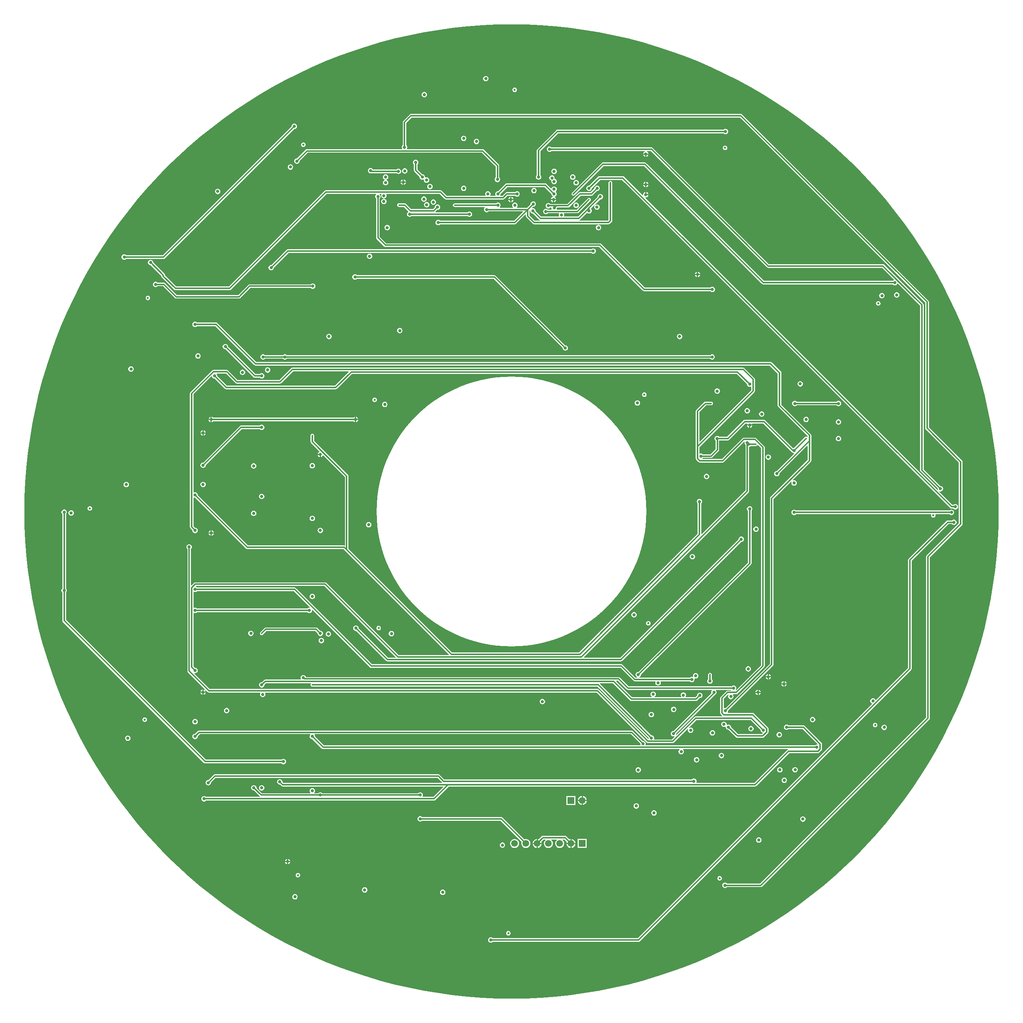
<source format=gbr>
%TF.GenerationSoftware,Altium Limited,Altium Designer,20.2.3 (150)*%
G04 Layer_Physical_Order=2*
G04 Layer_Color=36540*
%FSLAX45Y45*%
%MOMM*%
%TF.SameCoordinates,D065702F-5D7C-4ECE-B493-19553C93D9E3*%
%TF.FilePolarity,Positive*%
%TF.FileFunction,Copper,L2,Inr,Signal*%
%TF.Part,Single*%
G01*
G75*
%TA.AperFunction,Conductor*%
%ADD32C,0.30000*%
%TA.AperFunction,ComponentPad*%
%ADD33R,1.50000X1.50000*%
%ADD34C,1.50000*%
%ADD35C,0.50000*%
%TA.AperFunction,ViaPad*%
%ADD36C,0.70000*%
G36*
X11331459Y21969341D02*
X11662615Y21954324D01*
X11993166Y21929314D01*
X12322812Y21894331D01*
X12651250Y21849408D01*
X12978181Y21794586D01*
X13303308Y21729913D01*
X13626334Y21655452D01*
X13946962Y21571268D01*
X14264902Y21477438D01*
X14579863Y21374048D01*
X14891557Y21261192D01*
X15199701Y21138974D01*
X15504013Y21007504D01*
X15804214Y20866905D01*
X16100034Y20717302D01*
X16391199Y20558832D01*
X16677444Y20391641D01*
X16958511Y20215880D01*
X17234140Y20031711D01*
X17504082Y19839301D01*
X17768086Y19638824D01*
X18025919Y19430467D01*
X18277338Y19214417D01*
X18522118Y18990872D01*
X18760036Y18760036D01*
X18990872Y18522118D01*
X19214417Y18277338D01*
X19430467Y18025919D01*
X19638824Y17768086D01*
X19839301Y17504082D01*
X20031711Y17234140D01*
X20215880Y16958511D01*
X20391641Y16677444D01*
X20558832Y16391199D01*
X20717302Y16100034D01*
X20866905Y15804214D01*
X21007504Y15504013D01*
X21138974Y15199701D01*
X21261192Y14891557D01*
X21374048Y14579863D01*
X21477438Y14264902D01*
X21571268Y13946962D01*
X21655452Y13626334D01*
X21729913Y13303308D01*
X21794586Y12978181D01*
X21849408Y12651250D01*
X21894331Y12322812D01*
X21929314Y11993166D01*
X21954324Y11662615D01*
X21969341Y11331459D01*
X21974347Y11000000D01*
X21969341Y10668542D01*
X21954324Y10337385D01*
X21929314Y10006834D01*
X21894331Y9677189D01*
X21849408Y9348750D01*
X21794586Y9021819D01*
X21729913Y8696692D01*
X21655452Y8373667D01*
X21571268Y8053038D01*
X21477438Y7735098D01*
X21374048Y7420138D01*
X21261192Y7108443D01*
X21138974Y6800299D01*
X21007504Y6495988D01*
X20866905Y6195785D01*
X20717302Y5899967D01*
X20558832Y5608802D01*
X20391641Y5322556D01*
X20215880Y5041490D01*
X20031711Y4765860D01*
X19839301Y4495920D01*
X19638824Y4231913D01*
X19430467Y3974082D01*
X19214417Y3722662D01*
X18990872Y3477882D01*
X18760036Y3239965D01*
X18522118Y3009129D01*
X18277338Y2785583D01*
X18025919Y2569533D01*
X17768086Y2361176D01*
X17504082Y2160700D01*
X17234140Y1968290D01*
X16958511Y1784120D01*
X16677444Y1608359D01*
X16391199Y1441168D01*
X16100034Y1282698D01*
X15804214Y1133095D01*
X15504013Y992495D01*
X15199701Y861026D01*
X14891557Y738808D01*
X14579863Y625952D01*
X14264902Y522562D01*
X13946962Y428732D01*
X13626334Y344548D01*
X13303308Y270086D01*
X12978181Y205414D01*
X12651250Y150592D01*
X12322812Y105669D01*
X11993166Y70686D01*
X11662615Y45675D01*
X11331459Y30660D01*
X11000000Y25653D01*
X10668542Y30660D01*
X10337385Y45675D01*
X10006834Y70686D01*
X9677189Y105669D01*
X9348750Y150592D01*
X9021819Y205414D01*
X8696692Y270086D01*
X8373667Y344548D01*
X8053038Y428732D01*
X7735098Y522562D01*
X7420138Y625952D01*
X7108443Y738808D01*
X6800299Y861026D01*
X6495988Y992495D01*
X6195785Y1133095D01*
X5899967Y1282698D01*
X5608802Y1441168D01*
X5322556Y1608359D01*
X5041490Y1784120D01*
X4765860Y1968290D01*
X4495920Y2160700D01*
X4231913Y2361176D01*
X3974082Y2569533D01*
X3722662Y2785583D01*
X3477882Y3009129D01*
X3239965Y3239965D01*
X3009129Y3477882D01*
X2785583Y3722662D01*
X2569533Y3974082D01*
X2361176Y4231913D01*
X2160700Y4495920D01*
X1968290Y4765860D01*
X1784120Y5041490D01*
X1608359Y5322556D01*
X1441168Y5608802D01*
X1282698Y5899967D01*
X1133095Y6195785D01*
X992495Y6495988D01*
X861026Y6800299D01*
X738808Y7108443D01*
X625952Y7420138D01*
X522562Y7735098D01*
X428732Y8053038D01*
X344548Y8373667D01*
X270086Y8696692D01*
X205414Y9021819D01*
X150592Y9348750D01*
X105669Y9677189D01*
X70686Y10006834D01*
X45675Y10337385D01*
X30660Y10668542D01*
X25653Y11000000D01*
X30660Y11331459D01*
X45675Y11662615D01*
X70686Y11993166D01*
X105669Y12322812D01*
X150592Y12651250D01*
X205414Y12978181D01*
X270086Y13303308D01*
X344548Y13626334D01*
X428732Y13946962D01*
X522562Y14264902D01*
X625952Y14579863D01*
X738808Y14891557D01*
X861026Y15199701D01*
X992495Y15504013D01*
X1133095Y15804214D01*
X1282698Y16100034D01*
X1441168Y16391199D01*
X1608359Y16677444D01*
X1784120Y16958511D01*
X1968290Y17234140D01*
X2160700Y17504082D01*
X2361176Y17768086D01*
X2569533Y18025919D01*
X2785583Y18277338D01*
X3009129Y18522118D01*
X3239965Y18760036D01*
X3477882Y18990872D01*
X3722662Y19214417D01*
X3974082Y19430467D01*
X4231913Y19638824D01*
X4495920Y19839301D01*
X4765860Y20031711D01*
X5041490Y20215880D01*
X5322556Y20391641D01*
X5608802Y20558832D01*
X5899967Y20717302D01*
X6195785Y20866905D01*
X6495988Y21007504D01*
X6800299Y21138974D01*
X7108443Y21261192D01*
X7420138Y21374048D01*
X7735098Y21477438D01*
X8053038Y21571268D01*
X8373667Y21655452D01*
X8696692Y21729913D01*
X9021819Y21794586D01*
X9348750Y21849408D01*
X9677189Y21894331D01*
X10006834Y21929314D01*
X10337385Y21954324D01*
X10668542Y21969341D01*
X11000000Y21974347D01*
X11331459Y21969341D01*
D02*
G37*
%LPC*%
G36*
X10421650Y20813275D02*
X10398240Y20808620D01*
X10378393Y20795357D01*
X10365132Y20775511D01*
X10360475Y20752100D01*
X10365132Y20728690D01*
X10378393Y20708842D01*
X10398240Y20695581D01*
X10421650Y20690924D01*
X10445061Y20695581D01*
X10464908Y20708842D01*
X10478169Y20728690D01*
X10482826Y20752100D01*
X10478169Y20775511D01*
X10464908Y20795357D01*
X10445061Y20808620D01*
X10421650Y20813275D01*
D02*
G37*
G36*
X11070901Y20550984D02*
X11070901Y20550984D01*
X11070900Y20550984D01*
X11051392Y20547104D01*
X11051392Y20547104D01*
X11051391Y20547104D01*
X11041433Y20540450D01*
X11034853Y20536053D01*
X11034852Y20536053D01*
X11034852Y20536053D01*
X11030456Y20529474D01*
X11023801Y20519514D01*
X11023801Y20519514D01*
X11023801Y20519514D01*
X11019920Y20500006D01*
X11019921Y20500005D01*
X11019920Y20500005D01*
X11023800Y20480498D01*
X11023801Y20480498D01*
X11023801Y20480496D01*
X11030455Y20470537D01*
X11034851Y20463959D01*
X11034851Y20463957D01*
X11034852Y20463957D01*
X11041430Y20459561D01*
X11051389Y20452905D01*
X11051390Y20452905D01*
X11051391Y20452905D01*
X11070898Y20449025D01*
X11070899Y20449025D01*
X11070900Y20449025D01*
X11090407Y20452905D01*
X11090408Y20452905D01*
X11090409Y20452905D01*
X11100367Y20459560D01*
X11106947Y20463956D01*
X11106947Y20463956D01*
X11106948Y20463957D01*
X11111343Y20470535D01*
X11117998Y20480495D01*
X11117999Y20480495D01*
X11117999Y20480496D01*
X11121879Y20500003D01*
X11121879Y20500005D01*
X11121879Y20500005D01*
X11117999Y20519511D01*
X11117999Y20519513D01*
X11117999Y20519514D01*
X11111345Y20529472D01*
X11106949Y20536052D01*
X11106948Y20536052D01*
X11106948Y20536053D01*
X11100369Y20540448D01*
X11090410Y20547102D01*
X11090409Y20547102D01*
X11090409Y20547104D01*
X11082543Y20548668D01*
X11070901Y20550984D01*
D02*
G37*
G36*
X9035793Y20453642D02*
X9012383Y20448985D01*
X8992536Y20435724D01*
X8979275Y20415877D01*
X8974618Y20392467D01*
X8979275Y20369055D01*
X8992536Y20349210D01*
X9012383Y20335947D01*
X9035793Y20331291D01*
X9059204Y20335947D01*
X9079051Y20349210D01*
X9092312Y20369055D01*
X9096969Y20392467D01*
X9092312Y20415877D01*
X9079051Y20435724D01*
X9059204Y20448985D01*
X9035793Y20453642D01*
D02*
G37*
G36*
X16168472Y19956918D02*
X16168469Y19956918D01*
X8735168D01*
X8735167Y19956918D01*
X8719560Y19953815D01*
X8706328Y19944974D01*
X8706328Y19944974D01*
X8562338Y19800983D01*
X8553497Y19787752D01*
X8550393Y19772145D01*
X8550393Y19772144D01*
Y19252641D01*
X8547919Y19250989D01*
X8534658Y19231142D01*
X8530001Y19207732D01*
X8534658Y19184322D01*
X8539863Y19176530D01*
X8533074Y19163831D01*
X6392569D01*
X6392568Y19163832D01*
X6376961Y19160727D01*
X6363729Y19151886D01*
X6167498Y18955655D01*
X6164580Y18956235D01*
X6141169Y18951579D01*
X6121323Y18938316D01*
X6108061Y18918471D01*
X6103405Y18895061D01*
X6108061Y18871649D01*
X6121323Y18851804D01*
X6141169Y18838541D01*
X6164580Y18833885D01*
X6187991Y18838541D01*
X6207837Y18851804D01*
X6221099Y18871649D01*
X6225755Y18895061D01*
X6225175Y18897978D01*
X6409461Y19082265D01*
X10335001D01*
X10642456Y18774809D01*
Y18525951D01*
X10639983Y18524297D01*
X10626721Y18504451D01*
X10622065Y18481039D01*
X10626721Y18457629D01*
X10639983Y18437782D01*
X10659829Y18424521D01*
X10683240Y18419865D01*
X10706651Y18424521D01*
X10726497Y18437782D01*
X10739759Y18457629D01*
X10744415Y18481039D01*
X10739759Y18504451D01*
X10726497Y18524297D01*
X10724024Y18525951D01*
Y18791701D01*
X10724024Y18791702D01*
X10720919Y18807310D01*
X10712078Y18820541D01*
X10712078Y18820541D01*
X10380733Y19151886D01*
X10367502Y19160727D01*
X10351894Y19163832D01*
X10351893Y19163831D01*
X8649279D01*
X8642491Y19176530D01*
X8647695Y19184322D01*
X8652352Y19207732D01*
X8647695Y19231142D01*
X8634434Y19250989D01*
X8631960Y19252641D01*
Y19755252D01*
X8752060Y19875351D01*
X16151578D01*
X20322562Y15704369D01*
Y12875429D01*
X20322562Y12875427D01*
X20325665Y12859821D01*
X20334508Y12846590D01*
X21077831Y12103265D01*
Y10736572D01*
X20354906Y10013647D01*
X20346065Y10000416D01*
X20342960Y9984809D01*
X20342960Y9984807D01*
Y6362880D01*
X16600180Y2620100D01*
X15853699D01*
X15852045Y2622574D01*
X15832198Y2635835D01*
X15808788Y2640492D01*
X15785376Y2635835D01*
X15765530Y2622574D01*
X15752267Y2602728D01*
X15747612Y2579317D01*
X15752267Y2555906D01*
X15765530Y2536059D01*
X15785376Y2522798D01*
X15808788Y2518141D01*
X15832198Y2522798D01*
X15852045Y2536059D01*
X15853699Y2538533D01*
X16617072D01*
X16617075Y2538533D01*
X16632681Y2541638D01*
X16645912Y2550478D01*
X20412581Y6317148D01*
X20412582Y6317149D01*
X20421423Y6330380D01*
X20424527Y6345987D01*
Y9967915D01*
X21147452Y10690840D01*
X21147452Y10690840D01*
X21156293Y10704072D01*
X21159398Y10719679D01*
X21159398Y10719680D01*
Y12120157D01*
X21159398Y12120159D01*
X21156293Y12135766D01*
X21147452Y12148997D01*
X20404129Y12892320D01*
Y15721260D01*
X20404129Y15721262D01*
X20401024Y15736868D01*
X20392183Y15750101D01*
X20392183Y15750101D01*
X16197310Y19944974D01*
X16184079Y19953815D01*
X16181490Y19954329D01*
X16168472Y19956918D01*
D02*
G37*
G36*
X6106160Y19738931D02*
X6082749Y19734274D01*
X6062903Y19721013D01*
X6049641Y19701167D01*
X6044985Y19677756D01*
X6045565Y19674837D01*
X3142491Y16771764D01*
X2320751D01*
X2319097Y16774237D01*
X2299251Y16787498D01*
X2275840Y16792155D01*
X2252429Y16787498D01*
X2232583Y16774237D01*
X2219321Y16754391D01*
X2214665Y16730980D01*
X2219321Y16707568D01*
X2232583Y16687723D01*
X2252429Y16674461D01*
X2275840Y16669804D01*
X2299251Y16674461D01*
X2319097Y16687723D01*
X2320751Y16690196D01*
X3159383D01*
X3159384Y16690196D01*
X3174991Y16693301D01*
X3188222Y16702142D01*
X6103242Y19617162D01*
X6106160Y19616582D01*
X6129571Y19621237D01*
X6149417Y19634499D01*
X6162679Y19654346D01*
X6167335Y19677756D01*
X6162679Y19701167D01*
X6149417Y19721013D01*
X6129571Y19734274D01*
X6106160Y19738931D01*
D02*
G37*
G36*
X15821193Y19621715D02*
X15797781Y19617059D01*
X15777934Y19603796D01*
X15776282Y19601324D01*
X12033770D01*
X12033769Y19601324D01*
X12018162Y19598219D01*
X12004931Y19589378D01*
X11580481Y19164928D01*
X11571640Y19151697D01*
X11568535Y19136090D01*
X11568535Y19136089D01*
Y18581764D01*
X11566061Y18580112D01*
X11552800Y18560265D01*
X11548144Y18536855D01*
X11552800Y18513443D01*
X11566061Y18493596D01*
X11585908Y18480334D01*
X11609319Y18475679D01*
X11632730Y18480334D01*
X11652576Y18493596D01*
X11665838Y18513443D01*
X11670494Y18536855D01*
X11665838Y18560265D01*
X11652576Y18580112D01*
X11650102Y18581764D01*
Y19119197D01*
X12050662Y19519756D01*
X15776282D01*
X15777934Y19517284D01*
X15797781Y19504021D01*
X15821193Y19499365D01*
X15844604Y19504021D01*
X15864450Y19517284D01*
X15877711Y19537129D01*
X15882368Y19560539D01*
X15877711Y19583951D01*
X15864450Y19603796D01*
X15844604Y19617059D01*
X15821193Y19621715D01*
D02*
G37*
G36*
X9922556Y19466859D02*
X9899145Y19462202D01*
X9879298Y19448941D01*
X9866037Y19429094D01*
X9861380Y19405682D01*
X9866037Y19382272D01*
X9879298Y19362427D01*
X9899145Y19349165D01*
X9922556Y19344508D01*
X9945967Y19349165D01*
X9965813Y19362427D01*
X9979075Y19382272D01*
X9983731Y19405682D01*
X9979075Y19429094D01*
X9965813Y19448941D01*
X9945967Y19462202D01*
X9922556Y19466859D01*
D02*
G37*
G36*
X6311453Y19313577D02*
X6308194Y19312929D01*
X6304878Y19313152D01*
X6298522Y19311006D01*
X6291944Y19309697D01*
X6289181Y19307851D01*
X6286032Y19306789D01*
X6280982Y19302373D01*
X6275405Y19298647D01*
X6273559Y19295883D01*
X6271057Y19293697D01*
X6268081Y19287685D01*
X6264354Y19282108D01*
X6263706Y19278848D01*
X6262231Y19275870D01*
X6261782Y19269177D01*
X6260473Y19262598D01*
X6261122Y19259338D01*
X6260899Y19256023D01*
X6263045Y19249667D01*
X6264354Y19243089D01*
X6266200Y19240327D01*
X6267263Y19237177D01*
X6271679Y19232127D01*
X6275405Y19226550D01*
X6278168Y19224704D01*
X6280355Y19222202D01*
X6286366Y19219226D01*
X6291944Y19215498D01*
X6295203Y19214851D01*
X6298181Y19213376D01*
X6304874Y19212927D01*
X6311453Y19211618D01*
X6314712Y19212267D01*
X6318028Y19212044D01*
X6324384Y19214191D01*
X6330962Y19215498D01*
X6333724Y19217345D01*
X6336874Y19218408D01*
X6341924Y19222824D01*
X6347501Y19226550D01*
X6349347Y19229314D01*
X6351849Y19231500D01*
X6354825Y19237511D01*
X6358552Y19243089D01*
X6359200Y19246349D01*
X6360675Y19249326D01*
X6361124Y19256020D01*
X6362433Y19262598D01*
X6361784Y19265857D01*
X6362007Y19269173D01*
X6359861Y19275529D01*
X6358552Y19282108D01*
X6356706Y19284869D01*
X6355643Y19288019D01*
X6351227Y19293069D01*
X6347501Y19298647D01*
X6344738Y19300491D01*
X6342551Y19302994D01*
X6336540Y19305969D01*
X6330962Y19309697D01*
X6327703Y19310345D01*
X6324725Y19311819D01*
X6318032Y19312270D01*
X6311453Y19313577D01*
D02*
G37*
G36*
X10210960Y19396738D02*
X10187549Y19392081D01*
X10167703Y19378819D01*
X10154441Y19358974D01*
X10149785Y19335562D01*
X10154441Y19312151D01*
X10167703Y19292305D01*
X10187549Y19279044D01*
X10210960Y19274387D01*
X10234371Y19279044D01*
X10254217Y19292305D01*
X10267479Y19312151D01*
X10272135Y19335562D01*
X10267479Y19358974D01*
X10254217Y19378819D01*
X10234371Y19392081D01*
X10210960Y19396738D01*
D02*
G37*
G36*
X15811459Y19242870D02*
X15804881Y19241560D01*
X15798190Y19241112D01*
X15795210Y19239638D01*
X15791949Y19238988D01*
X15786374Y19235263D01*
X15780363Y19232288D01*
X15778175Y19229784D01*
X15775410Y19227937D01*
X15771686Y19222362D01*
X15767271Y19217313D01*
X15766206Y19214163D01*
X15764360Y19211398D01*
X15763052Y19204820D01*
X15760905Y19198466D01*
X15761128Y19195151D01*
X15760480Y19191888D01*
X15761787Y19185310D01*
X15762238Y19178621D01*
X15763712Y19175641D01*
X15764360Y19172382D01*
X15768086Y19166805D01*
X15771062Y19160794D01*
X15773566Y19158606D01*
X15775410Y19155843D01*
X15780988Y19152116D01*
X15786037Y19147701D01*
X15789186Y19146638D01*
X15791949Y19144791D01*
X15798528Y19143481D01*
X15804881Y19141336D01*
X15808199Y19141559D01*
X15811459Y19140910D01*
X15818037Y19142218D01*
X15824728Y19142667D01*
X15827708Y19144142D01*
X15830968Y19144791D01*
X15836543Y19148515D01*
X15842555Y19151492D01*
X15844743Y19153995D01*
X15847507Y19155843D01*
X15851233Y19161417D01*
X15855647Y19166467D01*
X15856711Y19169617D01*
X15858559Y19172382D01*
X15859866Y19178958D01*
X15862013Y19185312D01*
X15861790Y19188629D01*
X15862439Y19191888D01*
X15861131Y19198468D01*
X15860683Y19205157D01*
X15859207Y19208138D01*
X15858559Y19211398D01*
X15854832Y19216975D01*
X15851857Y19222984D01*
X15849355Y19225172D01*
X15847507Y19227937D01*
X15841931Y19231664D01*
X15836882Y19236078D01*
X15833733Y19237141D01*
X15830968Y19238988D01*
X15824391Y19240297D01*
X15818037Y19242442D01*
X15814720Y19242220D01*
X15811459Y19242870D01*
D02*
G37*
G36*
X14084937Y19037300D02*
X14038580D01*
Y18990942D01*
X14049448Y18993105D01*
X14069426Y19006454D01*
X14082774Y19026433D01*
X14084937Y19037300D01*
D02*
G37*
G36*
X14013181D02*
X13966823D01*
X13968985Y19026433D01*
X13982333Y19006454D01*
X14002313Y18993105D01*
X14013181Y18990942D01*
Y19037300D01*
D02*
G37*
G36*
X6019800Y18821616D02*
X5996389Y18816959D01*
X5976543Y18803697D01*
X5963281Y18783852D01*
X5958625Y18760440D01*
X5963281Y18737029D01*
X5976543Y18717183D01*
X5996389Y18703922D01*
X6019800Y18699265D01*
X6043211Y18703922D01*
X6063057Y18717183D01*
X6076319Y18737029D01*
X6080975Y18760440D01*
X6076319Y18783852D01*
X6063057Y18803697D01*
X6043211Y18816959D01*
X6019800Y18821616D01*
D02*
G37*
G36*
X8594334Y18734361D02*
X8570923Y18729704D01*
X8551076Y18716443D01*
X8537815Y18696597D01*
X8533158Y18673186D01*
X8537815Y18649776D01*
X8551076Y18629929D01*
X8570923Y18616667D01*
X8594334Y18612012D01*
X8617745Y18616667D01*
X8637591Y18629929D01*
X8650853Y18649776D01*
X8655509Y18673186D01*
X8650853Y18696597D01*
X8637591Y18716443D01*
X8617745Y18729704D01*
X8594334Y18734361D01*
D02*
G37*
G36*
X7826520Y18740828D02*
X7803109Y18736172D01*
X7783262Y18722910D01*
X7770001Y18703064D01*
X7765344Y18679652D01*
X7770001Y18656242D01*
X7783262Y18636395D01*
X7803109Y18623134D01*
X7826520Y18618477D01*
X7849931Y18623134D01*
X7850421Y18623462D01*
X8409170D01*
X8410823Y18620988D01*
X8430669Y18607726D01*
X8454080Y18603070D01*
X8477491Y18607726D01*
X8497338Y18620988D01*
X8510599Y18640834D01*
X8515256Y18664246D01*
X8510599Y18687656D01*
X8497338Y18707503D01*
X8477491Y18720764D01*
X8454080Y18725421D01*
X8430669Y18720764D01*
X8410823Y18707503D01*
X8409170Y18705029D01*
X7881726D01*
X7869777Y18722910D01*
X7849931Y18736172D01*
X7826520Y18740828D01*
D02*
G37*
G36*
X11960860Y18722556D02*
X11937449Y18717899D01*
X11917603Y18704637D01*
X11904341Y18684792D01*
X11899685Y18661380D01*
X11904341Y18637968D01*
X11917603Y18618123D01*
X11937449Y18604861D01*
X11960860Y18600204D01*
X11984271Y18604861D01*
X12004117Y18618123D01*
X12017379Y18637968D01*
X12022035Y18661380D01*
X12017379Y18684792D01*
X12004117Y18704637D01*
X11984271Y18717899D01*
X11960860Y18722556D01*
D02*
G37*
G36*
X12379960Y18596617D02*
X12356549Y18591962D01*
X12336703Y18578699D01*
X12323441Y18558853D01*
X12318785Y18535442D01*
X12323441Y18512032D01*
X12336703Y18492184D01*
X12356549Y18478923D01*
X12379960Y18474266D01*
X12403371Y18478923D01*
X12423217Y18492184D01*
X12436479Y18512032D01*
X12441135Y18535442D01*
X12436479Y18558853D01*
X12423217Y18578699D01*
X12403371Y18591962D01*
X12379960Y18596617D01*
D02*
G37*
G36*
X8572500Y18479137D02*
Y18432780D01*
X8618857D01*
X8616695Y18443646D01*
X8603346Y18463626D01*
X8583367Y18476974D01*
X8572500Y18479137D01*
D02*
G37*
G36*
X8547100D02*
X8536233Y18476974D01*
X8516254Y18463626D01*
X8502905Y18443646D01*
X8500743Y18432780D01*
X8547100D01*
Y18479137D01*
D02*
G37*
G36*
X8842169Y18926096D02*
X8818758Y18921439D01*
X8798912Y18908179D01*
X8785650Y18888332D01*
X8780994Y18864920D01*
X8785650Y18841508D01*
X8798912Y18821663D01*
X8801386Y18820010D01*
Y18684993D01*
X8801385Y18684991D01*
X8804490Y18669385D01*
X8813331Y18656152D01*
X8929877Y18539607D01*
X8929297Y18536690D01*
X8933953Y18513278D01*
X8947215Y18493431D01*
X8967061Y18480170D01*
X8990472Y18475513D01*
X9013883Y18480170D01*
X9015480Y18481236D01*
X9026910Y18473599D01*
X9025657Y18467299D01*
X9030313Y18443887D01*
X9043575Y18424042D01*
X9063421Y18410780D01*
X9086832Y18406123D01*
X9110243Y18410780D01*
X9130090Y18424042D01*
X9143351Y18443887D01*
X9148008Y18467299D01*
X9143351Y18490710D01*
X9130090Y18510556D01*
X9110243Y18523817D01*
X9086832Y18528474D01*
X9063421Y18523817D01*
X9061824Y18522749D01*
X9050394Y18530386D01*
X9051648Y18536690D01*
X9046991Y18560100D01*
X9033730Y18579945D01*
X9013883Y18593208D01*
X8990472Y18597864D01*
X8987554Y18597284D01*
X8882953Y18701884D01*
Y18820010D01*
X8885427Y18821663D01*
X8898688Y18841508D01*
X8903345Y18864920D01*
X8898688Y18888332D01*
X8885427Y18908179D01*
X8865580Y18921439D01*
X8842169Y18926096D01*
D02*
G37*
G36*
X11761678Y18392284D02*
X11761677Y18392284D01*
X10890454D01*
X10890453Y18392284D01*
X10874846Y18389178D01*
X10861615Y18380338D01*
X10696318Y18215042D01*
X10693400Y18215622D01*
X10669989Y18210966D01*
X10650143Y18197704D01*
X10636881Y18177858D01*
X10632225Y18154446D01*
X10636881Y18131036D01*
X10641526Y18124084D01*
X10635540Y18112885D01*
X10526663D01*
X10520676Y18124084D01*
X10525627Y18131493D01*
X10530283Y18154904D01*
X10525627Y18178316D01*
X10512365Y18198161D01*
X10492519Y18211423D01*
X10469108Y18216080D01*
X10445697Y18211423D01*
X10425850Y18198161D01*
X10412589Y18178316D01*
X10407932Y18154904D01*
X10412589Y18131493D01*
X10417540Y18124084D01*
X10411553Y18112885D01*
X9541893D01*
X9431459Y18223318D01*
X9418228Y18232159D01*
X9402620Y18235265D01*
X9402619Y18235263D01*
X6815963D01*
X6800356Y18232159D01*
X6787125Y18223318D01*
X6787124Y18223317D01*
X4631258Y16067451D01*
X3445408D01*
X3193368Y16319492D01*
Y16326701D01*
X3193368Y16326701D01*
X3190264Y16342310D01*
X3181423Y16355540D01*
X3181422Y16355540D01*
X2929595Y16607368D01*
X2930175Y16610287D01*
X2925519Y16633698D01*
X2912258Y16653545D01*
X2892411Y16666806D01*
X2869000Y16671461D01*
X2845589Y16666806D01*
X2825743Y16653545D01*
X2812481Y16633698D01*
X2807825Y16610287D01*
X2812481Y16586876D01*
X2825743Y16567029D01*
X2845589Y16553767D01*
X2869000Y16549110D01*
X2871918Y16549692D01*
X3111801Y16309808D01*
Y16302600D01*
X3111801Y16302599D01*
X3114905Y16286992D01*
X3123746Y16273759D01*
X3399676Y15997832D01*
X3399676Y15997830D01*
X3412908Y15988989D01*
X3428515Y15985886D01*
X3428516Y15985886D01*
X4648150D01*
X4648152Y15985886D01*
X4663759Y15988989D01*
X4676990Y15997830D01*
X6832856Y18153696D01*
X7948688D01*
X7952541Y18140996D01*
X7947288Y18137486D01*
X7934027Y18117639D01*
X7929370Y18094228D01*
X7934027Y18070818D01*
X7947288Y18050970D01*
X7949762Y18049318D01*
Y17168867D01*
X7949762Y17168866D01*
X7952866Y17153259D01*
X7961707Y17140027D01*
X8131798Y16969936D01*
X8145029Y16961096D01*
X8160636Y16957991D01*
X12975641D01*
X13958563Y15975070D01*
X13958563Y15975069D01*
X13971794Y15966229D01*
X13987402Y15963124D01*
X15479552D01*
X15481206Y15960651D01*
X15501051Y15947389D01*
X15524461Y15942732D01*
X15547873Y15947389D01*
X15567720Y15960651D01*
X15580981Y15980498D01*
X15585638Y16003908D01*
X15580981Y16027318D01*
X15567720Y16047165D01*
X15547873Y16060426D01*
X15524461Y16065083D01*
X15501051Y16060426D01*
X15481206Y16047165D01*
X15479552Y16044691D01*
X14004295D01*
X13021373Y17027612D01*
X13008142Y17036453D01*
X12992535Y17039558D01*
X12992532Y17039558D01*
X8177530D01*
X8031329Y17185759D01*
Y18049318D01*
X8033803Y18050970D01*
X8047064Y18070818D01*
X8051721Y18094228D01*
X8047064Y18117639D01*
X8033803Y18137486D01*
X8028550Y18140996D01*
X8032402Y18153696D01*
X8065497D01*
X8071483Y18142496D01*
X8068941Y18138692D01*
X8064285Y18115280D01*
X8068941Y18091869D01*
X8082203Y18072023D01*
X8102049Y18058762D01*
X8117367Y18055714D01*
Y18042766D01*
X8102049Y18039719D01*
X8082203Y18026457D01*
X8068941Y18006612D01*
X8064285Y17983200D01*
X8068941Y17959789D01*
X8082203Y17939943D01*
X8102049Y17926682D01*
X8125460Y17922025D01*
X8148871Y17926682D01*
X8168717Y17939943D01*
X8181979Y17959789D01*
X8186635Y17983200D01*
X8181979Y18006612D01*
X8168717Y18026457D01*
X8148871Y18039719D01*
X8133553Y18042766D01*
Y18055714D01*
X8148871Y18058762D01*
X8168717Y18072023D01*
X8181979Y18091869D01*
X8186635Y18115280D01*
X8181979Y18138692D01*
X8179437Y18142496D01*
X8185423Y18153696D01*
X9385727D01*
X9496161Y18043262D01*
X9496162Y18043262D01*
X9509393Y18034421D01*
X9525000Y18031316D01*
X10810239D01*
X10810240Y18031316D01*
X10825847Y18034421D01*
X10839078Y18043262D01*
X10909480Y18113663D01*
X11080289D01*
X11081943Y18111189D01*
X11101789Y18097928D01*
X11125200Y18093271D01*
X11148611Y18097928D01*
X11168457Y18111189D01*
X11181719Y18131036D01*
X11186375Y18154446D01*
X11181719Y18177858D01*
X11168457Y18197704D01*
X11148611Y18210966D01*
X11125200Y18215622D01*
X11101789Y18210966D01*
X11081943Y18197704D01*
X11080289Y18195230D01*
X10892588D01*
X10892587Y18195232D01*
X10876980Y18192126D01*
X10863748Y18183286D01*
X10793347Y18112885D01*
X10751260D01*
X10745274Y18124084D01*
X10749919Y18131036D01*
X10754575Y18154446D01*
X10753995Y18157365D01*
X10907346Y18310716D01*
X11744785D01*
X11898142Y18157359D01*
X11897561Y18154442D01*
X11902218Y18131030D01*
X11915479Y18111185D01*
X11932772Y18099631D01*
X11932340Y18089102D01*
X11931431Y18086414D01*
X11920991Y18084337D01*
X11901012Y18070988D01*
X11887663Y18051009D01*
X11885501Y18040141D01*
X12003615D01*
X12001454Y18051009D01*
X11988104Y18070988D01*
X11970608Y18082680D01*
X11970961Y18092909D01*
X11971948Y18095894D01*
X11982147Y18097923D01*
X12001994Y18111185D01*
X12015255Y18131030D01*
X12019912Y18154442D01*
X12015255Y18177853D01*
X12001994Y18197699D01*
X11996364Y18201460D01*
Y18214162D01*
X12004117Y18219344D01*
X12017379Y18239189D01*
X12022035Y18262601D01*
X12017379Y18286011D01*
X12004117Y18305856D01*
X11984271Y18319119D01*
X11960860Y18323775D01*
X11937449Y18319119D01*
X11917603Y18305856D01*
X11904341Y18286011D01*
X11903734Y18282961D01*
X11891581Y18279274D01*
X11790517Y18380338D01*
X11777286Y18389178D01*
X11774696Y18389694D01*
X11761678Y18392284D01*
D02*
G37*
G36*
X14038580Y18425797D02*
Y18379440D01*
X14084937D01*
X14082774Y18390308D01*
X14069426Y18410286D01*
X14049448Y18423634D01*
X14038580Y18425797D01*
D02*
G37*
G36*
X14013181D02*
X14002313Y18423634D01*
X13982333Y18410286D01*
X13968985Y18390308D01*
X13966823Y18379440D01*
X14013181D01*
Y18425797D01*
D02*
G37*
G36*
X11911147Y18574910D02*
X11887736Y18570253D01*
X11867890Y18556992D01*
X11854629Y18537146D01*
X11849972Y18513734D01*
X11854629Y18490324D01*
X11867890Y18470477D01*
X11887736Y18457216D01*
X11903905Y18453999D01*
X11899685Y18432780D01*
X11904341Y18409369D01*
X11917603Y18389523D01*
X11937449Y18376260D01*
X11960860Y18371605D01*
X11984271Y18376260D01*
X12004117Y18389523D01*
X12017379Y18409369D01*
X12022035Y18432780D01*
X12017379Y18456190D01*
X12004117Y18476038D01*
X11984271Y18489299D01*
X11968102Y18492516D01*
X11972323Y18513734D01*
X11967666Y18537146D01*
X11954405Y18556992D01*
X11934558Y18570253D01*
X11911147Y18574910D01*
D02*
G37*
G36*
X8618857Y18407381D02*
X8572500D01*
Y18361023D01*
X8583367Y18363185D01*
X8603346Y18376534D01*
X8616695Y18396513D01*
X8618857Y18407381D01*
D02*
G37*
G36*
X8547100D02*
X8500743D01*
X8502905Y18396513D01*
X8516254Y18376534D01*
X8536233Y18363185D01*
X8547100Y18361023D01*
Y18407381D01*
D02*
G37*
G36*
X8162920Y18598441D02*
X8139509Y18593784D01*
X8119662Y18580524D01*
X8106401Y18560677D01*
X8101745Y18537265D01*
X8106401Y18513855D01*
X8119662Y18494008D01*
X8139509Y18480746D01*
X8142006Y18480251D01*
Y18467300D01*
X8139509Y18466805D01*
X8119662Y18453543D01*
X8106401Y18433698D01*
X8101745Y18410286D01*
X8106401Y18386874D01*
X8119662Y18367027D01*
X8139509Y18353767D01*
X8162920Y18349110D01*
X8186331Y18353767D01*
X8206177Y18367027D01*
X8219439Y18386874D01*
X8224095Y18410286D01*
X8219439Y18433698D01*
X8206177Y18453543D01*
X8186331Y18466805D01*
X8183834Y18467300D01*
Y18480251D01*
X8186331Y18480746D01*
X8206177Y18494008D01*
X8219439Y18513855D01*
X8224095Y18537265D01*
X8219439Y18560677D01*
X8206177Y18580524D01*
X8186331Y18593784D01*
X8162920Y18598441D01*
D02*
G37*
G36*
X12456160Y18469617D02*
X12432749Y18464961D01*
X12412903Y18451698D01*
X12399641Y18431853D01*
X12394985Y18408443D01*
X12399641Y18385031D01*
X12412903Y18365184D01*
X12432749Y18351923D01*
X12456160Y18347266D01*
X12479571Y18351923D01*
X12499417Y18365184D01*
X12512679Y18385031D01*
X12517335Y18408443D01*
X12512679Y18431853D01*
X12499417Y18451698D01*
X12479571Y18464961D01*
X12456160Y18469617D01*
D02*
G37*
G36*
X14084937Y18354041D02*
X14038580D01*
Y18307683D01*
X14049448Y18309845D01*
X14069426Y18323193D01*
X14082774Y18343173D01*
X14084937Y18354041D01*
D02*
G37*
G36*
X14013181D02*
X13966823D01*
X13968985Y18343173D01*
X13982333Y18323193D01*
X14002313Y18309845D01*
X14013181Y18307683D01*
Y18354041D01*
D02*
G37*
G36*
X9161539Y18381281D02*
X9138128Y18376624D01*
X9118281Y18363364D01*
X9105020Y18343517D01*
X9100363Y18320107D01*
X9105020Y18296695D01*
X9118281Y18276848D01*
X9138128Y18263586D01*
X9161539Y18258929D01*
X9184950Y18263586D01*
X9204796Y18276848D01*
X9218058Y18296695D01*
X9222714Y18320107D01*
X9218058Y18343517D01*
X9204796Y18363364D01*
X9184950Y18376624D01*
X9161539Y18381281D01*
D02*
G37*
G36*
X9922556Y18343079D02*
X9899145Y18338423D01*
X9879298Y18325162D01*
X9866037Y18305315D01*
X9861380Y18281905D01*
X9866037Y18258493D01*
X9879298Y18238647D01*
X9899145Y18225385D01*
X9922556Y18220729D01*
X9945967Y18225385D01*
X9965813Y18238647D01*
X9979075Y18258493D01*
X9983731Y18281905D01*
X9979075Y18305315D01*
X9965813Y18325162D01*
X9945967Y18338423D01*
X9922556Y18343079D01*
D02*
G37*
G36*
X13229382Y18449225D02*
X13213774Y18446121D01*
X13200543Y18437280D01*
X13199483Y18436218D01*
X13190640Y18422987D01*
X13187537Y18407381D01*
X13187537Y18407379D01*
Y17568294D01*
X13170787Y17551544D01*
X12528982D01*
X12526536Y17564006D01*
X12529126Y17564520D01*
X12542357Y17573363D01*
X12699701Y17730705D01*
X12705003Y17730183D01*
X12724849Y17716924D01*
X12748260Y17712267D01*
X12771671Y17716924D01*
X12791517Y17730183D01*
X12804779Y17750031D01*
X12809435Y17773442D01*
X12804779Y17796854D01*
X12791517Y17816699D01*
X12797183Y17828188D01*
X12865668Y17896672D01*
X12875533Y17888576D01*
X12869540Y17879611D01*
X12864885Y17856200D01*
X12869540Y17832790D01*
X12882803Y17812943D01*
X12902649Y17799681D01*
X12926060Y17795026D01*
X12949471Y17799681D01*
X12969318Y17812943D01*
X12982579Y17832790D01*
X12987234Y17856200D01*
X12982579Y17879611D01*
X12969318Y17899457D01*
X12949471Y17912720D01*
X12926060Y17917375D01*
X12902649Y17912720D01*
X12893684Y17906728D01*
X12885588Y17916592D01*
X12999342Y18030347D01*
X13002260Y18029765D01*
X13025671Y18034422D01*
X13045517Y18047684D01*
X13058778Y18067531D01*
X13063435Y18090942D01*
X13058778Y18114352D01*
X13045517Y18134200D01*
X13025671Y18147461D01*
X13002260Y18152116D01*
X12978848Y18147461D01*
X12959003Y18134200D01*
X12945741Y18114352D01*
X12941084Y18090942D01*
X12941666Y18088023D01*
X12719422Y17865781D01*
X12719421Y17865779D01*
X12687672Y17834030D01*
X12687671Y17834029D01*
X12496625Y17642984D01*
X12186230D01*
X12180244Y17654184D01*
X12182479Y17657529D01*
X12187135Y17680940D01*
X12182479Y17704350D01*
X12180244Y17707697D01*
X12186230Y17718896D01*
X12481559D01*
X12481560Y17718896D01*
X12497167Y17722002D01*
X12510398Y17730843D01*
X12777098Y17997542D01*
X12785939Y18010773D01*
X12789044Y18026379D01*
X12785939Y18041988D01*
X12777098Y18055219D01*
X12763867Y18064059D01*
X12748260Y18067165D01*
X12732653Y18064059D01*
X12719422Y18055219D01*
X12464667Y17800464D01*
X12023078D01*
X12017092Y17811664D01*
X12018339Y17813531D01*
X12022996Y17836942D01*
X12022624Y17838808D01*
X12030983Y17848157D01*
X12272999D01*
X12273001Y17848157D01*
X12288608Y17851260D01*
X12301839Y17860101D01*
X12554333Y18112596D01*
X12799196D01*
X12799197Y18112596D01*
X12814804Y18115701D01*
X12828036Y18124542D01*
X12924341Y18220847D01*
X12927258Y18220267D01*
X12950670Y18224924D01*
X12970515Y18238184D01*
X12983778Y18258031D01*
X12988434Y18281442D01*
X12983778Y18304852D01*
X12970515Y18324699D01*
X12950670Y18337961D01*
X12927258Y18342616D01*
X12903848Y18337961D01*
X12884001Y18324699D01*
X12870740Y18304852D01*
X12866083Y18281442D01*
X12866664Y18278523D01*
X12782304Y18194164D01*
X12537441D01*
X12537440Y18194164D01*
X12521833Y18191058D01*
X12508602Y18182217D01*
X12508601Y18182217D01*
X12256107Y17929724D01*
X12013820D01*
X12013819Y17929724D01*
X12013818Y17929724D01*
X11875768D01*
X11874115Y17932198D01*
X11854269Y17945459D01*
X11830858Y17950116D01*
X11807447Y17945459D01*
X11787600Y17932198D01*
X11774339Y17912352D01*
X11769682Y17888940D01*
X11774339Y17865530D01*
X11787600Y17845683D01*
X11807447Y17832422D01*
X11830858Y17827765D01*
X11854269Y17832422D01*
X11874115Y17845683D01*
X11875768Y17848157D01*
X11892866D01*
X11900923Y17838341D01*
X11900645Y17836942D01*
X11905301Y17813531D01*
X11906549Y17811664D01*
X11900562Y17800464D01*
X11818877D01*
X11817224Y17802937D01*
X11797378Y17816199D01*
X11773967Y17820856D01*
X11750556Y17816199D01*
X11730709Y17802937D01*
X11717448Y17783092D01*
X11712791Y17759680D01*
X11717448Y17736269D01*
X11730709Y17716423D01*
X11750556Y17703162D01*
X11773967Y17698505D01*
X11797378Y17703162D01*
X11817224Y17716423D01*
X11818877Y17718896D01*
X12065690D01*
X12071676Y17707697D01*
X12069441Y17704350D01*
X12064785Y17680940D01*
X12069441Y17657529D01*
X12071676Y17654184D01*
X12065690Y17642984D01*
X11670068D01*
X11542523Y17770529D01*
X11543103Y17773447D01*
X11538447Y17796858D01*
X11525185Y17816704D01*
X11505339Y17829967D01*
X11481928Y17834622D01*
X11471906Y17832629D01*
X11465650Y17844333D01*
X11485502Y17864185D01*
X11488420Y17863605D01*
X11511831Y17868262D01*
X11531677Y17881523D01*
X11544939Y17901369D01*
X11549595Y17924780D01*
X11544939Y17948190D01*
X11531677Y17968037D01*
X11511831Y17981299D01*
X11488420Y17985954D01*
X11465009Y17981299D01*
X11445163Y17968037D01*
X11431901Y17948190D01*
X11427245Y17924780D01*
X11427825Y17921861D01*
X11349607Y17843645D01*
X11122784D01*
X11118932Y17856345D01*
X11120197Y17857188D01*
X11133459Y17877036D01*
X11138115Y17900447D01*
X11133459Y17923859D01*
X11120197Y17943704D01*
X11100351Y17956966D01*
X11076940Y17961623D01*
X11053529Y17956966D01*
X11033683Y17943704D01*
X11020421Y17923859D01*
X11015765Y17900447D01*
X11020421Y17877036D01*
X11033683Y17857188D01*
X11034948Y17856345D01*
X11031096Y17843645D01*
X10739244D01*
X10735392Y17856345D01*
X10736657Y17857188D01*
X10749919Y17877036D01*
X10754575Y17900447D01*
X10749919Y17923859D01*
X10736657Y17943704D01*
X10716811Y17956966D01*
X10693400Y17961623D01*
X10669989Y17956966D01*
X10650143Y17943704D01*
X10648489Y17941229D01*
X9719842D01*
X9719432Y17941312D01*
X9703825Y17938206D01*
X9690594Y17929366D01*
X9681753Y17916135D01*
X9678648Y17900528D01*
X9681753Y17884921D01*
X9690594Y17871690D01*
X9690674Y17871609D01*
X9690675Y17871608D01*
X9703906Y17862767D01*
X9719513Y17859663D01*
X9719514Y17859663D01*
X10394064D01*
X10397916Y17846964D01*
X10396651Y17846117D01*
X10383389Y17826271D01*
X10378733Y17802859D01*
X10383389Y17779449D01*
X10396651Y17759602D01*
X10416497Y17746341D01*
X10439908Y17741685D01*
X10463319Y17746341D01*
X10483165Y17759602D01*
X10484819Y17762076D01*
X11251446D01*
X11256306Y17750343D01*
X11057507Y17551544D01*
X9394651D01*
X9392997Y17554018D01*
X9373151Y17567279D01*
X9349740Y17571935D01*
X9326329Y17567279D01*
X9306483Y17554018D01*
X9293221Y17534171D01*
X9288565Y17510760D01*
X9293221Y17487349D01*
X9306483Y17467503D01*
X9326329Y17454240D01*
X9349740Y17449585D01*
X9373151Y17454240D01*
X9392997Y17467503D01*
X9394651Y17469975D01*
X11074399D01*
X11074400Y17469975D01*
X11090007Y17473080D01*
X11103238Y17481921D01*
X11313983Y17692667D01*
X11325716Y17687807D01*
Y17653001D01*
X11325716Y17653000D01*
X11328821Y17637393D01*
X11337662Y17624162D01*
X11479901Y17481921D01*
X11479902Y17481921D01*
X11493133Y17473080D01*
X11508740Y17469975D01*
X11508741Y17469975D01*
X12957745D01*
X12958997Y17457277D01*
X12950838Y17455653D01*
X12937392Y17452979D01*
X12917545Y17439717D01*
X12904283Y17419872D01*
X12899628Y17396460D01*
X12904283Y17373048D01*
X12917545Y17353203D01*
X12937392Y17339941D01*
X12960802Y17335284D01*
X12984213Y17339941D01*
X13004060Y17353203D01*
X13017320Y17373048D01*
X13021979Y17396460D01*
X13017320Y17419872D01*
X13004060Y17439717D01*
X12984213Y17452979D01*
X12970767Y17455653D01*
X12962607Y17457277D01*
X12963858Y17469975D01*
X13187679D01*
X13187680Y17469975D01*
X13203287Y17473080D01*
X13216518Y17481921D01*
X13257158Y17522562D01*
X13257158Y17522562D01*
X13265999Y17535793D01*
X13269104Y17551401D01*
Y18403104D01*
X13270164Y18408443D01*
X13267061Y18424049D01*
X13258220Y18437280D01*
X13244989Y18446121D01*
X13229382Y18449225D01*
D02*
G37*
G36*
X11506200Y18290755D02*
X11482789Y18286099D01*
X11462943Y18272836D01*
X11449681Y18252991D01*
X11445025Y18229581D01*
X11449681Y18206169D01*
X11462943Y18186324D01*
X11482789Y18173061D01*
X11506200Y18168405D01*
X11529611Y18173061D01*
X11549457Y18186324D01*
X11562719Y18206169D01*
X11567375Y18229581D01*
X11562719Y18252991D01*
X11549457Y18272836D01*
X11529611Y18286099D01*
X11506200Y18290755D01*
D02*
G37*
G36*
X14038580Y18197197D02*
Y18150841D01*
X14084937D01*
X14082774Y18161707D01*
X14069426Y18181686D01*
X14049448Y18195035D01*
X14038580Y18197197D01*
D02*
G37*
G36*
X4381358Y18271581D02*
X4357947Y18266924D01*
X4338100Y18253664D01*
X4324839Y18233817D01*
X4320182Y18210406D01*
X4324839Y18186995D01*
X4338100Y18167148D01*
X4357947Y18153886D01*
X4381358Y18149229D01*
X4404769Y18153886D01*
X4424615Y18167148D01*
X4437877Y18186995D01*
X4442533Y18210406D01*
X4437877Y18233817D01*
X4424615Y18253664D01*
X4404769Y18266924D01*
X4381358Y18271581D01*
D02*
G37*
G36*
X10999627Y18086504D02*
Y18040147D01*
X11045985D01*
X11043823Y18051015D01*
X11030473Y18070993D01*
X11010494Y18084341D01*
X10999627Y18086504D01*
D02*
G37*
G36*
X10974227D02*
X10963361Y18084341D01*
X10943381Y18070993D01*
X10930032Y18051015D01*
X10927870Y18040147D01*
X10974227D01*
Y18086504D01*
D02*
G37*
G36*
X9027160Y18099448D02*
X9003749Y18094791D01*
X8983903Y18081531D01*
X8970641Y18061684D01*
X8965985Y18038272D01*
X8970641Y18014861D01*
X8983903Y17995015D01*
X9003749Y17981754D01*
X9027160Y17977097D01*
X9050571Y17981754D01*
X9070417Y17995015D01*
X9083679Y18014861D01*
X9088335Y18038272D01*
X9083679Y18061684D01*
X9070417Y18081531D01*
X9050571Y18094791D01*
X9027160Y18099448D01*
D02*
G37*
G36*
X11045985Y18014748D02*
X10999627D01*
Y17968390D01*
X11010494Y17970551D01*
X11030473Y17983900D01*
X11043823Y18003880D01*
X11045985Y18014748D01*
D02*
G37*
G36*
X10974227D02*
X10927870D01*
X10930032Y18003880D01*
X10943381Y17983900D01*
X10963361Y17970551D01*
X10974227Y17968390D01*
Y18014748D01*
D02*
G37*
G36*
X12003615Y18014742D02*
X11957258D01*
Y17968385D01*
X11968125Y17970546D01*
X11988104Y17983896D01*
X12001454Y18003876D01*
X12003615Y18014742D01*
D02*
G37*
G36*
X11931858D02*
X11885501D01*
X11887663Y18003876D01*
X11901012Y17983896D01*
X11920991Y17970546D01*
X11931858Y17968385D01*
Y18014742D01*
D02*
G37*
G36*
X9240520Y18031676D02*
X9217109Y18027019D01*
X9197263Y18013757D01*
X9184001Y17993912D01*
X9179345Y17970500D01*
X9184001Y17947089D01*
X9197263Y17927243D01*
X9217109Y17913982D01*
X9240520Y17909325D01*
X9263931Y17913982D01*
X9283777Y17927243D01*
X9297039Y17947089D01*
X9301695Y17970500D01*
X9297039Y17993912D01*
X9283777Y18013757D01*
X9263931Y18027019D01*
X9240520Y18031676D01*
D02*
G37*
G36*
X9090660Y17972469D02*
X9067249Y17967812D01*
X9047403Y17954550D01*
X9034141Y17934705D01*
X9029485Y17911293D01*
X9034141Y17887881D01*
X9047403Y17868034D01*
X9067249Y17854774D01*
X9090660Y17850117D01*
X9114071Y17854774D01*
X9133917Y17868034D01*
X9147179Y17887881D01*
X9151835Y17911293D01*
X9147179Y17934705D01*
X9133917Y17954550D01*
X9114071Y17967812D01*
X9090660Y17972469D01*
D02*
G37*
G36*
X12456820Y17961617D02*
X12433409Y17956961D01*
X12413563Y17943700D01*
X12400302Y17923853D01*
X12395645Y17900443D01*
X12400302Y17877031D01*
X12413563Y17857184D01*
X12433409Y17843922D01*
X12456820Y17839265D01*
X12480231Y17843922D01*
X12500078Y17857184D01*
X12513339Y17877031D01*
X12517996Y17900443D01*
X12513339Y17923853D01*
X12500078Y17943700D01*
X12480231Y17956961D01*
X12456820Y17961617D01*
D02*
G37*
G36*
X8592368Y17943156D02*
X8592367Y17943156D01*
X8465368D01*
X8449761Y17940051D01*
X8436529Y17931210D01*
X8427689Y17917979D01*
X8424584Y17902373D01*
X8427689Y17886765D01*
X8436529Y17873534D01*
X8449761Y17864693D01*
X8465368Y17861589D01*
X8575475D01*
X8672050Y17765015D01*
X8670439Y17748663D01*
X8660434Y17741977D01*
X8647172Y17722131D01*
X8642516Y17698720D01*
X8647172Y17675310D01*
X8660434Y17655463D01*
X8680280Y17642201D01*
X8703691Y17637544D01*
X8727102Y17642201D01*
X8746948Y17655463D01*
X8748602Y17657936D01*
X10005869D01*
X10007523Y17655463D01*
X10027369Y17642201D01*
X10050780Y17637544D01*
X10074191Y17642201D01*
X10094037Y17655463D01*
X10107299Y17675310D01*
X10111955Y17698720D01*
X10107299Y17722131D01*
X10094037Y17741977D01*
X10074191Y17755238D01*
X10050780Y17759895D01*
X10027369Y17755238D01*
X10007523Y17741977D01*
X10005869Y17739503D01*
X9290073D01*
X9284812Y17752203D01*
X9329042Y17796432D01*
X9331960Y17795853D01*
X9355371Y17800510D01*
X9375217Y17813771D01*
X9388479Y17833617D01*
X9393135Y17857028D01*
X9388479Y17880440D01*
X9375217Y17900285D01*
X9355371Y17913547D01*
X9331960Y17918204D01*
X9308549Y17913547D01*
X9288703Y17900285D01*
X9275441Y17880440D01*
X9270785Y17857028D01*
X9271365Y17854111D01*
X9230830Y17813576D01*
X8738842D01*
X8621206Y17931210D01*
X8607975Y17940051D01*
X8605386Y17940565D01*
X8592368Y17943156D01*
D02*
G37*
G36*
X8201660Y17457635D02*
X8178249Y17452979D01*
X8158403Y17439717D01*
X8145141Y17419872D01*
X8140485Y17396460D01*
X8145141Y17373048D01*
X8158403Y17353203D01*
X8178249Y17339941D01*
X8201660Y17335284D01*
X8225071Y17339941D01*
X8244917Y17353203D01*
X8258179Y17373048D01*
X8262835Y17396460D01*
X8258179Y17419872D01*
X8244917Y17439717D01*
X8225071Y17452979D01*
X8201660Y17457635D01*
D02*
G37*
G36*
X12841496Y16926750D02*
X12818085Y16922093D01*
X12798238Y16908832D01*
X12796585Y16906358D01*
X5958815D01*
X5943207Y16903255D01*
X5929976Y16894414D01*
X5929976Y16894412D01*
X5590202Y16554639D01*
X5587284Y16555219D01*
X5563873Y16550563D01*
X5544026Y16537302D01*
X5530765Y16517455D01*
X5526108Y16494044D01*
X5530765Y16470633D01*
X5544026Y16450786D01*
X5563873Y16437524D01*
X5587284Y16432867D01*
X5610695Y16437524D01*
X5630541Y16450786D01*
X5643803Y16470633D01*
X5648459Y16494044D01*
X5647879Y16496962D01*
X5975708Y16824791D01*
X12796585D01*
X12798238Y16822318D01*
X12818085Y16809056D01*
X12841496Y16804399D01*
X12864906Y16809056D01*
X12884753Y16822318D01*
X12898015Y16842165D01*
X12902670Y16865575D01*
X12898015Y16888986D01*
X12884753Y16908832D01*
X12864906Y16922093D01*
X12841496Y16926750D01*
D02*
G37*
G36*
X7803634Y16811838D02*
X7780223Y16807181D01*
X7760377Y16793919D01*
X7747116Y16774072D01*
X7742459Y16750662D01*
X7747116Y16727252D01*
X7760377Y16707405D01*
X7780223Y16694144D01*
X7803634Y16689487D01*
X7827045Y16694144D01*
X7846892Y16707405D01*
X7860153Y16727252D01*
X7864810Y16750662D01*
X7860153Y16774072D01*
X7846892Y16793919D01*
X7827045Y16807181D01*
X7803634Y16811838D01*
D02*
G37*
G36*
X15201900Y16398877D02*
Y16352521D01*
X15248257D01*
X15246095Y16363387D01*
X15232745Y16383366D01*
X15212767Y16396715D01*
X15201900Y16398877D01*
D02*
G37*
G36*
X15176500D02*
X15165633Y16396715D01*
X15145654Y16383366D01*
X15132304Y16363387D01*
X15130144Y16352521D01*
X15176500D01*
Y16398877D01*
D02*
G37*
G36*
X15248257Y16327119D02*
X15201900D01*
Y16280763D01*
X15212767Y16282925D01*
X15232745Y16296274D01*
X15246095Y16316254D01*
X15248257Y16327119D01*
D02*
G37*
G36*
X15176500D02*
X15130144D01*
X15132304Y16316254D01*
X15145654Y16296274D01*
X15165633Y16282925D01*
X15176500Y16280763D01*
Y16327119D01*
D02*
G37*
G36*
X11858196Y19222324D02*
X11834785Y19217667D01*
X11814938Y19204405D01*
X11801677Y19184560D01*
X11797020Y19161148D01*
X11801677Y19137737D01*
X11814938Y19117889D01*
X11834785Y19104630D01*
X11858196Y19099973D01*
X11881607Y19104630D01*
X11901453Y19117889D01*
X11903106Y19120364D01*
X14004927D01*
X14006178Y19107664D01*
X14002313Y19106895D01*
X13982333Y19093546D01*
X13968985Y19073567D01*
X13966823Y19062700D01*
X14084937D01*
X14082774Y19073567D01*
X14069426Y19093546D01*
X14049448Y19106895D01*
X14045583Y19107664D01*
X14046832Y19120364D01*
X14138792D01*
X16757805Y16501353D01*
X16757805Y16501352D01*
X16771037Y16492511D01*
X16786644Y16489407D01*
X16786646Y16489407D01*
X19352409D01*
X19615038Y16226781D01*
X19612444Y16214610D01*
X19610664Y16213193D01*
X19591216Y16200197D01*
X19589561Y16197723D01*
X16686005D01*
X14030949Y18852779D01*
X14017719Y18861620D01*
X14002110Y18864725D01*
X14002109Y18864725D01*
X13061098D01*
X13045490Y18861620D01*
X13032259Y18852779D01*
X13032259Y18852779D01*
X12362760Y18183279D01*
X12353919Y18170049D01*
X12350815Y18154442D01*
X12353919Y18138835D01*
X12362760Y18125603D01*
X12375991Y18116763D01*
X12391598Y18113658D01*
X12407205Y18116763D01*
X12420437Y18125603D01*
X13077991Y18783156D01*
X13985217D01*
X16640273Y16128102D01*
X16640273Y16128102D01*
X16653503Y16119261D01*
X16669112Y16116156D01*
X19589561D01*
X19591216Y16113683D01*
X19611063Y16100421D01*
X19634473Y16095766D01*
X19657884Y16100421D01*
X19677730Y16113683D01*
X19690726Y16133131D01*
X19692143Y16134911D01*
X19704314Y16137505D01*
X20204231Y15637587D01*
Y11932688D01*
X20204230Y11932686D01*
X20207335Y11917079D01*
X20216176Y11903848D01*
X20603217Y11516807D01*
X20602637Y11513889D01*
X20607294Y11490478D01*
X20608005Y11489412D01*
X20598140Y11481316D01*
X14013358Y18066098D01*
X14019614Y18077803D01*
X14025880Y18076556D01*
X14049448Y18081245D01*
X14069426Y18094594D01*
X14082774Y18114574D01*
X14084937Y18125439D01*
X14025880D01*
Y18138139D01*
X14013181D01*
Y18197197D01*
X14002313Y18195035D01*
X13982333Y18181686D01*
X13968985Y18161707D01*
X13964297Y18138139D01*
X13965543Y18131874D01*
X13953838Y18125618D01*
X13539098Y18540358D01*
X13525867Y18549199D01*
X13510260Y18552304D01*
X13510258Y18552304D01*
X12978340D01*
X12978339Y18552304D01*
X12962730Y18549199D01*
X12949500Y18540358D01*
X12751178Y18342036D01*
X12748260Y18342616D01*
X12724849Y18337961D01*
X12705003Y18324699D01*
X12691741Y18304852D01*
X12687085Y18281442D01*
X12691741Y18258031D01*
X12705003Y18238184D01*
X12724849Y18224924D01*
X12748260Y18220267D01*
X12771671Y18224924D01*
X12791517Y18238184D01*
X12804779Y18258031D01*
X12809435Y18281442D01*
X12808855Y18284360D01*
X12995232Y18470737D01*
X13493367D01*
X20885521Y11078582D01*
X20885522Y11078582D01*
X20898753Y11069741D01*
X20914360Y11066636D01*
X20955566D01*
X20957219Y11064163D01*
X20977065Y11050901D01*
X21000476Y11046245D01*
X21023888Y11050901D01*
X21043735Y11064163D01*
X21056995Y11084009D01*
X21061652Y11107420D01*
X21056995Y11130831D01*
X21043735Y11150677D01*
X21023888Y11163939D01*
X21000476Y11168595D01*
X20977065Y11163939D01*
X20957219Y11150677D01*
X20955566Y11148204D01*
X20931253D01*
X20631239Y11448217D01*
X20639336Y11458082D01*
X20640401Y11457370D01*
X20663812Y11452713D01*
X20687222Y11457370D01*
X20707069Y11470631D01*
X20720331Y11490478D01*
X20724986Y11513889D01*
X20720331Y11537300D01*
X20707069Y11557146D01*
X20687222Y11570407D01*
X20663812Y11575064D01*
X20660893Y11574484D01*
X20285799Y11949580D01*
Y15654478D01*
X20285799Y15654480D01*
X20282693Y15670087D01*
X20273853Y15683318D01*
X20273853Y15683319D01*
X19398141Y16559029D01*
X19384911Y16567870D01*
X19369302Y16570975D01*
X19369302Y16570975D01*
X16803537D01*
X14184525Y19189986D01*
X14171294Y19198827D01*
X14155685Y19201932D01*
X14155685Y19201932D01*
X11903106D01*
X11901453Y19204405D01*
X11881607Y19217667D01*
X11858196Y19222324D01*
D02*
G37*
G36*
X2983149Y16177925D02*
X2959738Y16173268D01*
X2939891Y16160007D01*
X2926630Y16140161D01*
X2921973Y16116750D01*
X2926630Y16093340D01*
X2939891Y16073492D01*
X2959738Y16060231D01*
X2983149Y16055574D01*
X3006560Y16060231D01*
X3026406Y16073492D01*
X3028059Y16075966D01*
X3150850D01*
X3417756Y15809061D01*
X3417756Y15809061D01*
X3430987Y15800220D01*
X3446595Y15797115D01*
X4859719D01*
X4859720Y15797115D01*
X4875328Y15800220D01*
X4888559Y15809061D01*
X5114967Y16035468D01*
X6477114D01*
X6478767Y16032994D01*
X6498613Y16019733D01*
X6522024Y16015076D01*
X6545435Y16019733D01*
X6565282Y16032994D01*
X6578543Y16052841D01*
X6583199Y16076253D01*
X6578543Y16099663D01*
X6565282Y16119508D01*
X6545435Y16132771D01*
X6522024Y16137427D01*
X6498613Y16132771D01*
X6478767Y16119508D01*
X6477114Y16117035D01*
X5098075D01*
X5098074Y16117036D01*
X5082467Y16113931D01*
X5069235Y16105090D01*
X4842827Y15878682D01*
X3463488D01*
X3196582Y16145589D01*
X3183351Y16154430D01*
X3167743Y16157533D01*
X3167742Y16157533D01*
X3028059D01*
X3026406Y16160007D01*
X3006560Y16173268D01*
X2983149Y16177925D01*
D02*
G37*
G36*
X19677760Y15941255D02*
X19654350Y15936600D01*
X19634505Y15923337D01*
X19621242Y15903491D01*
X19616586Y15880080D01*
X19621242Y15856670D01*
X19634505Y15836823D01*
X19654350Y15823561D01*
X19677760Y15818906D01*
X19701172Y15823561D01*
X19721017Y15836823D01*
X19734280Y15856670D01*
X19738936Y15880080D01*
X19734280Y15903491D01*
X19721017Y15923337D01*
X19701172Y15936600D01*
X19677760Y15941255D01*
D02*
G37*
G36*
X19344627Y15924023D02*
X19321216Y15919366D01*
X19301370Y15906107D01*
X19288107Y15886259D01*
X19283452Y15862849D01*
X19288107Y15839438D01*
X19301370Y15819591D01*
X19321216Y15806329D01*
X19344627Y15801672D01*
X19368037Y15806329D01*
X19387885Y15819591D01*
X19401146Y15839438D01*
X19405803Y15862849D01*
X19401146Y15886259D01*
X19387885Y15906107D01*
X19368037Y15919366D01*
X19344627Y15924023D01*
D02*
G37*
G36*
X2808300Y15862328D02*
X2801798Y15861034D01*
X2795182Y15860609D01*
X2792128Y15859109D01*
X2788791Y15858447D01*
X2783279Y15854764D01*
X2777328Y15851840D01*
X2775081Y15849286D01*
X2772252Y15847395D01*
X2768570Y15841884D01*
X2764190Y15836906D01*
X2763092Y15833685D01*
X2761201Y15830856D01*
X2759908Y15824355D01*
X2757767Y15818080D01*
X2757984Y15814685D01*
X2757321Y15811348D01*
X2758614Y15804845D01*
X2759037Y15798228D01*
X2760538Y15795175D01*
X2761201Y15791840D01*
X2764884Y15786327D01*
X2767808Y15780376D01*
X2770362Y15778128D01*
X2772252Y15775301D01*
X2777764Y15771617D01*
X2782742Y15767236D01*
X2785962Y15766139D01*
X2788791Y15764249D01*
X2795294Y15762955D01*
X2801568Y15760815D01*
X2804963Y15761032D01*
X2808300Y15760368D01*
X2814803Y15761661D01*
X2821419Y15762085D01*
X2824472Y15763585D01*
X2827809Y15764249D01*
X2833321Y15767932D01*
X2839272Y15770856D01*
X2841520Y15773410D01*
X2844348Y15775301D01*
X2848031Y15780811D01*
X2852410Y15785789D01*
X2853509Y15789011D01*
X2855399Y15791840D01*
X2856693Y15798341D01*
X2858833Y15804614D01*
X2858616Y15808011D01*
X2859280Y15811348D01*
X2857986Y15817850D01*
X2857563Y15824466D01*
X2856063Y15827521D01*
X2855399Y15830856D01*
X2851716Y15836369D01*
X2848793Y15842320D01*
X2846238Y15844566D01*
X2844348Y15847395D01*
X2838836Y15851077D01*
X2833858Y15855458D01*
X2830638Y15856557D01*
X2827809Y15858447D01*
X2821307Y15859740D01*
X2815032Y15861880D01*
X2811637Y15861662D01*
X2808300Y15862328D01*
D02*
G37*
G36*
X19262785Y15739635D02*
X19259450Y15738971D01*
X19256055Y15739189D01*
X19249779Y15737048D01*
X19243277Y15735754D01*
X19240450Y15733865D01*
X19237228Y15732767D01*
X19232249Y15728386D01*
X19226738Y15724702D01*
X19224849Y15721877D01*
X19222295Y15719627D01*
X19219370Y15713676D01*
X19215688Y15708163D01*
X19215022Y15704828D01*
X19213522Y15701775D01*
X19213100Y15695158D01*
X19211806Y15688655D01*
X19212469Y15685320D01*
X19212253Y15681924D01*
X19214394Y15675648D01*
X19215688Y15669147D01*
X19217577Y15666318D01*
X19218675Y15663098D01*
X19223055Y15658119D01*
X19226738Y15652608D01*
X19229565Y15650719D01*
X19231813Y15648163D01*
X19237766Y15645239D01*
X19243277Y15641556D01*
X19246613Y15640894D01*
X19249667Y15639394D01*
X19256284Y15638969D01*
X19262785Y15637675D01*
X19266122Y15638341D01*
X19269518Y15638123D01*
X19275793Y15640263D01*
X19282295Y15641556D01*
X19285123Y15643446D01*
X19288342Y15644545D01*
X19293323Y15648924D01*
X19298834Y15652608D01*
X19300723Y15655435D01*
X19303278Y15657683D01*
X19306203Y15663634D01*
X19309885Y15669147D01*
X19310548Y15672482D01*
X19312048Y15675536D01*
X19312473Y15682153D01*
X19313766Y15688655D01*
X19313103Y15691992D01*
X19313319Y15695387D01*
X19311179Y15701662D01*
X19309885Y15708163D01*
X19307996Y15710992D01*
X19306897Y15714214D01*
X19302518Y15719193D01*
X19298834Y15724702D01*
X19296005Y15726593D01*
X19293759Y15729147D01*
X19287807Y15732071D01*
X19282295Y15735754D01*
X19278960Y15736418D01*
X19275905Y15737918D01*
X19269289Y15738342D01*
X19262785Y15739635D01*
D02*
G37*
G36*
X8482239Y15137015D02*
X8458828Y15132359D01*
X8438981Y15119096D01*
X8425720Y15099251D01*
X8421063Y15075841D01*
X8425720Y15052429D01*
X8438981Y15032582D01*
X8458828Y15019321D01*
X8482239Y15014664D01*
X8505649Y15019321D01*
X8525496Y15032582D01*
X8538757Y15052429D01*
X8543414Y15075841D01*
X8538757Y15099251D01*
X8525496Y15119096D01*
X8505649Y15132359D01*
X8482239Y15137015D01*
D02*
G37*
G36*
X14787880Y15003995D02*
X14764468Y14999339D01*
X14744623Y14986076D01*
X14731361Y14966231D01*
X14726704Y14942821D01*
X14731361Y14919409D01*
X14744623Y14899564D01*
X14764468Y14886301D01*
X14787880Y14881645D01*
X14811292Y14886301D01*
X14831137Y14899564D01*
X14844398Y14919409D01*
X14849055Y14942821D01*
X14844398Y14966231D01*
X14831137Y14986076D01*
X14811292Y14999339D01*
X14787880Y15003995D01*
D02*
G37*
G36*
X6888480D02*
X6865069Y14999339D01*
X6845223Y14986076D01*
X6831961Y14966231D01*
X6827305Y14942821D01*
X6831961Y14919409D01*
X6845223Y14899564D01*
X6865069Y14886301D01*
X6888480Y14881645D01*
X6911891Y14886301D01*
X6931737Y14899564D01*
X6944999Y14919409D01*
X6949655Y14942821D01*
X6944999Y14966231D01*
X6931737Y14986076D01*
X6911891Y14999339D01*
X6888480Y15003995D01*
D02*
G37*
G36*
X7474260Y16343480D02*
X7450849Y16338823D01*
X7431002Y16325562D01*
X7417741Y16305714D01*
X7413084Y16282304D01*
X7417741Y16258893D01*
X7431002Y16239047D01*
X7450849Y16225784D01*
X7474260Y16221129D01*
X7497671Y16225784D01*
X7517517Y16239047D01*
X7519170Y16241521D01*
X10599039D01*
X12152401Y14688159D01*
X12151820Y14685242D01*
X12156477Y14661830D01*
X12169738Y14641985D01*
X12189585Y14628722D01*
X12212996Y14624066D01*
X12236407Y14628722D01*
X12256253Y14641985D01*
X12269514Y14661830D01*
X12274171Y14685242D01*
X12269514Y14708652D01*
X12256253Y14728499D01*
X12236407Y14741760D01*
X12212996Y14746417D01*
X12210077Y14745836D01*
X10644771Y16311143D01*
X10631540Y16319983D01*
X10615933Y16323088D01*
X10615931Y16323088D01*
X7519170D01*
X7517517Y16325562D01*
X7497671Y16338823D01*
X7474260Y16343480D01*
D02*
G37*
G36*
X15519400Y14544255D02*
X15495988Y14539600D01*
X15476143Y14526337D01*
X15474489Y14523865D01*
X5937711D01*
X5936057Y14526337D01*
X5916211Y14539600D01*
X5892800Y14544255D01*
X5869389Y14539600D01*
X5849543Y14526337D01*
X5847889Y14523865D01*
X5447694D01*
X5446041Y14526337D01*
X5426194Y14539600D01*
X5402783Y14544255D01*
X5379372Y14539600D01*
X5359526Y14526337D01*
X5346264Y14506491D01*
X5341608Y14483080D01*
X5346264Y14459669D01*
X5359526Y14439822D01*
X5379372Y14426561D01*
X5402783Y14421906D01*
X5426194Y14426561D01*
X5446041Y14439822D01*
X5447694Y14442296D01*
X5847889D01*
X5849543Y14439822D01*
X5869389Y14426561D01*
X5892800Y14421906D01*
X5916211Y14426561D01*
X5936057Y14439822D01*
X5937711Y14442296D01*
X15474489D01*
X15476143Y14439822D01*
X15495988Y14426561D01*
X15519400Y14421906D01*
X15542812Y14426561D01*
X15562657Y14439822D01*
X15575919Y14459669D01*
X15580576Y14483080D01*
X15575919Y14506491D01*
X15562657Y14526337D01*
X15542812Y14539600D01*
X15519400Y14544255D01*
D02*
G37*
G36*
X3937000Y14567114D02*
X3913589Y14562459D01*
X3893743Y14549197D01*
X3880481Y14529350D01*
X3875825Y14505940D01*
X3880481Y14482529D01*
X3893743Y14462683D01*
X3913589Y14449422D01*
X3937000Y14444765D01*
X3960411Y14449422D01*
X3980257Y14462683D01*
X3993519Y14482529D01*
X3998175Y14505940D01*
X3993519Y14529350D01*
X3980257Y14549197D01*
X3960411Y14562459D01*
X3937000Y14567114D01*
D02*
G37*
G36*
X2427994Y14269745D02*
X2404583Y14265088D01*
X2384736Y14251826D01*
X2371475Y14231979D01*
X2366818Y14208569D01*
X2371475Y14185159D01*
X2384736Y14165312D01*
X2404583Y14152051D01*
X2427994Y14147394D01*
X2451405Y14152051D01*
X2471251Y14165312D01*
X2484512Y14185159D01*
X2489169Y14208569D01*
X2484512Y14231979D01*
X2471251Y14251826D01*
X2451405Y14265088D01*
X2427994Y14269745D01*
D02*
G37*
G36*
X5506720Y14249615D02*
X5483309Y14244958D01*
X5463463Y14231697D01*
X5450201Y14211852D01*
X5445545Y14188440D01*
X5450201Y14165028D01*
X5463463Y14145183D01*
X5483309Y14131921D01*
X5506720Y14127264D01*
X5530131Y14131921D01*
X5549977Y14145183D01*
X5563239Y14165028D01*
X5567895Y14188440D01*
X5563239Y14211852D01*
X5549977Y14231697D01*
X5530131Y14244958D01*
X5506720Y14249615D01*
D02*
G37*
G36*
X4940300Y14196275D02*
X4916889Y14191618D01*
X4897043Y14178357D01*
X4883781Y14158511D01*
X4879125Y14135100D01*
X4883781Y14111690D01*
X4897043Y14091843D01*
X4916889Y14078581D01*
X4940300Y14073924D01*
X4963711Y14078581D01*
X4983557Y14091843D01*
X4996819Y14111690D01*
X5001475Y14135100D01*
X4996819Y14158511D01*
X4983557Y14178357D01*
X4963711Y14191618D01*
X4940300Y14196275D01*
D02*
G37*
G36*
X4554220Y14776315D02*
X4530809Y14771658D01*
X4510963Y14758397D01*
X4497701Y14738550D01*
X4493045Y14715138D01*
X4497701Y14691730D01*
X4510963Y14671883D01*
X4530809Y14658621D01*
X4554220Y14653964D01*
X4557138Y14654544D01*
X5184821Y14026862D01*
X5184821Y14026862D01*
X5198053Y14018021D01*
X5213660Y14014915D01*
X5213661Y14014915D01*
X5327631D01*
X5329284Y14012442D01*
X5349131Y13999181D01*
X5372542Y13994524D01*
X5395953Y13999181D01*
X5415799Y14012442D01*
X5429061Y14032289D01*
X5433717Y14055701D01*
X5429061Y14079111D01*
X5415799Y14098956D01*
X5395953Y14112218D01*
X5372542Y14116875D01*
X5349131Y14112218D01*
X5329284Y14098956D01*
X5327631Y14096483D01*
X5230553D01*
X4614815Y14712221D01*
X4615395Y14715138D01*
X4610739Y14738550D01*
X4597477Y14758397D01*
X4577631Y14771658D01*
X4554220Y14776315D01*
D02*
G37*
G36*
X17505679Y13937195D02*
X17482269Y13932539D01*
X17462424Y13919276D01*
X17449161Y13899431D01*
X17444505Y13876019D01*
X17449161Y13852609D01*
X17462424Y13832764D01*
X17482269Y13819501D01*
X17505679Y13814845D01*
X17529091Y13819501D01*
X17548936Y13832764D01*
X17562199Y13852609D01*
X17566855Y13876019D01*
X17562199Y13899431D01*
X17548936Y13919276D01*
X17529091Y13932539D01*
X17505679Y13937195D01*
D02*
G37*
G36*
X18366180Y13495235D02*
X18342770Y13490579D01*
X18322923Y13477316D01*
X18321271Y13474844D01*
X17426131D01*
X17424477Y13477316D01*
X17404631Y13490579D01*
X17381219Y13495235D01*
X17357809Y13490579D01*
X17337962Y13477316D01*
X17324701Y13457471D01*
X17320045Y13434061D01*
X17324701Y13410649D01*
X17337962Y13390804D01*
X17357809Y13377541D01*
X17381219Y13372885D01*
X17404631Y13377541D01*
X17424477Y13390804D01*
X17426131Y13393275D01*
X18321271D01*
X18322923Y13390804D01*
X18342770Y13377541D01*
X18366180Y13372885D01*
X18389592Y13377541D01*
X18409439Y13390804D01*
X18422701Y13410649D01*
X18427357Y13434061D01*
X18422701Y13457471D01*
X18409439Y13477316D01*
X18389592Y13490579D01*
X18366180Y13495235D01*
D02*
G37*
G36*
X16311880Y13330135D02*
X16288469Y13325479D01*
X16268623Y13312218D01*
X16255360Y13292371D01*
X16250705Y13268961D01*
X16255360Y13245549D01*
X16268623Y13225703D01*
X16288469Y13212440D01*
X16311880Y13207785D01*
X16335291Y13212440D01*
X16355138Y13225703D01*
X16368399Y13245549D01*
X16373055Y13268961D01*
X16368399Y13292371D01*
X16355138Y13312218D01*
X16335291Y13325479D01*
X16311880Y13330135D01*
D02*
G37*
G36*
X16635538Y13256474D02*
X16612126Y13251819D01*
X16592279Y13238557D01*
X16579018Y13218710D01*
X16574362Y13195300D01*
X16579018Y13171889D01*
X16592279Y13152043D01*
X16612126Y13138782D01*
X16635538Y13134125D01*
X16658948Y13138782D01*
X16678793Y13152043D01*
X16692056Y13171889D01*
X16696712Y13195300D01*
X16692056Y13218710D01*
X16678793Y13238557D01*
X16658948Y13251819D01*
X16635538Y13256474D01*
D02*
G37*
G36*
X17635860Y13135194D02*
X17612450Y13130539D01*
X17592603Y13117278D01*
X17579341Y13097430D01*
X17574686Y13074020D01*
X17579341Y13050609D01*
X17592603Y13030763D01*
X17612450Y13017500D01*
X17635860Y13012845D01*
X17659271Y13017500D01*
X17679118Y13030763D01*
X17692380Y13050609D01*
X17697035Y13074020D01*
X17692380Y13097430D01*
X17679118Y13117278D01*
X17659271Y13130539D01*
X17635860Y13135194D01*
D02*
G37*
G36*
X18366187Y13079230D02*
X18342775Y13074573D01*
X18322929Y13061311D01*
X18309666Y13041466D01*
X18305011Y13018054D01*
X18309666Y12994643D01*
X18322929Y12974796D01*
X18342775Y12961536D01*
X18366187Y12956879D01*
X18389597Y12961536D01*
X18409444Y12974796D01*
X18422705Y12994643D01*
X18427362Y13018054D01*
X18422705Y13041466D01*
X18409444Y13061311D01*
X18389597Y13074573D01*
X18366187Y13079230D01*
D02*
G37*
G36*
X3872220Y15278316D02*
X3848809Y15273659D01*
X3828962Y15260397D01*
X3815701Y15240552D01*
X3811044Y15217140D01*
X3815701Y15193729D01*
X3828962Y15173883D01*
X3848809Y15160622D01*
X3872220Y15155965D01*
X3895631Y15160622D01*
X3915477Y15173883D01*
X3917130Y15176357D01*
X4326507D01*
X5203561Y14299303D01*
X5203562Y14299303D01*
X5216793Y14290462D01*
X5232400Y14287357D01*
X16820767D01*
X16997536Y14110587D01*
Y13388341D01*
X16997536Y13388341D01*
X17000641Y13372733D01*
X17009482Y13359502D01*
X17670636Y12698347D01*
Y12683623D01*
X17657936Y12676835D01*
X17651472Y12681154D01*
X17635864Y12684258D01*
X17635220D01*
X17635220Y12684259D01*
X17619614Y12681154D01*
X17606383Y12672313D01*
X17368781Y12434713D01*
X17365863Y12435293D01*
X17342451Y12430637D01*
X17340958Y12429638D01*
X16716638Y13053958D01*
X16703407Y13062799D01*
X16687801Y13065904D01*
X16687799Y13065904D01*
X16256000D01*
X16240393Y13062799D01*
X16227162Y13053958D01*
X16227161Y13053958D01*
X15858107Y12684904D01*
X15680135D01*
X15678481Y12687377D01*
X15658635Y12700639D01*
X15635223Y12705295D01*
X15611813Y12700639D01*
X15591966Y12687377D01*
X15578705Y12667531D01*
X15574049Y12644120D01*
X15578705Y12620709D01*
X15591966Y12600863D01*
X15595456Y12598531D01*
Y12407013D01*
X15477107Y12288664D01*
X15312851D01*
X15311197Y12291137D01*
X15291351Y12304399D01*
X15267940Y12309055D01*
X15245224Y12304537D01*
X15242998Y12304476D01*
X15232524Y12310978D01*
Y12449427D01*
X16470258Y13687161D01*
X16470258Y13687161D01*
X16479099Y13700394D01*
X16482204Y13716000D01*
X16482204Y13716000D01*
Y13977620D01*
X16479099Y13993227D01*
X16470258Y14006458D01*
X16470258Y14006459D01*
X16249663Y14227054D01*
X16236432Y14235893D01*
X16220825Y14238998D01*
X16220824Y14238998D01*
X6062595D01*
X6046988Y14235893D01*
X6033757Y14227054D01*
X6033756Y14227052D01*
X5769227Y13962524D01*
X4830193D01*
X4616078Y14176637D01*
X4602847Y14185480D01*
X4587240Y14188583D01*
X4587239Y14188583D01*
X4282441D01*
X4282440Y14188583D01*
X4266833Y14185480D01*
X4253602Y14176637D01*
X3765922Y13688959D01*
X3757081Y13675726D01*
X3753976Y13660120D01*
X3753976Y13660120D01*
Y10650221D01*
X3753976Y10650220D01*
X3757081Y10634613D01*
X3765922Y10621382D01*
X3810365Y10576938D01*
X3809785Y10574020D01*
X3814441Y10550609D01*
X3827703Y10530763D01*
X3847549Y10517501D01*
X3870960Y10512845D01*
X3894371Y10517501D01*
X3914217Y10530763D01*
X3927479Y10550609D01*
X3932135Y10574020D01*
X3927479Y10597431D01*
X3914217Y10617277D01*
X3894371Y10630539D01*
X3870960Y10635195D01*
X3868042Y10634615D01*
X3835544Y10667113D01*
Y11311734D01*
X3846744Y11317721D01*
X3848809Y11316341D01*
X3872220Y11311685D01*
X3875138Y11312265D01*
X5023221Y10164182D01*
X5023222Y10164182D01*
X5036453Y10155341D01*
X5052060Y10152236D01*
X5052061Y10152236D01*
X7218975D01*
X7258421Y10112791D01*
X7258422Y10112790D01*
X9594395Y7776817D01*
X9589535Y7765084D01*
X8457153D01*
X6830958Y9391278D01*
X6817727Y9400119D01*
X6802120Y9403224D01*
X6802119Y9403224D01*
X3873500D01*
X3857893Y9400119D01*
X3844662Y9391278D01*
X3844661Y9391278D01*
X3791397Y9338014D01*
X3779664Y9342874D01*
Y10155729D01*
X3782137Y10157383D01*
X3795399Y10177229D01*
X3800055Y10200640D01*
X3795399Y10224051D01*
X3782137Y10243897D01*
X3762291Y10257159D01*
X3738880Y10261815D01*
X3715469Y10257159D01*
X3695623Y10243897D01*
X3682361Y10224051D01*
X3677705Y10200640D01*
X3682361Y10177229D01*
X3695623Y10157383D01*
X3698096Y10155729D01*
Y7406641D01*
X3698096Y7406640D01*
X3701201Y7391033D01*
X3710042Y7377802D01*
X4100580Y6987263D01*
X4092485Y6977399D01*
X4088870Y6979814D01*
X4075786Y6988555D01*
X4064919Y6990717D01*
Y6944360D01*
X4111277D01*
X4109115Y6955227D01*
X4100373Y6968310D01*
X4097958Y6971925D01*
X4107823Y6980021D01*
X4154541Y6933302D01*
X4154542Y6933302D01*
X4167773Y6924461D01*
X4183380Y6921356D01*
X4183381Y6921356D01*
X5336387D01*
X5342374Y6910156D01*
X5338441Y6904271D01*
X5333785Y6880860D01*
X5338441Y6857449D01*
X5351703Y6837603D01*
X5371549Y6824341D01*
X5394960Y6819685D01*
X5418371Y6824341D01*
X5438217Y6837603D01*
X5451479Y6857449D01*
X5456135Y6880860D01*
X5451479Y6904271D01*
X5447546Y6910156D01*
X5453533Y6921356D01*
X12920526D01*
X14047841Y5794041D01*
X14047842Y5794040D01*
X14061073Y5785200D01*
X14076680Y5782095D01*
X14076682Y5782095D01*
X14628473D01*
X14628474Y5782095D01*
X14644083Y5785200D01*
X14657314Y5794040D01*
X14972969Y6109696D01*
X14982832Y6101600D01*
X14978607Y6095276D01*
X14973952Y6071865D01*
X14978607Y6048454D01*
X14991869Y6028607D01*
X15011716Y6015346D01*
X15035126Y6010690D01*
X15058537Y6015346D01*
X15078384Y6028607D01*
X15091644Y6048454D01*
X15096301Y6071865D01*
X15091644Y6095276D01*
X15078384Y6115122D01*
X15058537Y6128384D01*
X15035126Y6133040D01*
X15011716Y6128384D01*
X15005391Y6124158D01*
X14997295Y6134023D01*
X15164870Y6301596D01*
X16388966D01*
X16611964Y6078598D01*
X16611385Y6075680D01*
X16616042Y6052269D01*
X16629303Y6032423D01*
X16649149Y6019161D01*
X16658020Y6017397D01*
X16662199Y6003616D01*
X16642967Y5984384D01*
X16102713D01*
X15948296Y6138802D01*
X15948875Y6141720D01*
X15944218Y6165131D01*
X15930957Y6184977D01*
X15911111Y6198239D01*
X15887700Y6202895D01*
X15864288Y6198239D01*
X15858681Y6194491D01*
X15847250Y6202128D01*
X15848012Y6205957D01*
X15843355Y6229368D01*
X15830093Y6249214D01*
X15810248Y6262475D01*
X15786836Y6267132D01*
X15763426Y6262475D01*
X15743579Y6249214D01*
X15730318Y6229368D01*
X15725661Y6205957D01*
X15730318Y6182546D01*
X15743579Y6162699D01*
X15763426Y6149438D01*
X15786836Y6144781D01*
X15810248Y6149438D01*
X15815855Y6153186D01*
X15827286Y6145549D01*
X15826524Y6141720D01*
X15831181Y6118309D01*
X15844443Y6098463D01*
X15864288Y6085201D01*
X15887700Y6080545D01*
X15890617Y6081125D01*
X16056981Y5914762D01*
X16056982Y5914762D01*
X16070213Y5905921D01*
X16085820Y5902816D01*
X16085822Y5902816D01*
X16659859D01*
X16659860Y5902816D01*
X16675467Y5905921D01*
X16688698Y5914762D01*
X16777599Y6003661D01*
X16777599Y6003662D01*
X16786440Y6016893D01*
X16789545Y6032500D01*
X16789545Y6032501D01*
Y6108699D01*
X16789545Y6108700D01*
X16786440Y6124307D01*
X16777599Y6137538D01*
X16777599Y6137539D01*
X16462637Y6452498D01*
X16449406Y6461339D01*
X16433800Y6464444D01*
X16433800Y6464444D01*
X15874405D01*
X15867616Y6477144D01*
X15875639Y6489149D01*
X15880295Y6512560D01*
X15879715Y6515478D01*
X16891898Y7527661D01*
X16891898Y7527662D01*
X16900739Y7540893D01*
X16903844Y7556500D01*
X16903844Y7556501D01*
Y11281027D01*
X17302213Y11679395D01*
X17312077Y11671299D01*
X17309338Y11667203D01*
X17304683Y11643792D01*
X17309338Y11620381D01*
X17322601Y11600534D01*
X17342447Y11587273D01*
X17365858Y11582616D01*
X17389268Y11587273D01*
X17409116Y11600534D01*
X17422377Y11620381D01*
X17427032Y11643792D01*
X17422377Y11667203D01*
X17409116Y11687049D01*
X17389268Y11700311D01*
X17365858Y11704967D01*
X17342447Y11700311D01*
X17338350Y11697573D01*
X17330255Y11707438D01*
X17740257Y12117441D01*
X17740257Y12117442D01*
X17749100Y12130673D01*
X17752203Y12146280D01*
Y12588239D01*
X17752203Y12588240D01*
X17752203Y12588241D01*
Y12715239D01*
X17752203Y12715240D01*
X17749100Y12730847D01*
X17740257Y12744078D01*
X17079105Y13405232D01*
Y14127480D01*
X17079105Y14127480D01*
X17075999Y14143086D01*
X17067159Y14156319D01*
X17067159Y14156319D01*
X16866498Y14356978D01*
X16853267Y14365819D01*
X16837660Y14368924D01*
X16837659Y14368924D01*
X5249293D01*
X4372238Y15245978D01*
X4359007Y15254819D01*
X4343400Y15257924D01*
X4343399Y15257924D01*
X3917130D01*
X3915477Y15260397D01*
X3895631Y15273659D01*
X3872220Y15278316D01*
D02*
G37*
G36*
X18366187Y12705295D02*
X18342775Y12700639D01*
X18322929Y12687377D01*
X18309666Y12667531D01*
X18305011Y12644120D01*
X18309666Y12620709D01*
X18322929Y12600863D01*
X18342775Y12587601D01*
X18366187Y12582945D01*
X18389597Y12587601D01*
X18409444Y12600863D01*
X18422705Y12620709D01*
X18427362Y12644120D01*
X18422705Y12667531D01*
X18409444Y12687377D01*
X18389597Y12700639D01*
X18366187Y12705295D01*
D02*
G37*
G36*
X2322383Y11668975D02*
X2298972Y11664319D01*
X2279125Y11651057D01*
X2265864Y11631211D01*
X2261208Y11607800D01*
X2265864Y11584389D01*
X2279125Y11564543D01*
X2298972Y11551281D01*
X2322383Y11546625D01*
X2345794Y11551281D01*
X2365640Y11564543D01*
X2378902Y11584389D01*
X2383558Y11607800D01*
X2378902Y11631211D01*
X2365640Y11651057D01*
X2345794Y11664319D01*
X2322383Y11668975D01*
D02*
G37*
G36*
X1499977Y11121879D02*
X1499970Y11121878D01*
X1499963Y11121879D01*
X1490260Y11119947D01*
X1480468Y11117999D01*
X1480462Y11117995D01*
X1480456Y11117994D01*
X1472257Y11112512D01*
X1463929Y11106948D01*
X1463925Y11106942D01*
X1463919Y11106938D01*
X1458350Y11098598D01*
X1452878Y11090409D01*
X1452876Y11090402D01*
X1452873Y11090397D01*
X1450925Y11080591D01*
X1448997Y11070900D01*
X1448998Y11070893D01*
X1448997Y11070887D01*
X1450930Y11061184D01*
X1452878Y11051391D01*
X1452882Y11051385D01*
X1452883Y11051379D01*
X1458364Y11043180D01*
X1463929Y11034852D01*
X1463934Y11034848D01*
X1463938Y11034843D01*
X1472278Y11029273D01*
X1480468Y11023801D01*
X1480474Y11023800D01*
X1480480Y11023796D01*
X1490286Y11021848D01*
X1499977Y11019920D01*
X1499983Y11019922D01*
X1499990Y11019920D01*
X1509693Y11021853D01*
X1519486Y11023801D01*
X1519491Y11023805D01*
X1519498Y11023806D01*
X1527696Y11029287D01*
X1536025Y11034852D01*
X1536028Y11034858D01*
X1536034Y11034861D01*
X1541604Y11043202D01*
X1547076Y11051391D01*
X1547077Y11051398D01*
X1547081Y11051403D01*
X1549029Y11061209D01*
X1550956Y11070900D01*
X1550955Y11070906D01*
X1550956Y11070913D01*
X1549024Y11080616D01*
X1547076Y11090409D01*
X1547072Y11090414D01*
X1547071Y11090421D01*
X1541589Y11098620D01*
X1536025Y11106948D01*
X1536019Y11106952D01*
X1536015Y11106957D01*
X1527675Y11112527D01*
X1519486Y11117999D01*
X1519479Y11118000D01*
X1519473Y11118004D01*
X1509668Y11119952D01*
X1499977Y11121879D01*
D02*
G37*
G36*
X20911819Y11041595D02*
X20888409Y11036939D01*
X20868562Y11023677D01*
X20866908Y11021204D01*
X17410770D01*
X17409116Y11023677D01*
X17389268Y11036939D01*
X17365858Y11041595D01*
X17342447Y11036939D01*
X17322601Y11023677D01*
X17309338Y11003831D01*
X17304683Y10980420D01*
X17309338Y10957009D01*
X17322601Y10937163D01*
X17342447Y10923901D01*
X17365858Y10919245D01*
X17389268Y10923901D01*
X17409116Y10937163D01*
X17410770Y10939636D01*
X20444843D01*
X20444995Y10939570D01*
X20454280Y10926936D01*
X20453934Y10925189D01*
X20451971Y10915404D01*
X20451979Y10915367D01*
X20451971Y10915330D01*
X20453905Y10905613D01*
X20455824Y10895889D01*
X20455846Y10895858D01*
X20455852Y10895821D01*
X20461394Y10887528D01*
X20466850Y10879334D01*
X20466882Y10879314D01*
X20466904Y10879282D01*
X20475130Y10873785D01*
X20483374Y10868259D01*
X20483411Y10868252D01*
X20483443Y10868231D01*
X20493092Y10866312D01*
X20502876Y10864350D01*
X20502914Y10864358D01*
X20502951Y10864350D01*
X20512668Y10866283D01*
X20522392Y10868203D01*
X20522423Y10868224D01*
X20522459Y10868231D01*
X20530753Y10873773D01*
X20538947Y10879230D01*
X20538968Y10879261D01*
X20538998Y10879282D01*
X20544496Y10887508D01*
X20550021Y10895753D01*
X20550029Y10895790D01*
X20550050Y10895821D01*
X20551970Y10905471D01*
X20553931Y10915256D01*
X20553923Y10915293D01*
X20553931Y10915330D01*
X20551997Y10925046D01*
X20551625Y10926936D01*
X20560867Y10939543D01*
X20561076Y10939636D01*
X20866908D01*
X20868562Y10937163D01*
X20888409Y10923901D01*
X20911819Y10919245D01*
X20935231Y10923901D01*
X20955077Y10937163D01*
X20968340Y10957009D01*
X20972995Y10980420D01*
X20968340Y11003831D01*
X20955077Y11023677D01*
X20935231Y11036939D01*
X20911819Y11041595D01*
D02*
G37*
G36*
X1081009Y11026698D02*
X1057598Y11022042D01*
X1037751Y11008780D01*
X1024490Y10988934D01*
X1019833Y10965523D01*
X1024490Y10942112D01*
X1037751Y10922265D01*
X1057598Y10909004D01*
X1081009Y10904348D01*
X1104420Y10909004D01*
X1124266Y10922265D01*
X1137528Y10942112D01*
X1142184Y10965523D01*
X1137528Y10988934D01*
X1124266Y11008780D01*
X1104420Y11022042D01*
X1081009Y11026698D01*
D02*
G37*
G36*
X20968307Y10818949D02*
X20944896Y10814293D01*
X20925050Y10801031D01*
X20923396Y10798557D01*
X20827094D01*
X20827094Y10798558D01*
X20811485Y10795453D01*
X20798254Y10786612D01*
X20798254Y10786611D01*
X19946008Y9934366D01*
X19937167Y9921135D01*
X19934064Y9905528D01*
X19934064Y9905526D01*
Y7475641D01*
X19210780Y6752359D01*
X19197952Y6757490D01*
X19185764Y6775731D01*
X19165916Y6788992D01*
X19142506Y6793649D01*
X19119095Y6788992D01*
X19099249Y6775731D01*
X19085986Y6755884D01*
X19081331Y6732473D01*
X19085986Y6709063D01*
X19099249Y6689216D01*
X19117490Y6677028D01*
X19122621Y6664199D01*
X13846452Y1388030D01*
X10579195D01*
X10577542Y1390504D01*
X10557695Y1403765D01*
X10534284Y1408422D01*
X10510873Y1403765D01*
X10491027Y1390504D01*
X10477765Y1370657D01*
X10473109Y1347246D01*
X10477765Y1323836D01*
X10491027Y1303989D01*
X10510873Y1290728D01*
X10534284Y1286071D01*
X10557695Y1290728D01*
X10577542Y1303989D01*
X10579195Y1306463D01*
X13863344D01*
X13863345Y1306463D01*
X13878954Y1309567D01*
X13892184Y1318408D01*
X20003685Y7429910D01*
X20012526Y7443141D01*
X20015631Y7458748D01*
X20015631Y7458749D01*
Y9888634D01*
X20843987Y10716990D01*
X20923396D01*
X20925050Y10714516D01*
X20944896Y10701255D01*
X20968307Y10696598D01*
X20991718Y10701255D01*
X21011565Y10714516D01*
X21024826Y10734363D01*
X21029482Y10757774D01*
X21024826Y10781185D01*
X21011565Y10801031D01*
X20991718Y10814293D01*
X20968307Y10818949D01*
D02*
G37*
G36*
X4246880Y10574657D02*
Y10528300D01*
X4293237D01*
X4291075Y10539167D01*
X4277726Y10559146D01*
X4257747Y10572495D01*
X4246880Y10574657D01*
D02*
G37*
G36*
X4221480D02*
X4210613Y10572495D01*
X4190634Y10559146D01*
X4177285Y10539167D01*
X4175123Y10528300D01*
X4221480D01*
Y10574657D01*
D02*
G37*
G36*
X4293237Y10502900D02*
X4246880D01*
Y10456543D01*
X4257747Y10458705D01*
X4277726Y10472054D01*
X4291075Y10492033D01*
X4293237Y10502900D01*
D02*
G37*
G36*
X4221480D02*
X4175123D01*
X4177285Y10492033D01*
X4190634Y10472054D01*
X4210613Y10458705D01*
X4221480Y10456543D01*
Y10502900D01*
D02*
G37*
G36*
X8007055Y8425517D02*
X7999441Y8424002D01*
X7991725Y8423157D01*
X7989753Y8422075D01*
X7987546Y8421636D01*
X7981092Y8417324D01*
X7974286Y8413590D01*
X7972878Y8411835D01*
X7971007Y8410585D01*
X7966695Y8404131D01*
X7961836Y8398077D01*
X7961206Y8395917D01*
X7959956Y8394046D01*
X7958442Y8386433D01*
X7956270Y8378981D01*
X7956515Y8376744D01*
X7956076Y8374537D01*
X7957590Y8366923D01*
X7958435Y8359208D01*
X7959517Y8357236D01*
X7959956Y8355029D01*
X7964269Y8348574D01*
X7968003Y8341768D01*
X7969757Y8340360D01*
X7971007Y8338490D01*
X7977462Y8334177D01*
X7983516Y8329318D01*
X7985676Y8328688D01*
X7987546Y8327439D01*
X7995160Y8325924D01*
X8002612Y8323752D01*
X8004848Y8323997D01*
X8007055Y8323558D01*
X8014670Y8325073D01*
X8022385Y8325918D01*
X8024357Y8327000D01*
X8026564Y8327439D01*
X8033019Y8331751D01*
X8039824Y8335485D01*
X8041233Y8337240D01*
X8043103Y8338490D01*
X8047416Y8344944D01*
X8052275Y8350998D01*
X8052904Y8353158D01*
X8054154Y8355029D01*
X8055669Y8362642D01*
X8057841Y8370094D01*
X8057596Y8372330D01*
X8058035Y8374537D01*
X8056520Y8382152D01*
X8055675Y8389867D01*
X8054593Y8391839D01*
X8054154Y8394046D01*
X8049841Y8400501D01*
X8046108Y8407307D01*
X8044353Y8408715D01*
X8043103Y8410585D01*
X8036649Y8414898D01*
X8030595Y8419757D01*
X8028435Y8420387D01*
X8026564Y8421636D01*
X8018950Y8423151D01*
X8011499Y8425323D01*
X8009262Y8425078D01*
X8007055Y8425517D01*
D02*
G37*
G36*
X8295787Y8309978D02*
X8272376Y8305321D01*
X8252530Y8292060D01*
X8239269Y8272213D01*
X8234612Y8248802D01*
X8239269Y8225391D01*
X8252530Y8205545D01*
X8272376Y8192284D01*
X8295787Y8187627D01*
X8319198Y8192284D01*
X8339045Y8205545D01*
X8352306Y8225391D01*
X8356963Y8248802D01*
X8352306Y8272213D01*
X8339045Y8292060D01*
X8319198Y8305321D01*
X8295787Y8309978D01*
D02*
G37*
G36*
X16799561Y7336157D02*
Y7289800D01*
X16845917D01*
X16843755Y7300667D01*
X16830406Y7320646D01*
X16810426Y7333995D01*
X16799561Y7336157D01*
D02*
G37*
G36*
X16774159D02*
X16763293Y7333995D01*
X16743314Y7320646D01*
X16729965Y7300667D01*
X16727803Y7289800D01*
X16774159D01*
Y7336157D01*
D02*
G37*
G36*
X16845917Y7264400D02*
X16799561D01*
Y7218043D01*
X16810426Y7220205D01*
X16830406Y7233554D01*
X16843755Y7253533D01*
X16845917Y7264400D01*
D02*
G37*
G36*
X16774159D02*
X16727803D01*
X16729965Y7253533D01*
X16743314Y7233554D01*
X16763293Y7220205D01*
X16774159Y7218043D01*
Y7264400D01*
D02*
G37*
G36*
X17152605Y7176335D02*
Y7129978D01*
X17198962D01*
X17196800Y7140845D01*
X17183450Y7160824D01*
X17163472Y7174174D01*
X17152605Y7176335D01*
D02*
G37*
G36*
X17127205D02*
X17116338Y7174174D01*
X17096359Y7160824D01*
X17083009Y7140845D01*
X17080849Y7129978D01*
X17127205D01*
Y7176335D01*
D02*
G37*
G36*
X17198962Y7104578D02*
X17152605D01*
Y7058221D01*
X17163472Y7060383D01*
X17183450Y7073732D01*
X17196800Y7093711D01*
X17198962Y7104578D01*
D02*
G37*
G36*
X17127205D02*
X17080849D01*
X17083009Y7093711D01*
X17096359Y7073732D01*
X17116338Y7060383D01*
X17127205Y7058221D01*
Y7104578D01*
D02*
G37*
G36*
X4039519Y6990717D02*
X4028653Y6988555D01*
X4008673Y6975206D01*
X3995324Y6955227D01*
X3993162Y6944360D01*
X4039519D01*
Y6990717D01*
D02*
G37*
G36*
X16568436Y6983112D02*
Y6936755D01*
X16614792D01*
X16612631Y6947622D01*
X16599281Y6967601D01*
X16579301Y6980951D01*
X16568436Y6983112D01*
D02*
G37*
G36*
X16543034D02*
X16532169Y6980951D01*
X16512189Y6967601D01*
X16498840Y6947622D01*
X16496678Y6936755D01*
X16543034D01*
Y6983112D01*
D02*
G37*
G36*
X4111277Y6918960D02*
X4064919D01*
Y6872603D01*
X4075786Y6874765D01*
X4095765Y6888114D01*
X4109115Y6908093D01*
X4111277Y6918960D01*
D02*
G37*
G36*
X4039519D02*
X3993162D01*
X3995324Y6908093D01*
X4008673Y6888114D01*
X4028653Y6874765D01*
X4039519Y6872603D01*
Y6918960D01*
D02*
G37*
G36*
X16614792Y6911355D02*
X16568436D01*
Y6864998D01*
X16579301Y6867160D01*
X16599281Y6880509D01*
X16612631Y6900488D01*
X16614792Y6911355D01*
D02*
G37*
G36*
X16543034D02*
X16496678D01*
X16498840Y6900488D01*
X16512189Y6880509D01*
X16532169Y6867160D01*
X16543034Y6864998D01*
Y6911355D01*
D02*
G37*
G36*
X11696700Y6779475D02*
X11673289Y6774819D01*
X11653443Y6761557D01*
X11640181Y6741711D01*
X11635525Y6718300D01*
X11640181Y6694889D01*
X11653443Y6675043D01*
X11673289Y6661781D01*
X11696700Y6657125D01*
X11720111Y6661781D01*
X11739957Y6675043D01*
X11753219Y6694889D01*
X11757875Y6718300D01*
X11753219Y6741711D01*
X11739957Y6761557D01*
X11720111Y6774819D01*
X11696700Y6779475D01*
D02*
G37*
G36*
X4581401Y6576557D02*
X4557990Y6571901D01*
X4538143Y6558639D01*
X4524882Y6538793D01*
X4520225Y6515382D01*
X4524882Y6491971D01*
X4538143Y6472124D01*
X4557990Y6458863D01*
X4581401Y6454207D01*
X4604811Y6458863D01*
X4624658Y6472124D01*
X4637919Y6491971D01*
X4642576Y6515382D01*
X4637919Y6538793D01*
X4624658Y6558639D01*
X4604811Y6571901D01*
X4581401Y6576557D01*
D02*
G37*
G36*
X2737211Y6362326D02*
X2733874Y6361662D01*
X2730479Y6361880D01*
X2724204Y6359739D01*
X2717702Y6358445D01*
X2714873Y6356555D01*
X2711654Y6355457D01*
X2706676Y6351078D01*
X2701163Y6347394D01*
X2699273Y6344566D01*
X2696719Y6342319D01*
X2693795Y6336368D01*
X2690112Y6330855D01*
X2689448Y6327519D01*
X2687948Y6324466D01*
X2687524Y6317849D01*
X2686231Y6311346D01*
X2686895Y6308010D01*
X2686677Y6304615D01*
X2688818Y6298340D01*
X2690112Y6291837D01*
X2692002Y6289009D01*
X2693100Y6285789D01*
X2697479Y6280811D01*
X2701163Y6275298D01*
X2703991Y6273409D01*
X2706238Y6270854D01*
X2712189Y6267931D01*
X2717702Y6264247D01*
X2721038Y6263584D01*
X2724091Y6262084D01*
X2730708Y6261660D01*
X2737211Y6260367D01*
X2740547Y6261030D01*
X2743942Y6260813D01*
X2750217Y6262954D01*
X2756720Y6264247D01*
X2759548Y6266137D01*
X2762768Y6267236D01*
X2767746Y6271615D01*
X2773259Y6275298D01*
X2775148Y6278127D01*
X2777703Y6280374D01*
X2780626Y6286324D01*
X2784310Y6291837D01*
X2784973Y6295174D01*
X2786473Y6298227D01*
X2786897Y6304844D01*
X2788190Y6311346D01*
X2787527Y6314683D01*
X2787744Y6318078D01*
X2785603Y6324353D01*
X2784310Y6330855D01*
X2782420Y6333684D01*
X2781321Y6336903D01*
X2776942Y6341881D01*
X2773259Y6347394D01*
X2770430Y6349284D01*
X2768183Y6351838D01*
X2762233Y6354761D01*
X2756720Y6358445D01*
X2753383Y6359109D01*
X2750330Y6360609D01*
X2743713Y6361032D01*
X2737211Y6362326D01*
D02*
G37*
G36*
X17785080Y6373075D02*
X17761668Y6368419D01*
X17741823Y6355157D01*
X17728561Y6335311D01*
X17723904Y6311900D01*
X17728561Y6288489D01*
X17741823Y6268643D01*
X17761668Y6255381D01*
X17785080Y6250725D01*
X17808492Y6255381D01*
X17828337Y6268643D01*
X17841599Y6288489D01*
X17846255Y6311900D01*
X17841599Y6335311D01*
X17828337Y6355157D01*
X17808492Y6368419D01*
X17785080Y6373075D01*
D02*
G37*
G36*
X3872220Y6327355D02*
X3848809Y6322699D01*
X3828962Y6309437D01*
X3815701Y6289591D01*
X3811044Y6266180D01*
X3815701Y6242769D01*
X3828962Y6222923D01*
X3848809Y6209661D01*
X3872220Y6205005D01*
X3895631Y6209661D01*
X3915477Y6222923D01*
X3928739Y6242769D01*
X3933395Y6266180D01*
X3928739Y6289591D01*
X3915477Y6309437D01*
X3895631Y6322699D01*
X3872220Y6327355D01*
D02*
G37*
G36*
X19191702Y6239629D02*
X19185199Y6238335D01*
X19178583Y6237912D01*
X19175529Y6236412D01*
X19172192Y6235748D01*
X19166681Y6232065D01*
X19160730Y6229142D01*
X19158482Y6226587D01*
X19155653Y6224697D01*
X19151970Y6219185D01*
X19147591Y6214207D01*
X19146494Y6210987D01*
X19144603Y6208158D01*
X19143309Y6201655D01*
X19141168Y6195381D01*
X19141386Y6191986D01*
X19140723Y6188649D01*
X19142015Y6182147D01*
X19142439Y6175530D01*
X19143939Y6172477D01*
X19144603Y6169140D01*
X19148285Y6163628D01*
X19151208Y6157677D01*
X19153764Y6155430D01*
X19155653Y6152601D01*
X19161166Y6148918D01*
X19166144Y6144539D01*
X19169363Y6143440D01*
X19172192Y6141550D01*
X19178696Y6140256D01*
X19184970Y6138116D01*
X19188364Y6138333D01*
X19191702Y6137669D01*
X19198204Y6138963D01*
X19204820Y6139386D01*
X19207874Y6140886D01*
X19211211Y6141550D01*
X19216722Y6145233D01*
X19222675Y6148156D01*
X19224921Y6150711D01*
X19227750Y6152601D01*
X19231433Y6158113D01*
X19235812Y6163091D01*
X19236909Y6166311D01*
X19238800Y6169140D01*
X19240094Y6175643D01*
X19242235Y6181917D01*
X19242017Y6185312D01*
X19242680Y6188649D01*
X19241388Y6195151D01*
X19240964Y6201768D01*
X19239464Y6204821D01*
X19238800Y6208158D01*
X19235118Y6213670D01*
X19232195Y6219621D01*
X19229639Y6221868D01*
X19227750Y6224697D01*
X19222237Y6228380D01*
X19217259Y6232759D01*
X19214040Y6233858D01*
X19211211Y6235748D01*
X19204707Y6237042D01*
X19198434Y6239182D01*
X19195039Y6238965D01*
X19191702Y6239629D01*
D02*
G37*
G36*
X19396419Y6197864D02*
X19373007Y6193207D01*
X19353160Y6179946D01*
X19339899Y6160099D01*
X19335243Y6136688D01*
X19339899Y6113277D01*
X19353160Y6093431D01*
X19373007Y6080169D01*
X19396419Y6075513D01*
X19419829Y6080169D01*
X19439674Y6093431D01*
X19452937Y6113277D01*
X19457593Y6136688D01*
X19452937Y6160099D01*
X19439674Y6179946D01*
X19419829Y6193207D01*
X19396419Y6197864D01*
D02*
G37*
G36*
X16395700Y6169875D02*
X16372289Y6165219D01*
X16352443Y6151957D01*
X16339182Y6132111D01*
X16334525Y6108700D01*
X16339182Y6085289D01*
X16352443Y6065443D01*
X16372289Y6052181D01*
X16395700Y6047525D01*
X16419112Y6052181D01*
X16438957Y6065443D01*
X16452219Y6085289D01*
X16456876Y6108700D01*
X16452219Y6132111D01*
X16438957Y6151957D01*
X16419112Y6165219D01*
X16395700Y6169875D01*
D02*
G37*
G36*
X15527020Y6073355D02*
X15503609Y6068699D01*
X15483763Y6055437D01*
X15470502Y6035591D01*
X15465845Y6012180D01*
X15470502Y5988769D01*
X15483763Y5968923D01*
X15503609Y5955661D01*
X15527020Y5951005D01*
X15550430Y5955661D01*
X15570277Y5968923D01*
X15583539Y5988769D01*
X15588194Y6012180D01*
X15583539Y6035591D01*
X15570277Y6055437D01*
X15550430Y6068699D01*
X15527020Y6073355D01*
D02*
G37*
G36*
X17033240Y6032715D02*
X17009830Y6028059D01*
X16989983Y6014797D01*
X16976721Y5994951D01*
X16972066Y5971540D01*
X16976721Y5948129D01*
X16989983Y5928283D01*
X17009830Y5915021D01*
X17033240Y5910365D01*
X17056651Y5915021D01*
X17076497Y5928283D01*
X17089758Y5948129D01*
X17094415Y5971540D01*
X17089758Y5994951D01*
X17076497Y6014797D01*
X17056651Y6028059D01*
X17033240Y6032715D01*
D02*
G37*
G36*
X2357100Y5953975D02*
X2333689Y5949319D01*
X2313842Y5936057D01*
X2300581Y5916211D01*
X2295924Y5892800D01*
X2300581Y5869389D01*
X2313842Y5849543D01*
X2333689Y5836281D01*
X2357100Y5831625D01*
X2380511Y5836281D01*
X2400357Y5849543D01*
X2413618Y5869389D01*
X2418275Y5892800D01*
X2413618Y5916211D01*
X2400357Y5936057D01*
X2380511Y5949319D01*
X2357100Y5953975D01*
D02*
G37*
G36*
X17195799Y6202895D02*
X17172389Y6198239D01*
X17152544Y6184977D01*
X17139281Y6165131D01*
X17134625Y6141720D01*
X17139281Y6118309D01*
X17152544Y6098463D01*
X17172389Y6085201D01*
X17195799Y6080545D01*
X17219211Y6085201D01*
X17239056Y6098463D01*
X17240710Y6100936D01*
X17558708D01*
X17900107Y5759538D01*
X17893851Y5747834D01*
X17879060Y5750775D01*
X17855649Y5746119D01*
X17835803Y5732857D01*
X17834149Y5730384D01*
X14020950D01*
X14014964Y5741584D01*
X14018452Y5746804D01*
X14023108Y5770215D01*
X14018452Y5793625D01*
X14005190Y5813472D01*
X13985344Y5826733D01*
X13961932Y5831390D01*
X13959015Y5830810D01*
X13736105Y6053718D01*
X13722874Y6062559D01*
X13707268Y6065664D01*
X13707266Y6065664D01*
X3963641D01*
X3963640Y6065664D01*
X3948032Y6062559D01*
X3934801Y6053718D01*
X3934801Y6053718D01*
X3875138Y5994055D01*
X3872220Y5994636D01*
X3848809Y5989979D01*
X3828962Y5976718D01*
X3815701Y5956871D01*
X3811044Y5933460D01*
X3815701Y5910049D01*
X3828962Y5890203D01*
X3848809Y5876942D01*
X3872220Y5872285D01*
X3895631Y5876942D01*
X3915477Y5890203D01*
X3928739Y5910049D01*
X3933395Y5933460D01*
X3932815Y5936379D01*
X3980533Y5984096D01*
X6460005D01*
X6466260Y5971396D01*
X6456341Y5956551D01*
X6451684Y5933140D01*
X6456341Y5909729D01*
X6469602Y5889883D01*
X6489449Y5876621D01*
X6512860Y5871965D01*
X6515778Y5872545D01*
X6727561Y5660762D01*
X6727562Y5660762D01*
X6740793Y5651921D01*
X6756400Y5648816D01*
X14781737D01*
X14785588Y5636116D01*
X14780939Y5633010D01*
X14767677Y5613164D01*
X14763022Y5589753D01*
X14767677Y5566342D01*
X14780939Y5546495D01*
X14800786Y5533234D01*
X14824197Y5528577D01*
X14847607Y5533234D01*
X14867455Y5546495D01*
X14880716Y5566342D01*
X14885371Y5589753D01*
X14880716Y5613164D01*
X14867455Y5633010D01*
X14862805Y5636116D01*
X14866658Y5648816D01*
X17225258D01*
X17226509Y5636116D01*
X17226111Y5636037D01*
X17212880Y5627197D01*
X17212878Y5627196D01*
X16472787Y4887104D01*
X15170731D01*
X15164745Y4898304D01*
X15166978Y4901649D01*
X15171635Y4925060D01*
X15166978Y4948471D01*
X15153717Y4968317D01*
X15133871Y4981579D01*
X15110460Y4986235D01*
X15087048Y4981579D01*
X15067203Y4968317D01*
X15065549Y4965844D01*
X9486013D01*
X9386198Y5065658D01*
X9372967Y5074499D01*
X9357360Y5077604D01*
X9357359Y5077604D01*
X4315898D01*
X4315897Y5077604D01*
X4300290Y5074499D01*
X4287058Y5065658D01*
X4287058Y5065658D01*
X4172841Y4951441D01*
X4169923Y4952022D01*
X4146512Y4947365D01*
X4126666Y4934104D01*
X4113404Y4914257D01*
X4108748Y4890846D01*
X4113404Y4867435D01*
X4126666Y4847589D01*
X4146512Y4834327D01*
X4169923Y4829671D01*
X4193334Y4834327D01*
X4213181Y4847589D01*
X4226442Y4867435D01*
X4231098Y4890846D01*
X4230518Y4893764D01*
X4332790Y4996036D01*
X9340467D01*
X9436700Y4899804D01*
X9431634Y4887104D01*
X5858893D01*
X5839095Y4906902D01*
X5839675Y4909820D01*
X5835019Y4933231D01*
X5821757Y4953077D01*
X5801911Y4966339D01*
X5778500Y4970995D01*
X5755089Y4966339D01*
X5735243Y4953077D01*
X5721981Y4933231D01*
X5717325Y4909820D01*
X5721981Y4886409D01*
X5735243Y4866563D01*
X5755089Y4853301D01*
X5778500Y4848645D01*
X5781418Y4849225D01*
X5813161Y4817482D01*
X5813162Y4817482D01*
X5826393Y4808641D01*
X5842000Y4805536D01*
X9455666D01*
X9460526Y4793803D01*
X9236327Y4569604D01*
X8998118D01*
X8992131Y4580804D01*
X8997761Y4589229D01*
X9002417Y4612640D01*
X8997761Y4636051D01*
X8984499Y4655897D01*
X8964653Y4669159D01*
X8941242Y4673815D01*
X8917831Y4669159D01*
X8897984Y4655897D01*
X8896331Y4653424D01*
X6737770D01*
X6736117Y4655897D01*
X6716270Y4669159D01*
X6692859Y4673815D01*
X6669448Y4669159D01*
X6649602Y4655897D01*
X6647949Y4653424D01*
X6558594D01*
X6554907Y4665577D01*
X6556117Y4666385D01*
X6569379Y4686232D01*
X6574035Y4709643D01*
X6569379Y4733054D01*
X6556117Y4752900D01*
X6536271Y4766161D01*
X6512860Y4770818D01*
X6489449Y4766161D01*
X6469602Y4752900D01*
X6456341Y4733054D01*
X6451684Y4709643D01*
X6456341Y4686232D01*
X6469602Y4666385D01*
X6470812Y4665577D01*
X6467125Y4653424D01*
X5375523D01*
X5256630Y4772317D01*
X5257210Y4775236D01*
X5252554Y4798646D01*
X5239292Y4818493D01*
X5219446Y4831754D01*
X5196035Y4836411D01*
X5172624Y4831754D01*
X5152777Y4818493D01*
X5139516Y4798646D01*
X5134859Y4775236D01*
X5139516Y4751825D01*
X5152777Y4731978D01*
X5172624Y4718717D01*
X5196035Y4714060D01*
X5198953Y4714641D01*
X5329791Y4583802D01*
X5329792Y4583802D01*
X5332034Y4582304D01*
X5328181Y4569604D01*
X4119071D01*
X4117417Y4572077D01*
X4097571Y4585339D01*
X4074160Y4589995D01*
X4050749Y4585339D01*
X4030903Y4572077D01*
X4017641Y4552231D01*
X4012985Y4528820D01*
X4017641Y4505409D01*
X4030903Y4485563D01*
X4050749Y4472301D01*
X4074160Y4467645D01*
X4097571Y4472301D01*
X4117417Y4485563D01*
X4119071Y4488036D01*
X9253219D01*
X9253220Y4488036D01*
X9268827Y4491141D01*
X9282058Y4499982D01*
X9587613Y4805536D01*
X16489679D01*
X16489680Y4805536D01*
X16505287Y4808641D01*
X16518518Y4817482D01*
X17258611Y5557575D01*
X17906999D01*
X17907001Y5557574D01*
X17922607Y5560679D01*
X17935838Y5569520D01*
X17982899Y5616580D01*
X17982899Y5616581D01*
X17991740Y5629812D01*
X17994846Y5645419D01*
Y5763260D01*
X17991740Y5778867D01*
X17982899Y5792098D01*
X17982899Y5792099D01*
X17604440Y6170558D01*
X17591208Y6179399D01*
X17575601Y6182504D01*
X17575600Y6182504D01*
X17240710D01*
X17239056Y6184977D01*
X17219211Y6198239D01*
X17195799Y6202895D01*
D02*
G37*
G36*
X15730220Y5562815D02*
X15706808Y5558159D01*
X15686963Y5544897D01*
X15673701Y5525051D01*
X15669044Y5501640D01*
X15673701Y5478229D01*
X15686963Y5458383D01*
X15706808Y5445121D01*
X15730220Y5440465D01*
X15753632Y5445121D01*
X15773477Y5458383D01*
X15786739Y5478229D01*
X15791396Y5501640D01*
X15786739Y5525051D01*
X15773477Y5544897D01*
X15753632Y5558159D01*
X15730220Y5562815D01*
D02*
G37*
G36*
X15170407Y5468434D02*
X15146996Y5463777D01*
X15127148Y5450516D01*
X15113889Y5430670D01*
X15109232Y5407259D01*
X15113889Y5383848D01*
X15127148Y5364001D01*
X15146996Y5350740D01*
X15170407Y5346083D01*
X15193817Y5350740D01*
X15213664Y5364001D01*
X15226926Y5383848D01*
X15231583Y5407259D01*
X15226926Y5430670D01*
X15213664Y5450516D01*
X15193817Y5463777D01*
X15170407Y5468434D01*
D02*
G37*
G36*
X922020Y11046675D02*
X898609Y11042019D01*
X878763Y11028757D01*
X865501Y11008911D01*
X860845Y10985500D01*
X865501Y10962089D01*
X878763Y10942243D01*
X881236Y10940589D01*
Y9267651D01*
X878763Y9265997D01*
X865501Y9246151D01*
X860845Y9222740D01*
X865501Y9199329D01*
X878763Y9179483D01*
X881236Y9177829D01*
Y8543469D01*
X881236Y8543468D01*
X884341Y8527861D01*
X893182Y8514630D01*
X4069630Y5338182D01*
X4082861Y5329341D01*
X4098468Y5326236D01*
X4098469Y5326236D01*
X5814869D01*
X5816523Y5323763D01*
X5836369Y5310501D01*
X5859780Y5305845D01*
X5883191Y5310501D01*
X5903037Y5323763D01*
X5916299Y5343609D01*
X5920955Y5367020D01*
X5916299Y5390431D01*
X5903037Y5410277D01*
X5883191Y5423539D01*
X5859780Y5428195D01*
X5836369Y5423539D01*
X5816523Y5410277D01*
X5814869Y5407804D01*
X4115361D01*
X962804Y8560361D01*
Y9177829D01*
X965277Y9179483D01*
X978539Y9199329D01*
X983195Y9222740D01*
X978539Y9246151D01*
X965277Y9265997D01*
X962804Y9267651D01*
Y10940589D01*
X965277Y10942243D01*
X978539Y10962089D01*
X983195Y10985500D01*
X978539Y11008911D01*
X965277Y11028757D01*
X945431Y11042019D01*
X922020Y11046675D01*
D02*
G37*
G36*
X17388689Y5242623D02*
X17365277Y5237966D01*
X17345430Y5224705D01*
X17332169Y5204859D01*
X17327512Y5181448D01*
X17332169Y5158037D01*
X17345430Y5138190D01*
X17365277Y5124929D01*
X17388689Y5120272D01*
X17412099Y5124929D01*
X17431944Y5138190D01*
X17445206Y5158037D01*
X17449863Y5181448D01*
X17445206Y5204859D01*
X17431944Y5224705D01*
X17412099Y5237966D01*
X17388689Y5242623D01*
D02*
G37*
G36*
X17045940D02*
X17022530Y5237966D01*
X17002682Y5224705D01*
X16989421Y5204859D01*
X16984766Y5181448D01*
X16989421Y5158037D01*
X17002682Y5138190D01*
X17022530Y5124929D01*
X17045940Y5120272D01*
X17069351Y5124929D01*
X17089197Y5138190D01*
X17102460Y5158037D01*
X17107115Y5181448D01*
X17102460Y5204859D01*
X17089197Y5224705D01*
X17069351Y5237966D01*
X17045940Y5242623D01*
D02*
G37*
G36*
X13855701Y5240235D02*
X13832289Y5235579D01*
X13812444Y5222317D01*
X13799181Y5202471D01*
X13794525Y5179060D01*
X13799181Y5155649D01*
X13812444Y5135803D01*
X13832289Y5122541D01*
X13855701Y5117885D01*
X13879111Y5122541D01*
X13898956Y5135803D01*
X13912219Y5155649D01*
X13916875Y5179060D01*
X13912219Y5202471D01*
X13898956Y5222317D01*
X13879111Y5235579D01*
X13855701Y5240235D01*
D02*
G37*
G36*
X17145000Y5006555D02*
X17121590Y5001899D01*
X17101743Y4988637D01*
X17088481Y4968791D01*
X17083826Y4945380D01*
X17088481Y4921969D01*
X17101743Y4902123D01*
X17121590Y4888861D01*
X17145000Y4884205D01*
X17168411Y4888861D01*
X17188257Y4902123D01*
X17201518Y4921969D01*
X17206175Y4945380D01*
X17201518Y4968791D01*
X17188257Y4988637D01*
X17168411Y5001899D01*
X17145000Y5006555D01*
D02*
G37*
G36*
X5372542Y4834318D02*
X5349131Y4829661D01*
X5329284Y4816400D01*
X5316023Y4796554D01*
X5311367Y4773143D01*
X5316023Y4749732D01*
X5329284Y4729885D01*
X5349131Y4716624D01*
X5372542Y4711967D01*
X5395953Y4716624D01*
X5415799Y4729885D01*
X5429061Y4749732D01*
X5433717Y4773143D01*
X5429061Y4796554D01*
X5415799Y4816400D01*
X5395953Y4829661D01*
X5372542Y4834318D01*
D02*
G37*
G36*
X12606269Y4590274D02*
Y4503379D01*
X12693163D01*
X12691385Y4516889D01*
X12681268Y4541312D01*
X12665175Y4562286D01*
X12644202Y4578378D01*
X12619779Y4588495D01*
X12606269Y4590274D01*
D02*
G37*
G36*
X12580869D02*
X12567359Y4588495D01*
X12542936Y4578378D01*
X12521963Y4562286D01*
X12505870Y4541312D01*
X12495753Y4516889D01*
X12493975Y4503379D01*
X12580869D01*
Y4590274D01*
D02*
G37*
G36*
X12693163Y4477979D02*
X12606269D01*
Y4391085D01*
X12619779Y4392864D01*
X12644202Y4402980D01*
X12665175Y4419073D01*
X12681268Y4440046D01*
X12691385Y4464470D01*
X12693163Y4477979D01*
D02*
G37*
G36*
X12580869D02*
X12493975D01*
X12495753Y4464470D01*
X12505870Y4440046D01*
X12521963Y4419073D01*
X12542936Y4402980D01*
X12567359Y4392864D01*
X12580869Y4391085D01*
Y4477979D01*
D02*
G37*
G36*
X12439569Y4590679D02*
X12239569D01*
Y4390680D01*
X12439569D01*
Y4590679D01*
D02*
G37*
G36*
X13812228Y4427933D02*
X13788817Y4423277D01*
X13768970Y4410015D01*
X13755708Y4390169D01*
X13751053Y4366758D01*
X13755708Y4343347D01*
X13768970Y4323500D01*
X13788817Y4310239D01*
X13812228Y4305582D01*
X13835638Y4310239D01*
X13855486Y4323500D01*
X13868747Y4343347D01*
X13873402Y4366758D01*
X13868747Y4390169D01*
X13855486Y4410015D01*
X13835638Y4423277D01*
X13812228Y4427933D01*
D02*
G37*
G36*
X14210475Y4272010D02*
X14187064Y4267354D01*
X14167216Y4254092D01*
X14153957Y4234246D01*
X14149300Y4210835D01*
X14153957Y4187424D01*
X14167216Y4167577D01*
X14187064Y4154316D01*
X14210475Y4149659D01*
X14233885Y4154316D01*
X14253732Y4167577D01*
X14266994Y4187424D01*
X14271651Y4210835D01*
X14266994Y4234246D01*
X14253732Y4254092D01*
X14233885Y4267354D01*
X14210475Y4272010D01*
D02*
G37*
G36*
X17564101Y4132795D02*
X17540689Y4128139D01*
X17520844Y4114877D01*
X17507581Y4095031D01*
X17502925Y4071620D01*
X17507581Y4048209D01*
X17520844Y4028363D01*
X17540689Y4015101D01*
X17564101Y4010445D01*
X17587511Y4015101D01*
X17607356Y4028363D01*
X17620619Y4048209D01*
X17625275Y4071620D01*
X17620619Y4095031D01*
X17607356Y4114877D01*
X17587511Y4128139D01*
X17564101Y4132795D01*
D02*
G37*
G36*
X12208942Y3693304D02*
X12208941Y3693304D01*
X11708197D01*
X11708196Y3693304D01*
X11692589Y3690199D01*
X11679358Y3681358D01*
X11679357Y3681358D01*
X11613628Y3615629D01*
X11603779Y3619709D01*
X11590269Y3621487D01*
Y3534593D01*
X11677163D01*
X11675385Y3548103D01*
X11671305Y3557952D01*
X11725089Y3611736D01*
X11763526D01*
X11767837Y3599036D01*
X11760248Y3593214D01*
X11744219Y3572324D01*
X11734143Y3547998D01*
X11730706Y3521893D01*
X11734143Y3495788D01*
X11744219Y3471462D01*
X11760248Y3450572D01*
X11781138Y3434543D01*
X11805464Y3424467D01*
X11831569Y3421030D01*
X11857674Y3424467D01*
X11882000Y3434543D01*
X11902890Y3450572D01*
X11918919Y3471462D01*
X11928995Y3495788D01*
X11932432Y3521893D01*
X11928995Y3547998D01*
X11918919Y3572324D01*
X11902890Y3593214D01*
X11895301Y3599036D01*
X11899612Y3611736D01*
X12017526D01*
X12021837Y3599036D01*
X12014248Y3593214D01*
X11998219Y3572324D01*
X11988143Y3547998D01*
X11984706Y3521893D01*
X11988143Y3495788D01*
X11998219Y3471462D01*
X12014248Y3450572D01*
X12035138Y3434543D01*
X12059464Y3424467D01*
X12085569Y3421030D01*
X12111674Y3424467D01*
X12136000Y3434543D01*
X12156890Y3450572D01*
X12172919Y3471462D01*
X12182995Y3495788D01*
X12186432Y3521893D01*
X12182995Y3547998D01*
X12172919Y3572324D01*
X12156890Y3593214D01*
X12149301Y3599036D01*
X12153612Y3611736D01*
X12192049D01*
X12245833Y3557952D01*
X12241753Y3548103D01*
X12239975Y3534593D01*
X12326869D01*
Y3621487D01*
X12313359Y3619709D01*
X12303510Y3615629D01*
X12237780Y3681358D01*
X12224549Y3690199D01*
X12221960Y3690714D01*
X12208942Y3693304D01*
D02*
G37*
G36*
X16570959Y3660355D02*
X16547549Y3655699D01*
X16527702Y3642437D01*
X16514441Y3622591D01*
X16509785Y3599180D01*
X16514441Y3575769D01*
X16527702Y3555923D01*
X16547549Y3542661D01*
X16570959Y3538005D01*
X16594371Y3542661D01*
X16614217Y3555923D01*
X16627480Y3575769D01*
X16632135Y3599180D01*
X16627480Y3622591D01*
X16614217Y3642437D01*
X16594371Y3655699D01*
X16570959Y3660355D01*
D02*
G37*
G36*
X12352269Y3621487D02*
Y3534593D01*
X12439163D01*
X12437385Y3548103D01*
X12427268Y3572526D01*
X12411175Y3593499D01*
X12390202Y3609592D01*
X12365779Y3619709D01*
X12352269Y3621487D01*
D02*
G37*
G36*
X11564869D02*
X11551359Y3619709D01*
X11526936Y3609592D01*
X11505963Y3593499D01*
X11489870Y3572526D01*
X11479753Y3548103D01*
X11477975Y3534593D01*
X11564869D01*
Y3621487D01*
D02*
G37*
G36*
X10795000Y3546055D02*
X10771589Y3541399D01*
X10751743Y3528137D01*
X10738481Y3508291D01*
X10733825Y3484880D01*
X10738481Y3461469D01*
X10751743Y3441623D01*
X10771589Y3428361D01*
X10795000Y3423705D01*
X10818411Y3428361D01*
X10838257Y3441623D01*
X10851519Y3461469D01*
X10856175Y3484880D01*
X10851519Y3508291D01*
X10838257Y3528137D01*
X10818411Y3541399D01*
X10795000Y3546055D01*
D02*
G37*
G36*
X12439163Y3509193D02*
X12352269D01*
Y3422299D01*
X12365779Y3424077D01*
X12390202Y3434194D01*
X12411175Y3450287D01*
X12427268Y3471260D01*
X12437385Y3495683D01*
X12439163Y3509193D01*
D02*
G37*
G36*
X11677163D02*
X11590269D01*
Y3422299D01*
X11603779Y3424077D01*
X11628202Y3434194D01*
X11649175Y3450287D01*
X11665268Y3471260D01*
X11675385Y3495683D01*
X11677163Y3509193D01*
D02*
G37*
G36*
X12326869D02*
X12239975D01*
X12241753Y3495683D01*
X12251870Y3471260D01*
X12267963Y3450287D01*
X12288936Y3434194D01*
X12313359Y3424077D01*
X12326869Y3422299D01*
Y3509193D01*
D02*
G37*
G36*
X11564869D02*
X11477975D01*
X11479753Y3495683D01*
X11489870Y3471260D01*
X11505963Y3450287D01*
X11526936Y3434194D01*
X11551359Y3424077D01*
X11564869Y3422299D01*
Y3509193D01*
D02*
G37*
G36*
X12693569Y3621893D02*
X12493569D01*
Y3421893D01*
X12693569D01*
Y3621893D01*
D02*
G37*
G36*
X8941242Y4137875D02*
X8917831Y4133219D01*
X8897984Y4119957D01*
X8884723Y4100111D01*
X8880067Y4076700D01*
X8884723Y4053289D01*
X8897984Y4033443D01*
X8917831Y4020181D01*
X8941242Y4015525D01*
X8964653Y4020181D01*
X8984499Y4033443D01*
X8986152Y4035916D01*
X10751869D01*
X11230139Y3557646D01*
X11226143Y3547998D01*
X11222706Y3521893D01*
X11226143Y3495788D01*
X11236219Y3471462D01*
X11252248Y3450572D01*
X11273138Y3434543D01*
X11297464Y3424467D01*
X11323569Y3421030D01*
X11349674Y3424467D01*
X11374000Y3434543D01*
X11394890Y3450572D01*
X11410919Y3471462D01*
X11420995Y3495788D01*
X11424432Y3521893D01*
X11420995Y3547998D01*
X11410919Y3572324D01*
X11394890Y3593214D01*
X11374000Y3609242D01*
X11349674Y3619319D01*
X11323569Y3622756D01*
X11297464Y3619319D01*
X11287816Y3615322D01*
X10797600Y4105538D01*
X10784369Y4114379D01*
X10768762Y4117484D01*
X10768761Y4117484D01*
X8986152D01*
X8984499Y4119957D01*
X8964653Y4133219D01*
X8941242Y4137875D01*
D02*
G37*
G36*
X11069569Y3622756D02*
X11043464Y3619319D01*
X11019138Y3609242D01*
X10998248Y3593214D01*
X10982219Y3572324D01*
X10972143Y3547998D01*
X10968706Y3521893D01*
X10972143Y3495788D01*
X10982219Y3471462D01*
X10998248Y3450572D01*
X11019138Y3434543D01*
X11043464Y3424467D01*
X11069569Y3421030D01*
X11095674Y3424467D01*
X11120000Y3434543D01*
X11140890Y3450572D01*
X11156919Y3471462D01*
X11166995Y3495788D01*
X11170432Y3521893D01*
X11166995Y3547998D01*
X11156919Y3572324D01*
X11140890Y3593214D01*
X11120000Y3609242D01*
X11095674Y3619319D01*
X11069569Y3622756D01*
D02*
G37*
G36*
X5969000Y3173097D02*
Y3126740D01*
X6015357D01*
X6013195Y3137607D01*
X5999846Y3157586D01*
X5979867Y3170935D01*
X5969000Y3173097D01*
D02*
G37*
G36*
X5943600D02*
X5932733Y3170935D01*
X5912754Y3157586D01*
X5899405Y3137607D01*
X5897243Y3126740D01*
X5943600D01*
Y3173097D01*
D02*
G37*
G36*
X6015357Y3101340D02*
X5969000D01*
Y3054983D01*
X5979867Y3057145D01*
X5999846Y3070494D01*
X6013195Y3090473D01*
X6015357Y3101340D01*
D02*
G37*
G36*
X5943600D02*
X5897243D01*
X5899405Y3090473D01*
X5912754Y3070494D01*
X5932733Y3057145D01*
X5943600Y3054983D01*
Y3101340D01*
D02*
G37*
G36*
X15688544Y2788378D02*
X15685284Y2787730D01*
X15681969Y2787952D01*
X15675613Y2785806D01*
X15669035Y2784498D01*
X15666272Y2782652D01*
X15663123Y2781588D01*
X15658073Y2777173D01*
X15652496Y2773447D01*
X15650648Y2770683D01*
X15648148Y2768496D01*
X15645172Y2762485D01*
X15641444Y2756908D01*
X15640796Y2753648D01*
X15639322Y2750670D01*
X15638873Y2743979D01*
X15637564Y2737399D01*
X15638213Y2734139D01*
X15637990Y2730823D01*
X15640137Y2724469D01*
X15641444Y2717890D01*
X15643291Y2715127D01*
X15644354Y2711978D01*
X15648770Y2706928D01*
X15652496Y2701351D01*
X15655260Y2699504D01*
X15657446Y2697002D01*
X15663457Y2694027D01*
X15669035Y2690300D01*
X15672295Y2689651D01*
X15675272Y2688177D01*
X15681964Y2687728D01*
X15688544Y2686419D01*
X15691805Y2687068D01*
X15695119Y2686845D01*
X15701474Y2688991D01*
X15708054Y2690300D01*
X15710815Y2692146D01*
X15713965Y2693209D01*
X15719016Y2697625D01*
X15724593Y2701351D01*
X15726437Y2704114D01*
X15728940Y2706301D01*
X15731915Y2712312D01*
X15735643Y2717890D01*
X15736292Y2721150D01*
X15737766Y2724127D01*
X15738214Y2730819D01*
X15739523Y2737399D01*
X15738875Y2740659D01*
X15739098Y2743974D01*
X15736951Y2750329D01*
X15735643Y2756908D01*
X15733797Y2759671D01*
X15732733Y2762819D01*
X15728317Y2767870D01*
X15724593Y2773447D01*
X15721828Y2775293D01*
X15719641Y2777795D01*
X15713631Y2780771D01*
X15708054Y2784498D01*
X15704793Y2785146D01*
X15701814Y2786620D01*
X15695123Y2787069D01*
X15688544Y2788378D01*
D02*
G37*
G36*
X6188542Y2859092D02*
X6181964Y2857783D01*
X6175273Y2857335D01*
X6172294Y2855860D01*
X6169033Y2855211D01*
X6163457Y2851485D01*
X6157447Y2848510D01*
X6155258Y2846007D01*
X6152494Y2844160D01*
X6148769Y2838584D01*
X6144354Y2833535D01*
X6143290Y2830385D01*
X6141443Y2827621D01*
X6140135Y2821043D01*
X6137989Y2814690D01*
X6138211Y2811373D01*
X6137563Y2808112D01*
X6138871Y2801534D01*
X6139320Y2794843D01*
X6140795Y2791864D01*
X6141443Y2788603D01*
X6145169Y2783027D01*
X6148145Y2777017D01*
X6150648Y2774828D01*
X6152494Y2772064D01*
X6158070Y2768339D01*
X6163119Y2763924D01*
X6166269Y2762860D01*
X6169033Y2761013D01*
X6175611Y2759705D01*
X6181965Y2757559D01*
X6185282Y2757781D01*
X6188542Y2757133D01*
X6195120Y2758441D01*
X6201811Y2758890D01*
X6204791Y2760365D01*
X6208051Y2761013D01*
X6213627Y2764739D01*
X6219638Y2767715D01*
X6221826Y2770217D01*
X6224590Y2772064D01*
X6228316Y2777640D01*
X6232730Y2782689D01*
X6233794Y2785839D01*
X6235641Y2788603D01*
X6236950Y2795181D01*
X6239096Y2801535D01*
X6238873Y2804851D01*
X6239522Y2808112D01*
X6238214Y2814690D01*
X6237765Y2821381D01*
X6236290Y2824361D01*
X6235641Y2827621D01*
X6231915Y2833197D01*
X6228940Y2839208D01*
X6226437Y2841396D01*
X6224590Y2844160D01*
X6219014Y2847886D01*
X6213965Y2852300D01*
X6210816Y2853364D01*
X6208051Y2855211D01*
X6201473Y2856520D01*
X6195120Y2858666D01*
X6191803Y2858443D01*
X6188542Y2859092D01*
D02*
G37*
G36*
X7693660Y2535135D02*
X7670249Y2530479D01*
X7650403Y2517217D01*
X7637141Y2497371D01*
X7632485Y2473960D01*
X7637141Y2450549D01*
X7650403Y2430703D01*
X7670249Y2417441D01*
X7693660Y2412785D01*
X7717071Y2417441D01*
X7736917Y2430703D01*
X7750179Y2450549D01*
X7754835Y2473960D01*
X7750179Y2497371D01*
X7736917Y2517217D01*
X7717071Y2530479D01*
X7693660Y2535135D01*
D02*
G37*
G36*
X9449242Y2485844D02*
X9425831Y2481188D01*
X9405984Y2467926D01*
X9392723Y2448080D01*
X9388067Y2424669D01*
X9392723Y2401258D01*
X9405984Y2381411D01*
X9425831Y2368150D01*
X9449242Y2363493D01*
X9472653Y2368150D01*
X9492499Y2381411D01*
X9505761Y2401258D01*
X9510417Y2424669D01*
X9505761Y2448080D01*
X9492499Y2467926D01*
X9472653Y2481188D01*
X9449242Y2485844D01*
D02*
G37*
G36*
X6121400Y2383416D02*
X6097989Y2378760D01*
X6078143Y2365498D01*
X6064881Y2345652D01*
X6060225Y2322241D01*
X6064881Y2298830D01*
X6078143Y2278983D01*
X6097989Y2265722D01*
X6121400Y2261065D01*
X6144811Y2265722D01*
X6164657Y2278983D01*
X6177919Y2298830D01*
X6182575Y2322241D01*
X6177919Y2345652D01*
X6164657Y2365498D01*
X6144811Y2378760D01*
X6121400Y2383416D01*
D02*
G37*
G36*
X10929103Y1550977D02*
X10929103Y1550976D01*
X10929102Y1550977D01*
X10909594Y1547096D01*
X10909594Y1547096D01*
X10909593Y1547096D01*
X10899635Y1540442D01*
X10893055Y1536046D01*
X10893054Y1536045D01*
X10893054Y1536045D01*
X10888658Y1529467D01*
X10882003Y1519508D01*
X10882003Y1519506D01*
X10882003Y1519506D01*
X10878122Y1499999D01*
X10878123Y1499998D01*
X10878122Y1499997D01*
X10882002Y1480490D01*
X10882003Y1480489D01*
X10882003Y1480488D01*
X10888657Y1470530D01*
X10893053Y1463950D01*
X10893053Y1463950D01*
X10893054Y1463949D01*
X10899632Y1459554D01*
X10909591Y1452899D01*
X10909592Y1452898D01*
X10909593Y1452898D01*
X10929100Y1449017D01*
X10929101Y1449018D01*
X10929102Y1449017D01*
X10948609Y1452898D01*
X10948610Y1452898D01*
X10948611Y1452898D01*
X10958569Y1459552D01*
X10965149Y1463948D01*
X10965149Y1463949D01*
X10965150Y1463949D01*
X10969545Y1470527D01*
X10976200Y1480486D01*
X10976201Y1480488D01*
X10976201Y1480488D01*
X10980081Y1499995D01*
X10980081Y1499996D01*
X10980081Y1499997D01*
X10976201Y1519504D01*
X10976201Y1519505D01*
X10976201Y1519506D01*
X10969547Y1529464D01*
X10965151Y1536044D01*
X10965150Y1536044D01*
X10965150Y1536045D01*
X10958571Y1540440D01*
X10948612Y1547095D01*
X10948611Y1547096D01*
X10948611Y1547096D01*
X10940745Y1548661D01*
X10929103Y1550977D01*
D02*
G37*
%LPD*%
G36*
X11413542Y17776311D02*
X11421259Y17770901D01*
X11425409Y17750037D01*
X11438670Y17730190D01*
X11458517Y17716928D01*
X11481928Y17712271D01*
X11484846Y17712852D01*
X11624336Y17573363D01*
X11624336Y17573363D01*
X11637567Y17564520D01*
X11640157Y17564006D01*
X11637711Y17551544D01*
X11525633D01*
X11407284Y17669893D01*
Y17777332D01*
X11408751Y17778212D01*
X11413542Y17776311D01*
D02*
G37*
G36*
X7334162Y14145699D02*
X7023987Y13835524D01*
X4588893D01*
X4370975Y14053442D01*
X4371555Y14056360D01*
X4366899Y14079771D01*
X4357180Y14094316D01*
X4363684Y14107016D01*
X4570347D01*
X4784462Y13892902D01*
X4797693Y13884061D01*
X4813300Y13880956D01*
X4813301Y13880956D01*
X5786119D01*
X5786120Y13880956D01*
X5801727Y13884061D01*
X5814958Y13892902D01*
X6079488Y14157433D01*
X7329302D01*
X7334162Y14145699D01*
D02*
G37*
G36*
X16304939Y13871318D02*
X16304359Y13868401D01*
X16309016Y13844989D01*
X16322276Y13825143D01*
X16342123Y13811880D01*
X16365535Y13807225D01*
X16387936Y13811681D01*
X16390942Y13811404D01*
X16400636Y13806223D01*
Y13732893D01*
X15244257Y12576514D01*
X15232524Y12581374D01*
Y13241582D01*
X15383893Y13392950D01*
X15497917D01*
X15513524Y13396056D01*
X15526755Y13404897D01*
X15535596Y13418127D01*
X15538699Y13433736D01*
X15535596Y13449342D01*
X15526755Y13462573D01*
X15513524Y13471414D01*
X15497917Y13474518D01*
X15367000D01*
X15351393Y13471414D01*
X15338162Y13462573D01*
X15338161Y13462573D01*
X15162901Y13287312D01*
X15154060Y13274081D01*
X15150957Y13258475D01*
X15150957Y13258475D01*
Y12466321D01*
X15150957Y12466320D01*
X15150957Y12466319D01*
Y12192001D01*
X15150957Y12192000D01*
X15154060Y12176393D01*
X15162901Y12163162D01*
X15211160Y12114902D01*
X15211162Y12114902D01*
X15224393Y12106061D01*
X15239999Y12102956D01*
X15240001Y12102956D01*
X15756818D01*
X15756819Y12102956D01*
X15772426Y12106061D01*
X15785657Y12114902D01*
X16242574Y12571817D01*
X16254277Y12565561D01*
X16250705Y12547600D01*
X16255360Y12524189D01*
X16268623Y12504343D01*
X16271095Y12502689D01*
Y11477373D01*
X15287437Y10493714D01*
X15275703Y10498574D01*
Y11179349D01*
X15278177Y11181003D01*
X15291438Y11200849D01*
X15296095Y11224260D01*
X15291438Y11247671D01*
X15278177Y11267517D01*
X15258331Y11280779D01*
X15234920Y11285435D01*
X15211510Y11280779D01*
X15191663Y11267517D01*
X15178401Y11247671D01*
X15173746Y11224260D01*
X15178401Y11200849D01*
X15191663Y11181003D01*
X15194136Y11179349D01*
Y10496933D01*
X12524611Y7827408D01*
X9659157D01*
X7328044Y10158521D01*
Y11798300D01*
X7324939Y11813907D01*
X7316098Y11827138D01*
X7316098Y11827139D01*
X6553344Y12589893D01*
Y12711492D01*
X6553643Y12713000D01*
X6550539Y12728607D01*
X6541698Y12741838D01*
X6528467Y12750679D01*
X6512860Y12753783D01*
X6497253Y12750679D01*
X6484022Y12741838D01*
X6483722Y12741538D01*
X6474881Y12728307D01*
X6471776Y12712700D01*
X6471776Y12712699D01*
Y12573001D01*
X6471776Y12573000D01*
X6474881Y12557393D01*
X6483722Y12544162D01*
X6675434Y12352449D01*
X6671748Y12340296D01*
X6669292Y12339807D01*
X6649313Y12326458D01*
X6635964Y12306479D01*
X6633802Y12295612D01*
X6692859D01*
Y12282912D01*
X6705559D01*
Y12223855D01*
X6716426Y12226016D01*
X6736405Y12239366D01*
X6749755Y12259345D01*
X6750243Y12261800D01*
X6762396Y12265487D01*
X7246476Y11781407D01*
Y10241703D01*
X7236659Y10233647D01*
X7235868Y10233804D01*
X7235867Y10233804D01*
X5068953D01*
X3932815Y11369942D01*
X3933395Y11372860D01*
X3928739Y11396271D01*
X3915477Y11416118D01*
X3895631Y11429379D01*
X3872220Y11434036D01*
X3848809Y11429379D01*
X3846744Y11427999D01*
X3835544Y11433986D01*
Y13643227D01*
X4238316Y14046001D01*
X4252097Y14041818D01*
X4253861Y14032948D01*
X4267123Y14013103D01*
X4286969Y13999841D01*
X4310380Y13995184D01*
X4313298Y13995766D01*
X4543162Y13765903D01*
X4556393Y13757060D01*
X4572000Y13753957D01*
X4572001Y13753957D01*
X7040879D01*
X7040880Y13753957D01*
X7056487Y13757060D01*
X7069718Y13765903D01*
X7406248Y14102432D01*
X16073827D01*
X16304939Y13871318D01*
D02*
G37*
G36*
X17309964Y12345280D02*
X17315396Y12341650D01*
X17322606Y12330861D01*
X17342451Y12317599D01*
X17361377Y12313835D01*
X17366637Y12301133D01*
X16979192Y11913688D01*
X16976273Y11914268D01*
X16952863Y11909612D01*
X16933015Y11896350D01*
X16919754Y11876504D01*
X16915097Y11853093D01*
X16919754Y11829682D01*
X16933015Y11809835D01*
X16952863Y11796574D01*
X16976273Y11791917D01*
X16999684Y11796574D01*
X17019530Y11809835D01*
X17032793Y11829682D01*
X17037448Y11853093D01*
X17036868Y11856011D01*
X17658904Y12478046D01*
X17670636Y12473186D01*
Y12163173D01*
X16834222Y11326758D01*
X16825381Y11313527D01*
X16822276Y11297920D01*
X16822276Y11297919D01*
Y7573393D01*
X15822038Y6573155D01*
X15819119Y6573735D01*
X15796404Y6569217D01*
X15794177Y6569156D01*
X15783704Y6575658D01*
Y6780147D01*
X15879317Y6875760D01*
X15882588Y6875088D01*
X15888400Y6860929D01*
X15884113Y6854510D01*
X15879456Y6831099D01*
X15884113Y6807688D01*
X15897374Y6787841D01*
X15917220Y6774580D01*
X15940631Y6769923D01*
X15964043Y6774580D01*
X15983888Y6787841D01*
X15997150Y6807688D01*
X16001807Y6831099D01*
X15997150Y6854510D01*
X15986278Y6870780D01*
X15991354Y6883480D01*
X16066185D01*
X16066187Y6883480D01*
X16081793Y6886584D01*
X16095024Y6895425D01*
X16691238Y7491639D01*
X16691238Y7491639D01*
X16700079Y7504870D01*
X16703185Y7520478D01*
Y9707880D01*
Y12446000D01*
X16700079Y12461607D01*
X16691238Y12474838D01*
X16691238Y12474839D01*
X16556618Y12609458D01*
X16556618Y12609459D01*
X16514638Y12651440D01*
X16501405Y12660280D01*
X16485799Y12663385D01*
X16485799Y12663385D01*
X16235681D01*
X16235680Y12663385D01*
X16220073Y12660280D01*
X16206842Y12651440D01*
X16206841Y12651439D01*
X15739926Y12184524D01*
X15303976D01*
X15300124Y12197224D01*
X15311197Y12204623D01*
X15312851Y12207096D01*
X15493999D01*
X15494000Y12207096D01*
X15509607Y12210201D01*
X15522838Y12219042D01*
X15665079Y12361281D01*
X15665079Y12361282D01*
X15673920Y12374513D01*
X15677023Y12390120D01*
X15677023Y12390121D01*
Y12599888D01*
X15678481Y12600863D01*
X15680135Y12603336D01*
X15874998D01*
X15875000Y12603336D01*
X15890607Y12606441D01*
X15903838Y12615282D01*
X16272893Y12984335D01*
X16303091D01*
X16308388Y12974429D01*
X16308475Y12971635D01*
X16306483Y12961620D01*
X16424597D01*
X16422604Y12971635D01*
X16422693Y12974429D01*
X16427989Y12984335D01*
X16670908D01*
X17309964Y12345280D01*
D02*
G37*
G36*
X6456380Y8845323D02*
X6450124Y8833619D01*
X6446520Y8834335D01*
X6423109Y8829679D01*
X6403263Y8816417D01*
X6401609Y8813944D01*
X3917130D01*
X3915477Y8816417D01*
X3895631Y8829679D01*
X3872220Y8834335D01*
X3848809Y8829679D01*
X3846744Y8828299D01*
X3835544Y8834286D01*
Y9184474D01*
X3846744Y9190461D01*
X3848809Y9189081D01*
X3872220Y9184425D01*
X3895631Y9189081D01*
X3915477Y9202343D01*
X3917130Y9204816D01*
X6096887D01*
X6456380Y8845323D01*
D02*
G37*
G36*
X16621616Y12429107D02*
Y9707880D01*
Y7537371D01*
X16060025Y6975780D01*
X16050160Y6983876D01*
X16058852Y6996882D01*
X16063509Y7020293D01*
X16058852Y7043704D01*
X16045590Y7063551D01*
X16025745Y7076812D01*
X16002333Y7081469D01*
X15978922Y7076812D01*
X15959074Y7063551D01*
X15957422Y7061077D01*
X13639180D01*
X13442578Y7257678D01*
X13429347Y7266519D01*
X13413741Y7269624D01*
X13413739Y7269624D01*
X6367475D01*
X6365879Y7277651D01*
X6352617Y7297497D01*
X6332771Y7310759D01*
X6309360Y7315415D01*
X6285949Y7310759D01*
X6266103Y7297497D01*
X6252841Y7277651D01*
X6248185Y7254240D01*
X6252841Y7230829D01*
X6256774Y7224944D01*
X6250787Y7213744D01*
X5451282D01*
X5435675Y7210639D01*
X5422444Y7201798D01*
X5422443Y7201798D01*
X5375460Y7154815D01*
X5372542Y7155395D01*
X5349131Y7150739D01*
X5329284Y7137477D01*
X5316023Y7117631D01*
X5311367Y7094220D01*
X5316023Y7070809D01*
X5329284Y7050963D01*
X5349131Y7037701D01*
X5372542Y7033045D01*
X5395953Y7037701D01*
X5415799Y7050963D01*
X5429061Y7070809D01*
X5433717Y7094220D01*
X5433137Y7097138D01*
X5468175Y7132176D01*
X6476100D01*
X6481428Y7119476D01*
X6475181Y7110127D01*
X6472076Y7094520D01*
X6475181Y7078913D01*
X6484021Y7065681D01*
X6484321Y7065382D01*
X6484321Y7065382D01*
X6497552Y7056541D01*
X6513159Y7053436D01*
X6513161Y7053436D01*
X12939647D01*
X14091341Y5901743D01*
X14090759Y5898825D01*
X14094331Y5880864D01*
X14082628Y5874608D01*
X12966257Y6990978D01*
X12953026Y6999819D01*
X12937419Y7002924D01*
X12937418Y7002924D01*
X4200273D01*
X3852848Y7350349D01*
X3859104Y7362054D01*
X3872220Y7359445D01*
X3895631Y7364101D01*
X3915477Y7377363D01*
X3928739Y7397209D01*
X3933395Y7420620D01*
X3928739Y7444031D01*
X3915477Y7463878D01*
X3895631Y7477139D01*
X3872220Y7481796D01*
X3869302Y7481215D01*
X3835544Y7514973D01*
Y8712034D01*
X3846744Y8718021D01*
X3848809Y8716641D01*
X3872220Y8711985D01*
X3895631Y8716641D01*
X3915477Y8729903D01*
X3917130Y8732376D01*
X6401609D01*
X6403263Y8729903D01*
X6423109Y8716641D01*
X6446520Y8711985D01*
X6469931Y8716641D01*
X6489777Y8729903D01*
X6503039Y8749749D01*
X6507695Y8773160D01*
X6506979Y8776764D01*
X6518683Y8783020D01*
X7812141Y7489562D01*
X7812142Y7489562D01*
X7825373Y7480721D01*
X7840980Y7477616D01*
X13457806D01*
X13747990Y7187433D01*
X13747990Y7187433D01*
X13761221Y7178592D01*
X13776830Y7175488D01*
X14240192D01*
X14245633Y7162787D01*
X14241354Y7141271D01*
X14246010Y7117860D01*
X14259271Y7098013D01*
X14279118Y7084752D01*
X14302528Y7080096D01*
X14325940Y7084752D01*
X14345787Y7098013D01*
X14359048Y7117860D01*
X14363705Y7141271D01*
X14359425Y7162787D01*
X14364867Y7175488D01*
X15015596D01*
X15018578Y7171026D01*
X15038423Y7157764D01*
X15061835Y7153108D01*
X15085245Y7157764D01*
X15105092Y7171026D01*
X15118353Y7190872D01*
X15123010Y7214283D01*
X15119218Y7233344D01*
X15119373Y7233691D01*
X15127864Y7242631D01*
X15129198Y7243323D01*
X15147491Y7239684D01*
X15170901Y7244340D01*
X15190749Y7257602D01*
X15204008Y7277448D01*
X15208665Y7300859D01*
X15204008Y7324270D01*
X15190749Y7344117D01*
X15170901Y7357378D01*
X15147491Y7362035D01*
X15124080Y7357378D01*
X15104233Y7344117D01*
X15090971Y7324270D01*
X15086314Y7300859D01*
X15090106Y7281798D01*
X15089954Y7281452D01*
X15081461Y7272512D01*
X15080128Y7271820D01*
X15061835Y7275459D01*
X15038423Y7270802D01*
X15018578Y7257541D01*
X15018253Y7257055D01*
X13880656D01*
X13879407Y7269755D01*
X13880177Y7269908D01*
X13900024Y7283169D01*
X13913286Y7303016D01*
X13917941Y7326427D01*
X13917361Y7329345D01*
X16394379Y9806361D01*
X16394379Y9806362D01*
X16403220Y9819593D01*
X16406323Y9835200D01*
Y11014249D01*
X16408798Y11015903D01*
X16422060Y11035749D01*
X16426715Y11059160D01*
X16422060Y11082571D01*
X16408798Y11102417D01*
X16388951Y11115679D01*
X16365540Y11120335D01*
X16342130Y11115679D01*
X16322282Y11102417D01*
X16309021Y11082571D01*
X16304366Y11059160D01*
X16309021Y11035749D01*
X16322282Y11015903D01*
X16324757Y11014249D01*
Y9852093D01*
X13859685Y7387022D01*
X13856767Y7387602D01*
X13833356Y7382946D01*
X13813509Y7369684D01*
X13800249Y7349838D01*
X13795592Y7326427D01*
X13800249Y7303016D01*
X13813509Y7283169D01*
X13833356Y7269908D01*
X13834126Y7269755D01*
X13832877Y7257055D01*
X13793723D01*
X13503539Y7547238D01*
X13490308Y7556079D01*
X13474699Y7559184D01*
X13474699Y7559184D01*
X7857873D01*
X6142618Y9274438D01*
X6129387Y9283279D01*
X6113780Y9286384D01*
X6113779Y9286384D01*
X3917130D01*
X3915477Y9288857D01*
X3895631Y9302119D01*
X3894916Y9302261D01*
X3890214Y9315969D01*
X3894826Y9321656D01*
X6785227D01*
X8389871Y7717013D01*
X8385011Y7705279D01*
X8219742D01*
X7556135Y8368886D01*
X7556715Y8371804D01*
X7552059Y8395215D01*
X7538797Y8415062D01*
X7518951Y8428323D01*
X7495540Y8432980D01*
X7472129Y8428323D01*
X7452283Y8415062D01*
X7439021Y8395215D01*
X7434365Y8371804D01*
X7439021Y8348394D01*
X7452283Y8328547D01*
X7472129Y8315286D01*
X7495540Y8310629D01*
X7498458Y8311209D01*
X8174010Y7635658D01*
X8174010Y7635657D01*
X8187241Y7626817D01*
X8202849Y7623712D01*
X13465854D01*
X13465855Y7623712D01*
X13481464Y7626817D01*
X13494695Y7635657D01*
X16174342Y10315305D01*
X16177260Y10314725D01*
X16200671Y10319381D01*
X16220517Y10332643D01*
X16233778Y10352489D01*
X16238435Y10375900D01*
X16233778Y10399311D01*
X16220517Y10419157D01*
X16200671Y10432419D01*
X16177260Y10437075D01*
X16153848Y10432419D01*
X16134003Y10419157D01*
X16120741Y10399311D01*
X16116084Y10375900D01*
X16116666Y10372982D01*
X13448962Y7705279D01*
X12630950D01*
X12626089Y7717013D01*
X16340718Y11431641D01*
X16340718Y11431642D01*
X16349559Y11444873D01*
X16352664Y11460480D01*
X16352664Y11460481D01*
Y12456622D01*
X16367229Y12459519D01*
X16387074Y12472780D01*
X16388728Y12475254D01*
X16507460D01*
X16523067Y12478359D01*
X16536298Y12487200D01*
X16540009Y12492753D01*
X16555972Y12494751D01*
X16621616Y12429107D01*
D02*
G37*
G36*
X13593448Y6991455D02*
X13606679Y6982614D01*
X13622287Y6979510D01*
X13622289Y6979510D01*
X15512659D01*
X15514198Y6974433D01*
X15515820Y6966810D01*
X15503033Y6947674D01*
X15498376Y6924264D01*
X15501895Y6906576D01*
X14651756Y6056438D01*
X14648837Y6057018D01*
X14625427Y6052362D01*
X14605580Y6039100D01*
X14592319Y6019254D01*
X14587662Y5995843D01*
X14592319Y5972432D01*
X14605580Y5952585D01*
X14625427Y5939324D01*
X14648837Y5934667D01*
X14668546Y5938587D01*
X14674908Y5926990D01*
X14611581Y5863662D01*
X14214072D01*
X14208844Y5873445D01*
X14208643Y5876362D01*
X14213110Y5898825D01*
X14208453Y5922236D01*
X14195193Y5942082D01*
X14175346Y5955344D01*
X14151935Y5960000D01*
X14149017Y5959420D01*
X12988960Y7119476D01*
X12994026Y7132176D01*
X13287627D01*
X13674461Y6745342D01*
X13674461Y6745342D01*
X13687692Y6736501D01*
X13703300Y6733396D01*
X15158719D01*
X15158720Y6733396D01*
X15174327Y6736501D01*
X15187558Y6745342D01*
X15239622Y6797405D01*
X15242540Y6796825D01*
X15265952Y6801481D01*
X15285797Y6814743D01*
X15299059Y6834589D01*
X15303716Y6858000D01*
X15299059Y6881411D01*
X15285797Y6901257D01*
X15265952Y6914519D01*
X15242540Y6919175D01*
X15219128Y6914519D01*
X15199283Y6901257D01*
X15186021Y6881411D01*
X15181364Y6858000D01*
X15181944Y6855082D01*
X15141827Y6814964D01*
X14928094D01*
X14921304Y6827664D01*
X14929535Y6839979D01*
X14934190Y6863390D01*
X14929535Y6886801D01*
X14916273Y6906647D01*
X14896426Y6919909D01*
X14873016Y6924565D01*
X14849605Y6919909D01*
X14829758Y6906647D01*
X14816496Y6886801D01*
X14811839Y6863390D01*
X14816496Y6839979D01*
X14824725Y6827664D01*
X14817938Y6814964D01*
X14222685D01*
X14218832Y6827664D01*
X14235304Y6838669D01*
X14248566Y6858516D01*
X14253223Y6881927D01*
X14248566Y6905338D01*
X14235304Y6925184D01*
X14215459Y6938446D01*
X14192047Y6943102D01*
X14168636Y6938446D01*
X14148788Y6925184D01*
X14135529Y6905338D01*
X14130872Y6881927D01*
X14135529Y6858516D01*
X14148788Y6838669D01*
X14165260Y6827664D01*
X14161407Y6814964D01*
X13720193D01*
X13358833Y7176323D01*
X13363693Y7188056D01*
X13396848D01*
X13593448Y6991455D01*
D02*
G37*
G36*
X15948055Y6977747D02*
X15943776Y6966152D01*
X15942618Y6965047D01*
X15870145D01*
X15854536Y6961943D01*
X15841306Y6953102D01*
X15841306Y6953101D01*
X15714082Y6825878D01*
X15705241Y6812647D01*
X15702136Y6797040D01*
X15702136Y6797039D01*
Y6460491D01*
X15702136Y6460490D01*
X15705241Y6444883D01*
X15714082Y6431652D01*
X15749870Y6395864D01*
X15749361Y6391482D01*
X15745500Y6383164D01*
X15147977D01*
X15147977Y6383164D01*
X15132368Y6380059D01*
X15119138Y6371218D01*
X15119138Y6371218D01*
X14717691Y5969772D01*
X14706093Y5976135D01*
X14710013Y5995843D01*
X14709433Y5998761D01*
X15577287Y6866616D01*
X15582964Y6867745D01*
X15602811Y6881006D01*
X15616071Y6900853D01*
X15620728Y6924264D01*
X15616071Y6947674D01*
X15603285Y6966810D01*
X15604907Y6974433D01*
X15606447Y6979510D01*
X15945992D01*
X15948055Y6977747D01*
D02*
G37*
%LPC*%
G36*
X15635219Y13774635D02*
X15611807Y13769978D01*
X15591962Y13756717D01*
X15578700Y13736871D01*
X15574043Y13713460D01*
X15578700Y13690050D01*
X15591962Y13670203D01*
X15611807Y13656941D01*
X15635219Y13652284D01*
X15658630Y13656941D01*
X15678476Y13670203D01*
X15691737Y13690050D01*
X15696394Y13713460D01*
X15691737Y13736871D01*
X15678476Y13756717D01*
X15658630Y13769978D01*
X15635219Y13774635D01*
D02*
G37*
G36*
X13992824Y13683896D02*
X13985175Y13682375D01*
X13977425Y13681514D01*
X13975487Y13680447D01*
X13973315Y13680016D01*
X13966830Y13675684D01*
X13959999Y13671921D01*
X13958617Y13670193D01*
X13956776Y13668964D01*
X13952444Y13662480D01*
X13947571Y13656390D01*
X13946954Y13654265D01*
X13945724Y13652425D01*
X13944205Y13644775D01*
X13942033Y13637286D01*
X13942278Y13635088D01*
X13941846Y13632916D01*
X13943365Y13625267D01*
X13944228Y13617516D01*
X13945294Y13615578D01*
X13945724Y13613406D01*
X13950058Y13606923D01*
X13953819Y13600092D01*
X13955547Y13598708D01*
X13956776Y13596867D01*
X13963261Y13592535D01*
X13969350Y13587663D01*
X13971475Y13587047D01*
X13973315Y13585817D01*
X13980965Y13584296D01*
X13988455Y13582124D01*
X13990654Y13582368D01*
X13992824Y13581937D01*
X14000475Y13583458D01*
X14008224Y13584319D01*
X14010162Y13585387D01*
X14012334Y13585817D01*
X14018819Y13590150D01*
X14025650Y13593912D01*
X14027032Y13595639D01*
X14028873Y13596867D01*
X14033205Y13603352D01*
X14038078Y13609442D01*
X14038693Y13611568D01*
X14039923Y13613406D01*
X14041444Y13621057D01*
X14043616Y13628548D01*
X14043372Y13630746D01*
X14043803Y13632916D01*
X14042284Y13640565D01*
X14041422Y13648317D01*
X14040355Y13650255D01*
X14039923Y13652425D01*
X14035591Y13658910D01*
X14031828Y13665742D01*
X14030101Y13667125D01*
X14028873Y13668964D01*
X14022388Y13673297D01*
X14016299Y13678169D01*
X14014172Y13678786D01*
X14012334Y13680016D01*
X14004683Y13681537D01*
X13997194Y13683708D01*
X13994995Y13683464D01*
X13992824Y13683896D01*
D02*
G37*
G36*
X7916296Y13567818D02*
X7914089Y13567380D01*
X7911853Y13567624D01*
X7904401Y13565453D01*
X7896787Y13563937D01*
X7894916Y13562688D01*
X7892756Y13562057D01*
X7886703Y13557199D01*
X7880248Y13552887D01*
X7878998Y13551016D01*
X7877244Y13549608D01*
X7873510Y13542802D01*
X7869197Y13536348D01*
X7868758Y13534142D01*
X7867676Y13532169D01*
X7866831Y13524454D01*
X7865317Y13516840D01*
X7865755Y13514632D01*
X7865511Y13512395D01*
X7867683Y13504944D01*
X7869197Y13497330D01*
X7870447Y13495459D01*
X7871077Y13493298D01*
X7875935Y13487245D01*
X7880248Y13480791D01*
X7882119Y13479541D01*
X7883527Y13477786D01*
X7890332Y13474052D01*
X7896787Y13469740D01*
X7898994Y13469301D01*
X7900966Y13468219D01*
X7908681Y13467374D01*
X7916296Y13465858D01*
X7918503Y13466298D01*
X7920739Y13466052D01*
X7928191Y13468225D01*
X7935805Y13469740D01*
X7937676Y13470990D01*
X7939836Y13471619D01*
X7945890Y13476479D01*
X7952344Y13480791D01*
X7953594Y13482661D01*
X7955349Y13484070D01*
X7959082Y13490875D01*
X7963395Y13497330D01*
X7963834Y13499538D01*
X7964916Y13501509D01*
X7965761Y13509224D01*
X7967276Y13516840D01*
X7966837Y13519046D01*
X7967082Y13521281D01*
X7964910Y13528734D01*
X7963395Y13536348D01*
X7962145Y13538219D01*
X7961515Y13540378D01*
X7956657Y13546432D01*
X7952344Y13552887D01*
X7950473Y13554137D01*
X7949065Y13555891D01*
X7942260Y13559625D01*
X7935805Y13563937D01*
X7933598Y13564375D01*
X7931626Y13565459D01*
X7923911Y13566304D01*
X7916296Y13567818D01*
D02*
G37*
G36*
X13836264Y13506439D02*
X13812852Y13501784D01*
X13793005Y13488521D01*
X13779745Y13468675D01*
X13775089Y13445264D01*
X13779745Y13421854D01*
X13793005Y13402007D01*
X13812852Y13388745D01*
X13836264Y13384090D01*
X13859676Y13388745D01*
X13879521Y13402007D01*
X13892783Y13421854D01*
X13897440Y13445264D01*
X13892783Y13468675D01*
X13879521Y13488521D01*
X13859676Y13501784D01*
X13836264Y13506439D01*
D02*
G37*
G36*
X8144523Y13473135D02*
X8121112Y13468478D01*
X8101265Y13455217D01*
X8088004Y13435370D01*
X8083347Y13411958D01*
X8088004Y13388548D01*
X8101265Y13368703D01*
X8121112Y13355441D01*
X8144523Y13350784D01*
X8167934Y13355441D01*
X8187780Y13368703D01*
X8201042Y13388548D01*
X8205698Y13411958D01*
X8201042Y13435370D01*
X8187780Y13455217D01*
X8167934Y13468478D01*
X8144523Y13473135D01*
D02*
G37*
G36*
X7473168Y13134978D02*
X7462301Y13132816D01*
X7442322Y13119466D01*
X7440476Y13116704D01*
X4279572D01*
X4277726Y13119466D01*
X4257747Y13132816D01*
X4246880Y13134978D01*
Y13075920D01*
Y13016862D01*
X4257747Y13019025D01*
X4277726Y13032375D01*
X4279572Y13035136D01*
X7440476D01*
X7442322Y13032375D01*
X7462301Y13019025D01*
X7473168Y13016862D01*
Y13075920D01*
Y13134978D01*
D02*
G37*
G36*
X7498568D02*
Y13088620D01*
X7544925D01*
X7542763Y13099487D01*
X7529414Y13119466D01*
X7509435Y13132816D01*
X7498568Y13134978D01*
D02*
G37*
G36*
X4221480D02*
X4210613Y13132816D01*
X4190634Y13119466D01*
X4177285Y13099487D01*
X4175123Y13088620D01*
X4221480D01*
Y13134978D01*
D02*
G37*
G36*
X7544925Y13063220D02*
X7498568D01*
Y13016862D01*
X7509435Y13019025D01*
X7529414Y13032375D01*
X7542763Y13052353D01*
X7544925Y13063220D01*
D02*
G37*
G36*
X4221480D02*
X4175123D01*
X4177285Y13052353D01*
X4190634Y13032375D01*
X4210613Y13019025D01*
X4221480Y13016862D01*
Y13063220D01*
D02*
G37*
G36*
X5372542Y12956755D02*
X5349131Y12952100D01*
X5329284Y12938837D01*
X5327631Y12936365D01*
X4904456D01*
X4888848Y12933260D01*
X4875617Y12924419D01*
X4875617Y12924419D01*
X4055138Y12103939D01*
X4052219Y12104519D01*
X4028809Y12099863D01*
X4008962Y12086601D01*
X3995701Y12066755D01*
X3991044Y12043344D01*
X3995701Y12019933D01*
X4008962Y12000086D01*
X4028809Y11986825D01*
X4052219Y11982169D01*
X4075630Y11986825D01*
X4095477Y12000086D01*
X4108738Y12019933D01*
X4113395Y12043344D01*
X4112814Y12046262D01*
X4921349Y12854796D01*
X5327631D01*
X5329284Y12852322D01*
X5349131Y12839061D01*
X5372542Y12834406D01*
X5395953Y12839061D01*
X5415799Y12852322D01*
X5429061Y12872169D01*
X5433717Y12895580D01*
X5429061Y12918991D01*
X5415799Y12938837D01*
X5395953Y12952100D01*
X5372542Y12956755D01*
D02*
G37*
G36*
X4064919Y12827637D02*
Y12781280D01*
X4111277D01*
X4109115Y12792147D01*
X4095765Y12812126D01*
X4075786Y12825475D01*
X4064919Y12827637D01*
D02*
G37*
G36*
X4039519D02*
X4028653Y12825475D01*
X4008673Y12812126D01*
X3995324Y12792147D01*
X3993162Y12781280D01*
X4039519D01*
Y12827637D01*
D02*
G37*
G36*
X4111277Y12755880D02*
X4064919D01*
Y12709523D01*
X4075786Y12711685D01*
X4095765Y12725034D01*
X4109115Y12745013D01*
X4111277Y12755880D01*
D02*
G37*
G36*
X4039519D02*
X3993162D01*
X3995324Y12745013D01*
X4008673Y12725034D01*
X4028653Y12711685D01*
X4039519Y12709523D01*
Y12755880D01*
D02*
G37*
G36*
X6680159Y12270212D02*
X6633802D01*
X6635964Y12259345D01*
X6649313Y12239366D01*
X6669292Y12226016D01*
X6680159Y12223855D01*
Y12270212D01*
D02*
G37*
G36*
X6512860Y12092856D02*
X6489449Y12088199D01*
X6469602Y12074938D01*
X6456341Y12055091D01*
X6451684Y12031680D01*
X6456341Y12008269D01*
X6469602Y11988423D01*
X6489449Y11975161D01*
X6512860Y11970505D01*
X6536271Y11975161D01*
X6556117Y11988423D01*
X6569379Y12008269D01*
X6574035Y12031680D01*
X6569379Y12055091D01*
X6556117Y12074938D01*
X6536271Y12088199D01*
X6512860Y12092856D01*
D02*
G37*
G36*
X5192542Y12088075D02*
X5169131Y12083419D01*
X5149285Y12070157D01*
X5136024Y12050311D01*
X5131367Y12026900D01*
X5136024Y12003489D01*
X5149285Y11983643D01*
X5169131Y11970381D01*
X5192542Y11965725D01*
X5215953Y11970381D01*
X5235800Y11983643D01*
X5249061Y12003489D01*
X5253718Y12026900D01*
X5249061Y12050311D01*
X5235800Y12070157D01*
X5215953Y12083419D01*
X5192542Y12088075D01*
D02*
G37*
G36*
X15394940Y11851855D02*
X15371529Y11847199D01*
X15351683Y11833937D01*
X15338422Y11814091D01*
X15333765Y11790680D01*
X15338422Y11767269D01*
X15351683Y11747423D01*
X15371529Y11734161D01*
X15394940Y11729505D01*
X15418352Y11734161D01*
X15438197Y11747423D01*
X15451459Y11767269D01*
X15456116Y11790680D01*
X15451459Y11814091D01*
X15438197Y11833937D01*
X15418352Y11847199D01*
X15394940Y11851855D01*
D02*
G37*
G36*
X4052219Y11668975D02*
X4028809Y11664319D01*
X4008962Y11651057D01*
X3995701Y11631211D01*
X3991044Y11607800D01*
X3995701Y11584389D01*
X4008962Y11564543D01*
X4028809Y11551281D01*
X4052219Y11546625D01*
X4075630Y11551281D01*
X4095477Y11564543D01*
X4108738Y11584389D01*
X4113395Y11607800D01*
X4108738Y11631211D01*
X4095477Y11651057D01*
X4075630Y11664319D01*
X4052219Y11668975D01*
D02*
G37*
G36*
X5372542Y11401833D02*
X5349131Y11397177D01*
X5329284Y11383916D01*
X5316023Y11364069D01*
X5311367Y11340658D01*
X5316023Y11317247D01*
X5329284Y11297401D01*
X5349131Y11284139D01*
X5372542Y11279483D01*
X5395953Y11284139D01*
X5415799Y11297401D01*
X5429061Y11317247D01*
X5433717Y11340658D01*
X5429061Y11364069D01*
X5415799Y11383916D01*
X5395953Y11397177D01*
X5372542Y11401833D01*
D02*
G37*
G36*
X5192542Y11020493D02*
X5169131Y11015836D01*
X5149285Y11002575D01*
X5136024Y10982729D01*
X5131367Y10959318D01*
X5136024Y10935907D01*
X5149285Y10916060D01*
X5169131Y10902799D01*
X5192542Y10898142D01*
X5215953Y10902799D01*
X5235800Y10916060D01*
X5249061Y10935907D01*
X5253718Y10959318D01*
X5249061Y10982729D01*
X5235800Y11002575D01*
X5215953Y11015836D01*
X5192542Y11020493D01*
D02*
G37*
G36*
X6512860Y10906975D02*
X6489449Y10902319D01*
X6469602Y10889057D01*
X6456341Y10869211D01*
X6451684Y10845800D01*
X6456341Y10822389D01*
X6469602Y10802543D01*
X6489449Y10789281D01*
X6512860Y10784625D01*
X6536271Y10789281D01*
X6556117Y10802543D01*
X6569379Y10822389D01*
X6574035Y10845800D01*
X6569379Y10869211D01*
X6556117Y10889057D01*
X6536271Y10902319D01*
X6512860Y10906975D01*
D02*
G37*
G36*
X7781976Y10764413D02*
X7758565Y10759756D01*
X7738718Y10746495D01*
X7725457Y10726648D01*
X7720800Y10703237D01*
X7725457Y10679826D01*
X7738718Y10659980D01*
X7758565Y10646719D01*
X7781976Y10642062D01*
X7805387Y10646719D01*
X7825233Y10659980D01*
X7838495Y10679826D01*
X7843151Y10703237D01*
X7838495Y10726648D01*
X7825233Y10746495D01*
X7805387Y10759756D01*
X7781976Y10764413D01*
D02*
G37*
G36*
X6692900Y10635195D02*
X6669489Y10630539D01*
X6649643Y10617277D01*
X6636381Y10597431D01*
X6631725Y10574020D01*
X6636381Y10550609D01*
X6649643Y10530763D01*
X6669489Y10517501D01*
X6692900Y10512845D01*
X6716311Y10517501D01*
X6736157Y10530763D01*
X6749419Y10550609D01*
X6754075Y10574020D01*
X6749419Y10597431D01*
X6736157Y10617277D01*
X6716311Y10630539D01*
X6692900Y10635195D01*
D02*
G37*
G36*
X11000000Y14038895D02*
X10829608Y14034116D01*
X10659752Y14019788D01*
X10490966Y13995959D01*
X10323782Y13962704D01*
X10158726Y13920126D01*
X9996317Y13868362D01*
X9837065Y13807573D01*
X9681473Y13737950D01*
X9530029Y13659714D01*
X9383210Y13573106D01*
X9241479Y13478404D01*
X9105280Y13375903D01*
X8975043Y13265929D01*
X8851177Y13148824D01*
X8734072Y13024957D01*
X8624096Y12894720D01*
X8521596Y12758522D01*
X8426894Y12616790D01*
X8340288Y12469971D01*
X8262050Y12318527D01*
X8192427Y12162935D01*
X8131638Y12003684D01*
X8079873Y11841274D01*
X8037296Y11676218D01*
X8004041Y11509034D01*
X7980213Y11340248D01*
X7965886Y11170392D01*
X7961105Y11000000D01*
X7965886Y10829608D01*
X7980213Y10659752D01*
X8004041Y10490966D01*
X8037296Y10323782D01*
X8079873Y10158726D01*
X8131638Y9996317D01*
X8192427Y9837065D01*
X8262050Y9681473D01*
X8340288Y9530029D01*
X8426894Y9383210D01*
X8521596Y9241479D01*
X8624096Y9105280D01*
X8734072Y8975043D01*
X8851177Y8851177D01*
X8975043Y8734072D01*
X9105280Y8624096D01*
X9241479Y8521596D01*
X9383210Y8426894D01*
X9530029Y8340288D01*
X9681473Y8262050D01*
X9837065Y8192427D01*
X9996317Y8131638D01*
X10158726Y8079873D01*
X10323782Y8037296D01*
X10490966Y8004041D01*
X10659752Y7980213D01*
X10829608Y7965886D01*
X11000000Y7961105D01*
X11170392Y7965886D01*
X11340248Y7980213D01*
X11509034Y8004041D01*
X11676218Y8037296D01*
X11841274Y8079873D01*
X12003684Y8131638D01*
X12162935Y8192427D01*
X12318527Y8262050D01*
X12469971Y8340288D01*
X12616790Y8426894D01*
X12758522Y8521596D01*
X12894720Y8624096D01*
X13024957Y8734072D01*
X13148824Y8851177D01*
X13265929Y8975043D01*
X13375903Y9105280D01*
X13478404Y9241479D01*
X13573106Y9383210D01*
X13659714Y9530029D01*
X13737950Y9681473D01*
X13807573Y9837065D01*
X13868362Y9996317D01*
X13920126Y10158726D01*
X13962704Y10323782D01*
X13995959Y10490966D01*
X14019788Y10659752D01*
X14034116Y10829608D01*
X14038895Y11000000D01*
X14034116Y11170392D01*
X14019788Y11340248D01*
X13995959Y11509034D01*
X13962704Y11676218D01*
X13920126Y11841274D01*
X13868362Y12003684D01*
X13807573Y12162935D01*
X13737950Y12318527D01*
X13659714Y12469971D01*
X13573106Y12616790D01*
X13478404Y12758522D01*
X13375903Y12894720D01*
X13265929Y13024957D01*
X13148824Y13148824D01*
X13024957Y13265929D01*
X12894720Y13375903D01*
X12758522Y13478404D01*
X12616790Y13573106D01*
X12469971Y13659714D01*
X12318527Y13737950D01*
X12162935Y13807573D01*
X12003684Y13868362D01*
X11841274Y13920126D01*
X11676218Y13962704D01*
X11509034Y13995959D01*
X11340248Y14019788D01*
X11170392Y14034116D01*
X11000000Y14038895D01*
D02*
G37*
G36*
X16424597Y12936220D02*
X16378239D01*
Y12889864D01*
X16389107Y12892026D01*
X16409087Y12905374D01*
X16422437Y12925352D01*
X16424597Y12936220D01*
D02*
G37*
G36*
X16352840D02*
X16306483D01*
X16308646Y12925352D01*
X16321994Y12905374D01*
X16341972Y12892026D01*
X16352840Y12889864D01*
Y12936220D01*
D02*
G37*
G36*
X16786861Y12286195D02*
X16763449Y12281539D01*
X16743604Y12268277D01*
X16730341Y12248431D01*
X16725685Y12225020D01*
X16730341Y12201609D01*
X16743604Y12181763D01*
X16763449Y12168501D01*
X16786861Y12163845D01*
X16810271Y12168501D01*
X16830116Y12181763D01*
X16843379Y12201609D01*
X16848035Y12225020D01*
X16843379Y12248431D01*
X16830116Y12268277D01*
X16810271Y12281539D01*
X16786861Y12286195D01*
D02*
G37*
G36*
X16508919Y10662759D02*
X16485507Y10658103D01*
X16465660Y10644842D01*
X16452399Y10624995D01*
X16447743Y10601584D01*
X16452399Y10578173D01*
X16465660Y10558327D01*
X16485507Y10545065D01*
X16508919Y10540409D01*
X16532329Y10545065D01*
X16552174Y10558327D01*
X16565437Y10578173D01*
X16570093Y10601584D01*
X16565437Y10624995D01*
X16552174Y10644842D01*
X16532329Y10658103D01*
X16508919Y10662759D01*
D02*
G37*
G36*
X15074899Y10043375D02*
X15051489Y10038719D01*
X15031644Y10025457D01*
X15018381Y10005611D01*
X15013725Y9982200D01*
X15018381Y9958789D01*
X15031644Y9938943D01*
X15051489Y9925681D01*
X15074899Y9921025D01*
X15098311Y9925681D01*
X15118156Y9938943D01*
X15131419Y9958789D01*
X15136075Y9982200D01*
X15131419Y10005611D01*
X15118156Y10025457D01*
X15098311Y10038719D01*
X15074899Y10043375D01*
D02*
G37*
G36*
X6512860Y9149595D02*
X6489449Y9144939D01*
X6469602Y9131677D01*
X6456341Y9111831D01*
X6451684Y9088420D01*
X6456341Y9065009D01*
X6469602Y9045162D01*
X6489449Y9031901D01*
X6512860Y9027244D01*
X6536271Y9031901D01*
X6556117Y9045162D01*
X6569379Y9065009D01*
X6574035Y9088420D01*
X6569379Y9111831D01*
X6556117Y9131677D01*
X6536271Y9144939D01*
X6512860Y9149595D01*
D02*
G37*
G36*
X13759132Y8735841D02*
X13735721Y8731185D01*
X13715875Y8717923D01*
X13702612Y8698077D01*
X13697957Y8674666D01*
X13702612Y8651255D01*
X13715875Y8631408D01*
X13735721Y8618147D01*
X13759132Y8613491D01*
X13782542Y8618147D01*
X13802390Y8631408D01*
X13815651Y8651255D01*
X13820306Y8674666D01*
X13815651Y8698077D01*
X13802390Y8717923D01*
X13782542Y8731185D01*
X13759132Y8735841D01*
D02*
G37*
G36*
X14083707Y8534138D02*
X14081499Y8533699D01*
X14079262Y8533944D01*
X14071811Y8531772D01*
X14064197Y8530257D01*
X14062326Y8529007D01*
X14060165Y8528377D01*
X14054112Y8523519D01*
X14047658Y8519206D01*
X14046408Y8517335D01*
X14044653Y8515927D01*
X14040919Y8509122D01*
X14036607Y8502667D01*
X14036168Y8500460D01*
X14035086Y8498488D01*
X14034241Y8490773D01*
X14032726Y8483158D01*
X14033165Y8480951D01*
X14032919Y8478715D01*
X14035092Y8471263D01*
X14036607Y8463649D01*
X14037857Y8461778D01*
X14038486Y8459618D01*
X14043346Y8453565D01*
X14047658Y8447110D01*
X14049529Y8445860D01*
X14050937Y8444106D01*
X14057742Y8440372D01*
X14064197Y8436059D01*
X14066405Y8435620D01*
X14068376Y8434538D01*
X14076091Y8433693D01*
X14083707Y8432178D01*
X14085913Y8432617D01*
X14088148Y8432373D01*
X14095601Y8434544D01*
X14103215Y8436059D01*
X14105086Y8437309D01*
X14107245Y8437939D01*
X14113300Y8442797D01*
X14119754Y8447110D01*
X14121004Y8448981D01*
X14122758Y8450389D01*
X14126492Y8457194D01*
X14130804Y8463649D01*
X14131244Y8465856D01*
X14132326Y8467828D01*
X14133171Y8475543D01*
X14134685Y8483158D01*
X14134245Y8485365D01*
X14134491Y8487601D01*
X14132320Y8495053D01*
X14130804Y8502667D01*
X14129555Y8504538D01*
X14128925Y8506698D01*
X14124066Y8512752D01*
X14119754Y8519206D01*
X14117883Y8520456D01*
X14116475Y8522211D01*
X14109669Y8525944D01*
X14103215Y8530257D01*
X14101009Y8530696D01*
X14099036Y8531778D01*
X14091319Y8532623D01*
X14083707Y8534138D01*
D02*
G37*
G36*
X6600520Y8387224D02*
X6600519Y8387224D01*
X5463540D01*
X5447933Y8384119D01*
X5434702Y8375278D01*
X5434701Y8375278D01*
X5343704Y8284280D01*
X5334863Y8271049D01*
X5331758Y8255442D01*
X5334863Y8239835D01*
X5343704Y8226604D01*
X5356935Y8217763D01*
X5372542Y8214658D01*
X5388149Y8217763D01*
X5401380Y8226604D01*
X5480433Y8305656D01*
X6583627D01*
X6632264Y8257019D01*
X6631684Y8254101D01*
X6636341Y8230690D01*
X6649602Y8210843D01*
X6669448Y8197582D01*
X6692859Y8192925D01*
X6716270Y8197582D01*
X6736117Y8210843D01*
X6749378Y8230690D01*
X6754035Y8254101D01*
X6749378Y8277512D01*
X6736117Y8297358D01*
X6716270Y8310620D01*
X6692859Y8315276D01*
X6689941Y8314696D01*
X6629359Y8375278D01*
X6616127Y8384119D01*
X6613538Y8384634D01*
X6600520Y8387224D01*
D02*
G37*
G36*
X5129042Y8315276D02*
X5105631Y8310620D01*
X5085785Y8297358D01*
X5072524Y8277512D01*
X5067867Y8254101D01*
X5072524Y8230690D01*
X5085785Y8210843D01*
X5105631Y8197582D01*
X5129042Y8192925D01*
X5152453Y8197582D01*
X5172300Y8210843D01*
X5185561Y8230690D01*
X5190218Y8254101D01*
X5185561Y8277512D01*
X5172300Y8297358D01*
X5152453Y8310620D01*
X5129042Y8315276D01*
D02*
G37*
G36*
X6874896Y8302769D02*
X6851485Y8298113D01*
X6831639Y8284851D01*
X6818377Y8265005D01*
X6813721Y8241594D01*
X6818377Y8218183D01*
X6831639Y8198336D01*
X6851485Y8185075D01*
X6874896Y8180418D01*
X6898307Y8185075D01*
X6918154Y8198336D01*
X6931415Y8218183D01*
X6936071Y8241594D01*
X6931415Y8265005D01*
X6918154Y8284851D01*
X6898307Y8298113D01*
X6874896Y8302769D01*
D02*
G37*
G36*
X6716601Y8153466D02*
X6693190Y8148809D01*
X6673343Y8135548D01*
X6660082Y8115701D01*
X6655425Y8092290D01*
X6660082Y8068879D01*
X6673343Y8049033D01*
X6693190Y8035771D01*
X6716601Y8031115D01*
X6740012Y8035771D01*
X6759858Y8049033D01*
X6773120Y8068879D01*
X6777776Y8092290D01*
X6773120Y8115701D01*
X6759858Y8135548D01*
X6740012Y8148809D01*
X6716601Y8153466D01*
D02*
G37*
G36*
X16334740Y7516075D02*
X16311330Y7511419D01*
X16291483Y7498157D01*
X16278221Y7478311D01*
X16273566Y7454900D01*
X16278221Y7431489D01*
X16291483Y7411643D01*
X16311330Y7398381D01*
X16334740Y7393725D01*
X16358151Y7398381D01*
X16377997Y7411643D01*
X16391258Y7431489D01*
X16395915Y7454900D01*
X16391258Y7478311D01*
X16377997Y7498157D01*
X16358151Y7511419D01*
X16334740Y7516075D01*
D02*
G37*
G36*
X15471140Y7363604D02*
X15455533Y7360499D01*
X15442302Y7351658D01*
X15433461Y7338427D01*
X15430356Y7322820D01*
Y7227187D01*
X15427882Y7225534D01*
X15414621Y7205688D01*
X15409966Y7182277D01*
X15414621Y7158866D01*
X15427882Y7139019D01*
X15447729Y7125758D01*
X15471140Y7121101D01*
X15494551Y7125758D01*
X15514397Y7139019D01*
X15527660Y7158866D01*
X15532315Y7182277D01*
X15527660Y7205688D01*
X15514397Y7225534D01*
X15511925Y7227187D01*
Y7322820D01*
X15508820Y7338427D01*
X15499979Y7351658D01*
X15486748Y7360499D01*
X15471140Y7363604D01*
D02*
G37*
G36*
X14653613Y6602679D02*
X14630202Y6598022D01*
X14610356Y6584761D01*
X14597095Y6564914D01*
X14592438Y6541503D01*
X14597095Y6518092D01*
X14610356Y6498246D01*
X14630202Y6484984D01*
X14653613Y6480328D01*
X14677023Y6484984D01*
X14696870Y6498246D01*
X14710132Y6518092D01*
X14714787Y6541503D01*
X14710132Y6564914D01*
X14696870Y6584761D01*
X14677023Y6598022D01*
X14653613Y6602679D01*
D02*
G37*
G36*
X14150340Y6487375D02*
X14126929Y6482719D01*
X14107083Y6469457D01*
X14093822Y6449611D01*
X14089165Y6426200D01*
X14093822Y6402789D01*
X14107083Y6382943D01*
X14126929Y6369681D01*
X14150340Y6365025D01*
X14173750Y6369681D01*
X14193597Y6382943D01*
X14206859Y6402789D01*
X14211514Y6426200D01*
X14206859Y6449611D01*
X14193597Y6469457D01*
X14173750Y6482719D01*
X14150340Y6487375D01*
D02*
G37*
%LPD*%
G36*
X13901338Y5773133D02*
X13900758Y5770215D01*
X13905414Y5746804D01*
X13908902Y5741584D01*
X13902914Y5730384D01*
X6773293D01*
X6573455Y5930222D01*
X6574035Y5933140D01*
X6569379Y5956551D01*
X6559459Y5971396D01*
X6565715Y5984096D01*
X13690375D01*
X13901338Y5773133D01*
D02*
G37*
D32*
X16311880Y11460480D02*
Y12547600D01*
X13622287Y7020293D02*
X16002333D01*
X13413741Y7228840D02*
X13622287Y7020293D01*
X16066187Y6924264D02*
X16662399Y7520478D01*
X15870145Y6924264D02*
X16066187D01*
X15742920Y6797040D02*
X15870145Y6924264D01*
X15559552Y6906557D02*
Y6924264D01*
X14648837Y5995843D02*
X15559552Y6906557D01*
X6756400Y5689600D02*
X17879060D01*
X6512860Y5933140D02*
X6756400Y5689600D01*
X14628474Y5822879D02*
X15147977Y6342380D01*
X14076680Y5822879D02*
X14628474D01*
X15147977Y6342380D02*
X16405859D01*
X15059846Y7216271D02*
X15061835Y7214283D01*
X13776830Y7216271D02*
X15059846D01*
X13474699Y7518400D02*
X13776830Y7216271D01*
X13703300Y6774180D02*
X15158720D01*
X13304520Y7172960D02*
X13703300Y6774180D01*
X15158720D02*
X15242540Y6858000D01*
X15471140Y7182277D02*
Y7322820D01*
X16405859Y6342380D02*
X16672560Y6075680D01*
X6692859Y4612640D02*
X8941242D01*
X5358630D02*
X6692859D01*
X5196035Y4775236D02*
X5358630Y4612640D01*
X7474260Y16282304D02*
X10615933D01*
X12212996Y14685242D01*
X5232400Y14328140D02*
X16837660D01*
X5892800Y14483080D02*
X15519400D01*
X4343400Y15217140D02*
X5232400Y14328140D01*
X16837660D02*
X17038319Y14127480D01*
X7040880Y13794740D02*
X7389355Y14143214D01*
X5402783Y14483080D02*
X5892800D01*
X16441420Y13716000D02*
Y13977620D01*
X4813300Y13921741D02*
X5786120D01*
X16220825Y14198215D02*
X16441420Y13977620D01*
X6062595Y14198215D02*
X16220825D01*
X17038319Y13388341D02*
Y14127480D01*
X16090720Y14143214D02*
X16365535Y13868401D01*
X5786120Y13921741D02*
X6062595Y14198215D01*
X7389355Y14143214D02*
X16090720D01*
X5098074Y16076253D02*
X6522024D01*
X11366500Y17802859D02*
X11488420Y17924780D01*
X11481928Y17773447D02*
X11653175Y17602200D01*
X15524461Y16003908D02*
X15524461Y16003908D01*
X12992535Y16998775D02*
X13987402Y16003908D01*
X15524461D01*
X8160636Y16998775D02*
X12992535D01*
X13510260Y18511520D02*
X20914360Y11107420D01*
X21000476D01*
X7990545Y17168866D02*
Y18094228D01*
Y17168866D02*
X8160636Y16998775D01*
X6815963Y18194479D02*
X9402620D01*
X9719432Y17900528D02*
X9719513Y17900447D01*
X10693400D01*
X3428515Y16026668D02*
X4648152D01*
X9402620Y18194479D02*
X9525000Y18072099D01*
X4648152Y16026668D02*
X6815963Y18194479D01*
X5958815Y16865575D02*
X12841496D01*
X5587284Y16494044D02*
X5958815Y16865575D01*
X12799197Y18153380D02*
X12927258Y18281442D01*
X16669112Y16156940D02*
X19634473D01*
X17365858Y10980420D02*
X20911819D01*
X20827094Y10757774D02*
X20968307D01*
X19974847Y9905528D02*
X20827094Y10757774D01*
X19974847Y7458748D02*
Y9905528D01*
X13863345Y1347246D02*
X19974847Y7458748D01*
X10534284Y1347246D02*
X13863345D01*
X17907001Y5598358D02*
X17954060Y5645419D01*
Y5763260D01*
X17241718Y5598358D02*
X17907001D01*
X17575601Y6141720D02*
X17954060Y5763260D01*
X16489680Y4846320D02*
X17241718Y5598358D01*
X9570720Y4846320D02*
X16489680D01*
X16617075Y2579317D02*
X20383743Y6345987D01*
X15808788Y2579317D02*
X16617075D01*
X8842169Y18684991D02*
Y18864920D01*
Y18684991D02*
X8990472Y18536690D01*
X12033769Y19560539D02*
X15821193D01*
X11609319Y19136090D02*
X12033769Y19560539D01*
X20383743Y6345987D02*
Y9984809D01*
X21118614Y10719679D01*
Y12120159D01*
X20363345Y12875427D02*
X21118614Y12120159D01*
X16168472Y19916135D02*
X20363345Y15721262D01*
Y12875427D02*
Y15721262D01*
X8735167Y19916135D02*
X16168472D01*
X16786644Y16530190D02*
X19369302D01*
X20245013Y15654480D01*
Y11932686D02*
Y15654480D01*
X8591177Y19207732D02*
Y19772145D01*
X8735167Y19916135D01*
X10351894Y19123048D02*
X10683240Y18791702D01*
X6164580Y18895061D02*
X6392568Y19123048D01*
X10351894D01*
X11858196Y19161148D02*
X14155685D01*
X12391598Y18154442D02*
X13061098Y18823940D01*
X14002110D01*
X16669112Y16156940D01*
X14155685Y19161148D02*
X16786644Y16530190D01*
X12978339Y18511520D02*
X13510260D01*
X20245013Y11932686D02*
X20663812Y11513889D01*
X8703691Y17698720D02*
X10050780D01*
X8721949Y17772791D02*
X9247723D01*
X9331960Y17857028D01*
X12748260Y18281442D02*
X12978339Y18511520D01*
X11609319Y18536855D02*
Y19136090D01*
X4554220Y14715138D02*
X5213660Y14055701D01*
X4074160Y4528820D02*
X9253220D01*
X4098468Y5367020D02*
X5859780D01*
X922020Y8543468D02*
Y9222740D01*
Y8543468D02*
X4098468Y5367020D01*
X3872220Y5933460D02*
X3963640Y6024880D01*
X13707268D01*
X13961932Y5770215D01*
X922020Y9222740D02*
Y10985500D01*
X2869000Y16610287D02*
X3152585Y16326701D01*
Y16302599D02*
Y16326701D01*
Y16302599D02*
X3428515Y16026668D01*
X7287260Y10141628D02*
Y11798300D01*
Y10141628D02*
X9642264Y7786624D01*
X7235868Y10193020D02*
X7287260Y10141628D01*
X9642264Y7786624D02*
X12541504D01*
X5052060Y10193020D02*
X7235868D01*
X12541504Y7786624D02*
X15234920Y10480040D01*
X6802120Y9362440D02*
X8440260Y7724300D01*
X12575700D02*
X16311880Y11460480D01*
X8440260Y7724300D02*
X12575700D01*
X7495540Y8371804D02*
X8202849Y7664496D01*
X13465855D02*
X16177260Y10375900D01*
X8202849Y7664496D02*
X13465855D01*
X7841927Y18664246D02*
X8454080D01*
X7826520Y18679652D02*
X7841927Y18664246D01*
X2983149Y16116750D02*
X3167743D01*
X3446595Y15837898D01*
X4859720D01*
X5098074Y16076253D01*
X9349740Y17510760D02*
X11074400D01*
X11366500Y17802859D01*
X10683240Y18481039D02*
Y18791702D01*
X15636240Y12644120D02*
X15875000D01*
X15635223D02*
X15636240D01*
Y12390120D02*
Y12644120D01*
X12716510Y17805193D02*
X12748260Y17836942D01*
X12513518Y17602200D02*
X12716510Y17805193D01*
X12748260Y17836942D02*
X13002260Y18090942D01*
X12013819Y17888940D02*
X12273001D01*
X11830858D02*
X12013819D01*
X17711420Y12588240D02*
Y12715240D01*
Y12146280D02*
Y12588240D01*
X16527780Y12580620D02*
X16662399Y12446000D01*
X16485799Y12622601D02*
X16527780Y12580620D01*
X16388080Y12622601D02*
X16485799D01*
X16235680D02*
X16388080D01*
X16662399Y7520478D02*
Y9707880D01*
X15191740Y12466320D02*
Y13258475D01*
X3869700Y10575280D02*
X3870960Y10574020D01*
X3794760Y10650220D02*
X3869700Y10575280D01*
X5842000Y4846320D02*
X9570720D01*
X4052219Y12043344D02*
X4904456Y12895580D01*
X5372542D01*
X2275840Y16730980D02*
X3159384D01*
X6106160Y19677756D01*
X8941242Y4076700D02*
X10768762D01*
X11323569Y3521893D01*
X10890453Y18351500D02*
X11761678D01*
X11958737Y18154442D01*
X10693400Y18154446D02*
X10890453Y18351500D01*
X15494000Y12247880D02*
X15636240Y12390120D01*
X15267940Y12247880D02*
X15494000D01*
X15875000Y12644120D02*
X16256000Y13025121D01*
X16687801D01*
X17338802Y12374118D01*
X17365863D02*
X17635220Y12643475D01*
X17635864D01*
X12481560Y17759680D02*
X12748260Y18026379D01*
X11773967Y17759680D02*
X12481560D01*
X11653175Y17602200D02*
X12513518D01*
X12748260Y17773442D02*
Y17836942D01*
X11961820D02*
X12013819Y17888940D01*
X12273001D02*
X12537440Y18153380D01*
X12799197D01*
X8465368Y17902373D02*
X8592368D01*
X8721949Y17772791D01*
X13228320Y18407381D02*
X13229382Y18408443D01*
X13228320Y17551401D02*
Y18407381D01*
X13187680Y17510760D02*
X13228320Y17551401D01*
X11508740Y17510760D02*
X13187680D01*
X11366500Y17653000D02*
X11508740Y17510760D01*
X11366500Y17653000D02*
Y17802859D01*
X10439908D02*
X11366500D01*
X4234180Y13075920D02*
X7485868D01*
X11577569Y3521893D02*
X11708196Y3652520D01*
X12208942D01*
X12339569Y3521893D01*
X9525000Y18072099D02*
X10810240D01*
X10892587Y18154446D01*
X11125200D01*
X6512560Y12712700D02*
X6512860Y12713000D01*
X6512560Y12573000D02*
Y12712700D01*
Y12573000D02*
X7287260Y11798300D01*
X15234920Y10480040D02*
Y11224260D01*
X3872220Y11372860D02*
X5052060Y10193020D01*
X13856767Y7326427D02*
X16365540Y9835200D01*
Y11059160D01*
X15819119Y6512560D02*
X16863060Y7556500D01*
Y11297920D01*
X17711420Y12146280D01*
X17038319Y13388341D02*
X17711420Y12715240D01*
X16976273Y11853093D02*
X17711420Y12588240D01*
X3872220Y15217140D02*
X4343400D01*
X5213660Y14055701D02*
X5372542D01*
X4310380Y14056360D02*
X4572000Y13794740D01*
X7040880D01*
X17381219Y13434061D02*
X18366180D01*
X15887700Y6141720D02*
X16085820Y5943600D01*
X16433800Y6423660D02*
X16748759Y6108700D01*
X15742920Y6460490D02*
X15779750Y6423660D01*
X15191740Y12192000D02*
X15239999Y12143740D01*
X3794760Y13660120D02*
X4282440Y14147800D01*
X3794760Y10650220D02*
Y13660120D01*
X4282440Y14147800D02*
X4587240D01*
X4813300Y13921741D01*
X15191740Y12466320D02*
X16441420Y13716000D01*
X15191740Y12192000D02*
Y12466320D01*
X15239999Y12143740D02*
X15756819D01*
X16662399Y9707880D02*
Y12446000D01*
X15742920Y6460490D02*
Y6797040D01*
X15779750Y6423660D02*
X16433800D01*
X16085820Y5943600D02*
X16659860D01*
X15367000Y13433736D02*
X15497917D01*
X15191740Y13258475D02*
X15367000Y13433736D01*
X15756819Y12143740D02*
X16235680Y12622601D01*
X16748759Y6032500D02*
Y6108700D01*
X16659860Y5943600D02*
X16748759Y6032500D01*
X3794760Y7498080D02*
X3872220Y7420620D01*
X3794760Y7498080D02*
Y9283700D01*
X3873500Y9362440D01*
X6802120D01*
X16343819Y12516038D02*
X16507460D01*
X4169923Y4890846D02*
X4315897Y5036820D01*
X9357360D01*
X9469120Y4925060D01*
X15110460D01*
X6512860Y7094520D02*
X6513159Y7094220D01*
X12956540D01*
X14151935Y5898825D01*
X3738880Y7406640D02*
Y10200640D01*
Y7406640D02*
X4183380Y6962140D01*
X12937419D01*
X14076680Y5822879D01*
X5372542Y7094220D02*
X5451282Y7172960D01*
X13304520D01*
X6309360Y7254240D02*
X6334760Y7228840D01*
X13413741D01*
X3872220Y8773160D02*
X6446520D01*
X3872220Y9245600D02*
X6113780D01*
X7840980Y7518400D01*
X13474699D01*
X5778500Y4909820D02*
X5842000Y4846320D01*
X9253220Y4528820D02*
X9570720Y4846320D01*
X17195799Y6141720D02*
X17575601D01*
X6600520Y8346440D02*
X6692859Y8254101D01*
X5463540Y8346440D02*
X6600520D01*
X5372542Y8255442D02*
X5463540Y8346440D01*
D33*
X12339569Y4490679D02*
D03*
X12593569Y3521893D02*
D03*
D34*
Y4490679D02*
D03*
X11069569Y3521893D02*
D03*
X11323569D02*
D03*
X11577569D02*
D03*
X11831569D02*
D03*
X12339569D02*
D03*
X12085569D02*
D03*
D35*
X1499977Y11070900D02*
D03*
X14083707Y8483158D02*
D03*
X13992824Y13632916D02*
D03*
X7916296Y13516840D02*
D03*
X8007055Y8374537D02*
D03*
X20502951Y10915330D02*
D03*
X2808300Y15811348D02*
D03*
X2737211Y6311346D02*
D03*
X6188542Y2808112D02*
D03*
X10929102Y1499997D02*
D03*
X15688544Y2737399D02*
D03*
X19191702Y6188649D02*
D03*
X19262785Y15688655D02*
D03*
X15811459Y19191888D02*
D03*
X11070900Y20500005D02*
D03*
X6311453Y19262598D02*
D03*
D36*
X16002333Y7020293D02*
D03*
X15940631Y6831099D02*
D03*
X15559552Y6924264D02*
D03*
X14824197Y5589753D02*
D03*
X15170407Y5407259D02*
D03*
X15147491Y7300859D02*
D03*
X15061835Y7214283D02*
D03*
X14873016Y6863390D02*
D03*
X14653613Y6541503D02*
D03*
X14648837Y5995843D02*
D03*
X14302528Y7141271D02*
D03*
X15471140Y7182277D02*
D03*
X15035126Y6071865D02*
D03*
X14210475Y4210835D02*
D03*
X13812228Y4366758D02*
D03*
X7693660Y2473960D02*
D03*
X6692859Y4612640D02*
D03*
X9449242Y2424669D02*
D03*
X10795000Y3484880D02*
D03*
X6512860Y4709643D02*
D03*
X5196035Y4775236D02*
D03*
X6716601Y8092290D02*
D03*
X6874896Y8241594D02*
D03*
X8295787Y8248802D02*
D03*
X13759132Y8674666D02*
D03*
X12212996Y14685242D02*
D03*
X7474260Y16282304D02*
D03*
X6522024Y16076253D02*
D03*
X11960860Y18262601D02*
D03*
X11911147Y18513734D02*
D03*
X11481928Y17773447D02*
D03*
X11488420Y17924780D02*
D03*
X15189200Y16339819D02*
D03*
X7803634Y16750662D02*
D03*
X8201660Y17396460D02*
D03*
X7990545Y18094228D02*
D03*
X8125460Y18115280D02*
D03*
X12841496Y16865575D02*
D03*
X15524461Y16003908D02*
D03*
X12927258Y18281442D02*
D03*
X12748260D02*
D03*
X12379960Y18535442D02*
D03*
X12960802Y17396460D02*
D03*
X14025880Y19050000D02*
D03*
X19344627Y15862849D02*
D03*
X19634473Y16156940D02*
D03*
X20911819Y10980420D02*
D03*
X20968307Y10757774D02*
D03*
X19142506Y6732473D02*
D03*
X17388689Y5181448D02*
D03*
X17879060Y5689600D02*
D03*
X16570959Y3599180D02*
D03*
X10534284Y1347246D02*
D03*
X9035793Y20392467D02*
D03*
X8842169Y18864920D02*
D03*
X8990472Y18536690D02*
D03*
X10421650Y20752100D02*
D03*
X15821193Y19560539D02*
D03*
X19677760Y15880080D02*
D03*
X21000476Y11107420D02*
D03*
X19396419Y6136688D02*
D03*
X17564101Y4071620D02*
D03*
X8591177Y19207732D02*
D03*
X11858196Y19161148D02*
D03*
X12748260Y17773442D02*
D03*
X14025880Y18366740D02*
D03*
Y18138139D02*
D03*
X15808788Y2579317D02*
D03*
X8703691Y17698720D02*
D03*
X9027160Y18038272D02*
D03*
X9922556Y18281905D02*
D03*
X9090660Y17911293D02*
D03*
X9240520Y17970500D02*
D03*
X9331960Y17857028D02*
D03*
X20663812Y11513889D02*
D03*
X11609319Y18536855D02*
D03*
X9086832Y18467299D02*
D03*
X9161539Y18320107D02*
D03*
X11960860Y18661380D02*
D03*
X12456160Y18408443D02*
D03*
X8162920Y18410286D02*
D03*
X5587284Y16494044D02*
D03*
X4554220Y14715138D02*
D03*
X4581401Y6515382D02*
D03*
X4074160Y4528820D02*
D03*
X4169923Y4890846D02*
D03*
X3872220Y5933460D02*
D03*
Y6266180D02*
D03*
X8594334Y18673186D02*
D03*
X8162920Y18537265D02*
D03*
X4381358Y18210406D02*
D03*
X2427994Y14208569D02*
D03*
X2869000Y16610287D02*
D03*
X2983149Y16116750D02*
D03*
X6512860Y10845800D02*
D03*
X7826520Y18679652D02*
D03*
X9349740Y17510760D02*
D03*
X8144523Y13411958D02*
D03*
X8482239Y15075841D02*
D03*
X9922556Y19405682D02*
D03*
X10210960Y19335562D02*
D03*
X1081009Y10965523D02*
D03*
X6512860Y9088420D02*
D03*
X5129042Y8254101D02*
D03*
X5192542Y10959318D02*
D03*
X7781976Y10703237D02*
D03*
X13836264Y13445264D02*
D03*
X5859780Y5367020D02*
D03*
X922020Y9222740D02*
D03*
X2322383Y11607800D02*
D03*
X4052219D02*
D03*
X922020Y10985500D02*
D03*
X4052219Y12043344D02*
D03*
X5372542Y12895580D02*
D03*
X2275840Y16730980D02*
D03*
X6106160Y19677756D02*
D03*
X14192047Y6881927D02*
D03*
X17045940Y5181448D02*
D03*
X17365858Y10980420D02*
D03*
Y11643792D02*
D03*
X18366187Y12644120D02*
D03*
Y13018054D02*
D03*
X8941242Y4612640D02*
D03*
Y4076700D02*
D03*
X15074899Y9982200D02*
D03*
X17033240Y5971540D02*
D03*
X15730220Y5501640D02*
D03*
X8125460Y17983200D02*
D03*
X3937000Y14505940D02*
D03*
X11958737Y18154442D02*
D03*
X10693400Y18154446D02*
D03*
X15267940Y12247880D02*
D03*
X15635223Y12644120D02*
D03*
X17365863Y12374118D02*
D03*
X11773967Y17759680D02*
D03*
X11506200Y18229581D02*
D03*
X17785080Y6311900D02*
D03*
X15786836Y6205957D02*
D03*
X8454080Y18664246D02*
D03*
X10469108Y18154904D02*
D03*
X10050780Y17698720D02*
D03*
X13002260Y18090942D02*
D03*
X12125960Y17680940D02*
D03*
X12926060Y17856200D02*
D03*
X11076940Y17900447D02*
D03*
X11830858Y17888940D02*
D03*
X11961820Y17836942D02*
D03*
X10693400Y17900447D02*
D03*
X5192542Y12026900D02*
D03*
X10439908Y17802859D02*
D03*
X4052219Y6931660D02*
D03*
X4234180Y13075920D02*
D03*
X4052219Y12768580D02*
D03*
X7485868Y13075920D02*
D03*
X4234180Y10515600D02*
D03*
X6692859Y12282912D02*
D03*
X5956300Y3114040D02*
D03*
X16786861Y7277100D02*
D03*
X17139905Y7117278D02*
D03*
X16555734Y6924055D02*
D03*
X16365540Y12948920D02*
D03*
X8559800Y18420081D02*
D03*
X11944558Y18027441D02*
D03*
X10986927Y18027448D02*
D03*
X4940300Y14135100D02*
D03*
X13855701Y5179060D02*
D03*
X12456820Y17900443D02*
D03*
X11696700Y6718300D02*
D03*
X6121400Y2322241D02*
D03*
X11960860Y18432780D02*
D03*
X2357100Y5892800D02*
D03*
X6019800Y18760440D02*
D03*
X11125200Y18154446D02*
D03*
X6164580Y18895061D02*
D03*
X10683240Y18481039D02*
D03*
X3872220Y11372860D02*
D03*
X15234920Y11224260D02*
D03*
X13856767Y7326427D02*
D03*
X16365540Y11059160D02*
D03*
X15819119Y6512560D02*
D03*
X16976273Y11853093D02*
D03*
X3872220Y15217140D02*
D03*
X5372542Y14055701D02*
D03*
X5506720Y14188440D02*
D03*
X16508919Y10601584D02*
D03*
X5394960Y6880860D02*
D03*
X16334740Y7454900D02*
D03*
X16635538Y13195300D02*
D03*
X4310380Y14056360D02*
D03*
X16365535Y13868401D02*
D03*
X16311880Y13268961D02*
D03*
X14150340Y6426200D02*
D03*
X16395700Y6108700D02*
D03*
X16786861Y12225020D02*
D03*
X17635860Y13074020D02*
D03*
X17505679Y13876019D02*
D03*
X6512860Y12031680D02*
D03*
X17381219Y13434061D02*
D03*
X18366180D02*
D03*
X6692900Y10574020D02*
D03*
X13961932Y5770215D02*
D03*
X15635219Y13713460D02*
D03*
X3870960Y10574020D02*
D03*
X15887700Y6141720D02*
D03*
X17145000Y4945380D02*
D03*
X15394940Y11790680D02*
D03*
X3872220Y7420620D02*
D03*
X16311880Y12547600D02*
D03*
X16343819Y12516038D02*
D03*
X15110460Y4925060D02*
D03*
X5372542Y11340658D02*
D03*
X14151935Y5898825D02*
D03*
X6888480Y14942821D02*
D03*
X14787880D02*
D03*
X3738880Y10200640D02*
D03*
X16672560Y6075680D02*
D03*
X5402783Y14483080D02*
D03*
X5892800D02*
D03*
X15519400D02*
D03*
X15527020Y6012180D02*
D03*
X6512860Y5933140D02*
D03*
X5372542Y4773143D02*
D03*
Y7094220D02*
D03*
X15242540Y6858000D02*
D03*
X6309360Y7254240D02*
D03*
X3872220Y8773160D02*
D03*
X6446520D02*
D03*
X3872220Y9245600D02*
D03*
X5778500Y4909820D02*
D03*
X17195799Y6141720D02*
D03*
X7495540Y8371804D02*
D03*
X16177260Y10375900D02*
D03*
X6692859Y8254101D02*
D03*
%TF.MD5,6b8ac5a6c5a23e56608edcd106d01b36*%
M02*

</source>
